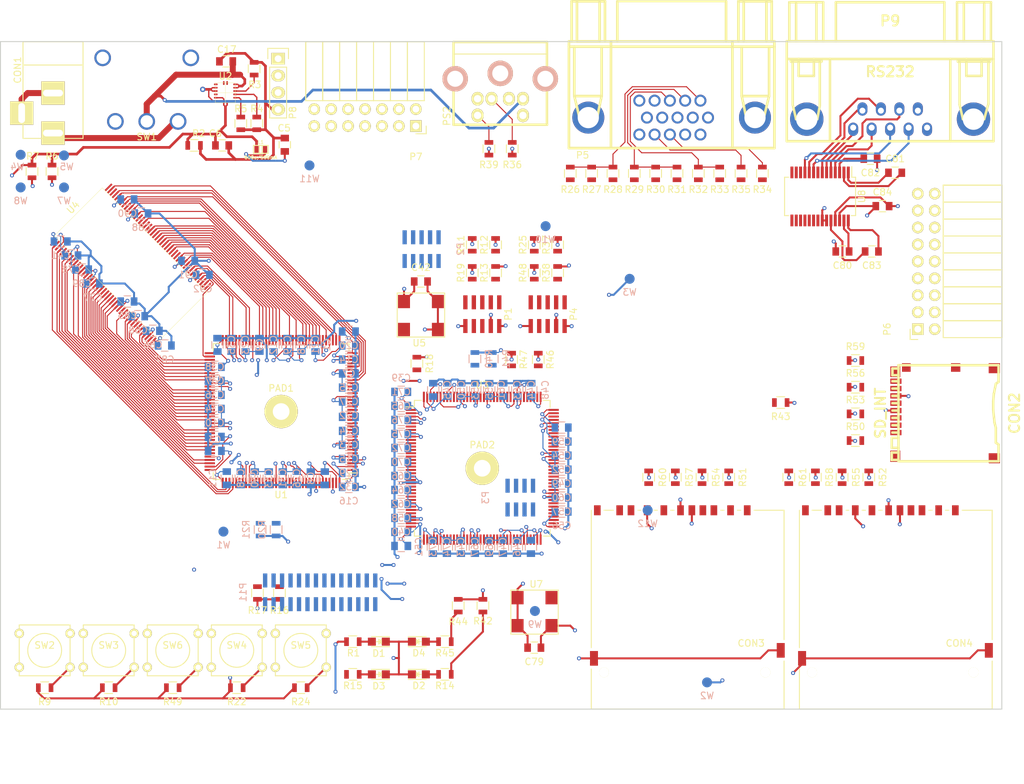
<source format=kicad_pcb>
(kicad_pcb (version 20160815) (host pcbnew 201610101318+7299~55~ubuntu16.04.1-)
  (layers (0 F.Cu signal) (1 Gnd.Cu power hide) (2 Pwr.Cu power hide) (31 B.Cu signal hide) (34 B.Paste user) (35 F.Paste user) (36 B.SilkS user) (37 F.SilkS user) (38 B.Mask user) (39 F.Mask user) (44 Edge.Cuts user))
  (net 0 "")
  (net 1 VCC)
  (net 2 GND)
  (net 3 VEE)
  (net 4 +3V3)
  (net 5 VAA)
  (net 6 +5V)
  (net 7 "Net-(CON1-Pad1)")
  (net 8 "Net-(CON2-Pad8)")
  (net 9 /SPI_MISO)
  (net 10 /SPI_SCLK)
  (net 11 /SPI_MOSI)
  (net 12 /SPI_SS0)
  (net 13 "Net-(CON2-Pad1)")
  (net 14 "Net-(D1-Pad2)")
  (net 15 "Net-(D2-Pad2)")
  (net 16 "Net-(D3-Pad2)")
  (net 17 "Net-(D4-Pad2)")
  (net 18 /PRI_TCK)
  (net 19 /PRI_TDO)
  (net 20 /PRI_TMS)
  (net 21 "Net-(P1-Pad6)")
  (net 22 "Net-(P1-Pad7)")
  (net 23 /PRI_JTAGEN)
  (net 24 /PRI_TDI)
  (net 25 /PRI_CONFSEL)
  (net 26 /PRI_DBG0)
  (net 27 /PRI_FDBG)
  (net 28 /PRI_DBG1)
  (net 29 /PRI_DBGRX)
  (net 30 /PRI_DBG2)
  (net 31 /PRI_DBGTX)
  (net 32 /PRI_DBG3)
  (net 33 /PRI_DBG5)
  (net 34 /PRI_DBG4)
  (net 35 /AUX_CONFSEL)
  (net 36 /AUX_DBG2)
  (net 37 /AUX_DBG0)
  (net 38 /AUX_DBG3)
  (net 39 /AUX_DBG1)
  (net 40 /AUX_DBG4)
  (net 41 /AUX_TDI)
  (net 42 /AUX_JTAGEN)
  (net 43 "Net-(P4-Pad7)")
  (net 44 "Net-(P4-Pad6)")
  (net 45 /AUX_TMS)
  (net 46 /AUX_TDO)
  (net 47 /AUX_TCK)
  (net 48 "Net-(P5-Pad1)")
  (net 49 "Net-(P5-Pad2)")
  (net 50 "Net-(P5-Pad3)")
  (net 51 "Net-(P5-Pad4)")
  (net 52 "Net-(P5-Pad9)")
  (net 53 /GIO_PIN0)
  (net 54 /GIO_PIN8)
  (net 55 /GIO_PIN1)
  (net 56 /GIO_PIN9)
  (net 57 /GIO_PIN2)
  (net 58 /GIO_PIN10)
  (net 59 /GIO_PIN3)
  (net 60 /GIO_PIN11)
  (net 61 /GIO_PIN4)
  (net 62 /GIO_PIN12)
  (net 63 /GIO_PIN5)
  (net 64 /GIO_PIN13)
  (net 65 /GIO_PIN6)
  (net 66 /GIO_PIN14)
  (net 67 /GIO_PIN7)
  (net 68 /GIO_PIN15)
  (net 69 /EXB_MISO0)
  (net 70 /EXB_MOSI0)
  (net 71 /EXB_MISO1)
  (net 72 /EXB_MOSI1)
  (net 73 /EXB_MISO2)
  (net 74 /EXB_MOSI2)
  (net 75 /EXB_MISO3)
  (net 76 /EXB_MOSI3)
  (net 77 /EXB_SS0)
  (net 78 /EXB_SS1)
  (net 79 /EXB_INT)
  (net 80 /EXB_CLK)
  (net 81 /TTL_RX)
  (net 82 /TTL_TX)
  (net 83 /TTL_RTS)
  (net 84 "Net-(P9-Pad9)")
  (net 85 /SER_CTS)
  (net 86 /SER_RTS)
  (net 87 /SER_DSR)
  (net 88 /SER_DTR)
  (net 89 /SER_TX)
  (net 90 /SER_RX)
  (net 91 /SER_DCD)
  (net 92 "Net-(R3-Pad1)")
  (net 93 "Net-(R4-Pad1)")
  (net 94 "Net-(R5-Pad1)")
  (net 95 /PRI_INT)
  (net 96 /PRI_RST)
  (net 97 /PRI_CONFDONE)
  (net 98 /PRI_FHLT)
  (net 99 /PRI_NSTATUS)
  (net 100 /PRI_CRCERR)
  (net 101 /PRI_DEVCLRN)
  (net 102 /PRI_DEVOE)
  (net 103 /PRI_NCONFIG)
  (net 104 /AUX_NCONFIG)
  (net 105 /VGA_R0)
  (net 106 /VGA_R1)
  (net 107 /VGA_R2)
  (net 108 /VGA_G0)
  (net 109 /VGA_G1)
  (net 110 /VGA_G2)
  (net 111 /VGA_B0)
  (net 112 /VGA_B1)
  (net 113 /VGA_HS)
  (net 114 "Net-(P5-Pad13)")
  (net 115 "Net-(P5-Pad14)")
  (net 116 /VGA_VS)
  (net 117 /AUX_DEVCLRN)
  (net 118 /AUX_DEVOE)
  (net 119 /AUX_CONFDONE)
  (net 120 /AUX_NSTATUS)
  (net 121 /AUX_CRCERR)
  (net 122 /AUX_RST)
  (net 123 /SPI_SS1)
  (net 124 /SPI_SS2)
  (net 125 /BUS_INT)
  (net 126 /MEM_CASn)
  (net 127 /MEM_WEn)
  (net 128 /MEM_CSn)
  (net 129 /MEM_RASn)
  (net 130 /MEM_CLK)
  (net 131 /MEM_CKE)
  (net 132 /MEM_A10)
  (net 133 /MEM_A9)
  (net 134 /MEM_A8)
  (net 135 /MEM_A6)
  (net 136 /MEM_A7)
  (net 137 /MEM_A5)
  (net 138 /MEM_A4)
  (net 139 /MEM_A11)
  (net 140 /MEM_A3)
  (net 141 /MEM_A2)
  (net 142 /MEM_A1)
  (net 143 /MEM_A0)
  (net 144 /MEM_DQ31)
  (net 145 /MEM_DQ30)
  (net 146 /MEM_DQ29)
  (net 147 /MEM_DQ7)
  (net 148 /MEM_DQ9)
  (net 149 /MEM_DQ6)
  (net 150 /MEM_DQ8)
  (net 151 /MEM_DQ5)
  (net 152 /MEM_DQ11)
  (net 153 /MEM_DQ4)
  (net 154 /MEM_DQ10)
  (net 155 /MEM_DQ1)
  (net 156 /MEM_DQ3)
  (net 157 /MEM_DQ0)
  (net 158 /MEM_DQ2)
  (net 159 /MEM_BA1)
  (net 160 /PRI_CLK)
  (net 161 /BUS_SS1)
  (net 162 /BUS_CLK)
  (net 163 /BUS_MISO7)
  (net 164 /BUS_SS0)
  (net 165 /MEM_BA0)
  (net 166 /MEM_DQ23)
  (net 167 /MEM_DQ22)
  (net 168 /MEM_DQ15)
  (net 169 /MEM_DQ14)
  (net 170 /MEM_DQ13)
  (net 171 /MEM_DQ12)
  (net 172 /MEM_DQ19)
  (net 173 /MEM_DQ18)
  (net 174 /MEM_DQ28)
  (net 175 /MEM_DQ17)
  (net 176 /MEM_DQ16)
  (net 177 /MEM_DQ27)
  (net 178 /MEM_DQ26)
  (net 179 /MEM_DQ25)
  (net 180 /MEM_DQ24)
  (net 181 /MEM_DQ21)
  (net 182 /MEM_DQ20)
  (net 183 /BUS_MISO5)
  (net 184 /BUS_MISO4)
  (net 185 /BUS_MISO6)
  (net 186 /BUS_MISO3)
  (net 187 /BUS_MISO2)
  (net 188 /BUS_MISO1)
  (net 189 /BUS_MISO0)
  (net 190 /MEM_DQM3)
  (net 191 /MEM_DQM2)
  (net 192 /MEM_DQM1)
  (net 193 /MEM_DQM0)
  (net 194 /BUS_MOSI7)
  (net 195 /BUS_MOSI6)
  (net 196 /BUS_MOSI5)
  (net 197 /BUS_MOSI4)
  (net 198 /BUS_MOSI3)
  (net 199 /BUS_MOSI2)
  (net 200 /BUS_MOSI1)
  (net 201 /BUS_MOSI0)
  (net 202 "Net-(U2-Pad1)")
  (net 203 "Net-(U2-Pad4)")
  (net 204 "Net-(U4-Pad14)")
  (net 205 "Net-(U4-Pad30)")
  (net 206 /AUX_CLK)
  (net 207 /SPI_WP0)
  (net 208 /SPI_WP1)
  (net 209 /SPI_CD0)
  (net 210 /SPI_CD1)
  (net 211 "Net-(CON3-Pad9)")
  (net 212 "Net-(CON3-Pad8)")
  (net 213 "Net-(CON4-Pad8)")
  (net 214 "Net-(CON4-Pad9)")
  (net 215 "Net-(P5-Pad11)")
  (net 216 "Net-(P5-Pad12)")
  (net 217 "Net-(P5-Pad15)")
  (net 218 "Net-(P10-Pad2)")
  (net 219 "Net-(P10-Pad6)")
  (net 220 "Net-(U2-Pad16)")
  (net 221 "Net-(U2-Pad15)")
  (net 222 "Net-(U2-Pad9)")
  (net 223 "Net-(U4-Pad73)")
  (net 224 "Net-(U4-Pad70)")
  (net 225 "Net-(U4-Pad69)")
  (net 226 "Net-(U4-Pad57)")
  (net 227 "Net-(C80-Pad1)")
  (net 228 "Net-(C81-Pad1)")
  (net 229 "Net-(C81-Pad2)")
  (net 230 "Net-(C82-Pad2)")
  (net 231 "Net-(C83-Pad1)")
  (net 232 "Net-(C83-Pad2)")
  (net 233 /AUX_DBG5)
  (net 234 /AUX_DBG6)
  (net 235 "Net-(P9-Pad3)")
  (net 236 "Net-(P9-Pad2)")
  (net 237 "Net-(P9-Pad1)")
  (net 238 "Net-(P9-Pad4)")
  (net 239 "Net-(P9-Pad8)")
  (net 240 "Net-(P9-Pad7)")
  (net 241 "Net-(P9-Pad6)")
  (net 242 /PS2_CLK)
  (net 243 /PS2_DAT)
  (net 244 "Net-(U8-Pad8)")
  (net 245 "Net-(U8-Pad19)")
  (net 246 "Net-(U8-Pad20)")
  (net 247 "Net-(U8-Pad21)")
  (module altera:SW_SLIDE_PWR (layer F.Cu) (at 91.9 50.7)
    (fp_text reference SW1 (at 0 2.31) (layer F.SilkS))
    (fp_text value POWER)
    (pad 5 thru_hole circle (at 6.605 -9.53) (size 2.5 2.5) (drill 1.85) (layers *.Cu *.Mask))
    (pad 4 thru_hole circle (at -6.605 -9.53) (size 2.5 2.5) (drill 1.85) (layers *.Cu *.Mask))
    (pad 3 thru_hole circle (at -4.7 0) (size 2.5 2.5) (drill 1.85) (layers *.Cu *.Mask))
    (pad 2 thru_hole circle (at 0 0) (size 2.5 2.5) (drill 1.85) (layers *.Cu *.Mask) (net 6 +5V))
    (pad 1 thru_hole circle (at 4.7 0) (size 2.5 2.5) (drill 1.85) (layers *.Cu *.Mask) (net 7 "Net-(CON1-Pad1)"))
  )
  (module din:00JG-MiniDin6 (layer F.Cu) (at 144.9 38.8)
    (fp_text reference P10 hide)
    (fp_text value PS2 (at -8 11.1 90) (layer F.SilkS) (effects (font (size 1.016 1.016) (thickness 0.1524))))
    (pad 2 thru_hole oval (at 1.3 8.5) (size 1.778 2.032) (drill 1.1) (layers *.Cu *.Mask F.SilkS) (net 218 "Net-(P10-Pad2)"))
    (pad 1 thru_hole oval (at -1.3 8.5) (size 1.778 2.032) (drill 1.1) (layers *.Cu *.Mask F.SilkS) (net 243 /PS2_DAT))
    (pad 6 thru_hole oval (at 3.4 11) (size 1.778 2.032) (drill 1.1) (layers *.Cu *.Mask F.SilkS) (net 219 "Net-(P10-Pad6)"))
    (pad 3 thru_hole circle (at 0 4.7) (size 3.81 3.81) (drill 2.4) (layers *.Cu *.SilkS *.Mask) (net 2 GND))
    (pad 4 thru_hole oval (at 3.4 8.5) (size 1.778 2.032) (drill 1.1) (layers *.Cu *.Mask F.SilkS) (net 6 +5V))
    (pad 5 thru_hole oval (at -3.4 11) (size 1.778 2.032) (drill 1.1) (layers *.Cu *.Mask F.SilkS) (net 242 /PS2_CLK))
    (pad 3 thru_hole oval (at -3.4 8.5) (size 1.778 2.032) (drill 1.1) (layers *.Cu *.Mask F.SilkS) (net 2 GND))
    (pad 3 thru_hole circle (at -6.76 5.51) (size 3.81 3.81) (drill 2.4) (layers *.Cu *.SilkS *.Mask) (net 2 GND))
    (pad 3 thru_hole circle (at 6.76 5.51) (size 3.81 3.81) (drill 2.4) (layers *.Cu *.SilkS *.Mask) (net 2 GND))
  )
  (module w_smd_inductors:inductor_smd_0603 (layer F.Cu) (at 109 54.9)
    (fp_text reference L1 (at 0 -1.09982) (layer F.SilkS) (effects (font (size 0.49784 0.49784) (thickness 0.09906))))
    (fp_text value 600o/500mA (at 0 1.19888) (layer F.SilkS) (effects (font (size 0.49784 0.49784) (thickness 0.09906))))
    (pad 1 smd rect (at -0.63754 0) (size 0.635 1.016) (layers F.Cu F.Paste F.Mask) (net 4 +3V3))
    (pad 2 smd rect (at 0.63754 0) (size 0.635 1.016) (layers F.Cu F.Paste F.Mask) (net 3 VEE))
  )
  (module Capacitors_SMD:C_0805 (layer B.Cu) (at 117.2 84.2 90)
    (fp_text reference C1 (at 0 1.7 90) (layer B.SilkS) (effects (justify mirror)))
    (fp_text value 0.1u)
    (pad 1 smd rect (at -1 0 90) (size 1 1.25) (layers B.Cu B.Paste B.Mask) (net 1 VCC))
    (pad 2 smd rect (at 1 0 90) (size 1 1.25) (layers B.Cu B.Paste B.Mask) (net 2 GND))
  )
  (module Capacitors_SMD:C_0805 (layer B.Cu) (at 106 104.2 270)
    (fp_text reference C2 (at 0 -1.7 270) (layer B.SilkS) (effects (justify mirror)))
    (fp_text value 0.1u)
    (pad 2 smd rect (at 1 0 270) (size 1 1.25) (layers B.Cu B.Paste B.Mask) (net 2 GND))
    (pad 1 smd rect (at -1 0 270) (size 1 1.25) (layers B.Cu B.Paste B.Mask) (net 1 VCC))
  )
  (module Capacitors_SMD:C_0805 (layer B.Cu) (at 102.1 100.1 180)
    (fp_text reference C3 (at 0 1.7 180) (layer B.SilkS) (effects (justify mirror)))
    (fp_text value 0.1u)
    (pad 1 smd rect (at -1 0 180) (size 1 1.25) (layers B.Cu B.Paste B.Mask) (net 1 VCC))
    (pad 2 smd rect (at 1 0 180) (size 1 1.25) (layers B.Cu B.Paste B.Mask) (net 2 GND))
  )
  (module Capacitors_SMD:C_0805 (layer B.Cu) (at 102.1 87.5 180)
    (fp_text reference C4 (at 0 -1.7 180) (layer B.SilkS) (effects (justify mirror)))
    (fp_text value 0.1u)
    (pad 2 smd rect (at 1 0 180) (size 1 1.25) (layers B.Cu B.Paste B.Mask) (net 2 GND))
    (pad 1 smd rect (at -1 0 180) (size 1 1.25) (layers B.Cu B.Paste B.Mask) (net 1 VCC))
  )
  (module Capacitors_SMD:C_0805 (layer F.Cu) (at 112.6 54.2 90)
    (fp_text reference C5 (at 2.5 -0.1 180) (layer F.SilkS))
    (fp_text value 10u)
    (pad 2 smd rect (at 1 0 90) (size 1 1.25) (layers F.Cu F.Paste F.Mask) (net 2 GND))
    (pad 1 smd rect (at -1 0 90) (size 1 1.25) (layers F.Cu F.Paste F.Mask) (net 3 VEE))
  )
  (module Capacitors_SMD:C_0805 (layer F.Cu) (at 103.2 54.3)
    (fp_text reference C6 (at -1 -1.8) (layer F.SilkS))
    (fp_text value 47u/16v)
    (pad 2 smd rect (at 1 0) (size 1 1.25) (layers F.Cu F.Paste F.Mask) (net 2 GND))
    (pad 1 smd rect (at -1 0) (size 1 1.25) (layers F.Cu F.Paste F.Mask) (net 4 +3V3))
  )
  (module Capacitors_SMD:C_0805 (layer B.Cu) (at 122.2 86.4)
    (fp_text reference C7 (at 0 2.1) (layer B.SilkS) (effects (justify mirror)))
    (fp_text value 0.1u)
    (pad 1 smd rect (at -1 0) (size 1 1.25) (layers B.Cu B.Paste B.Mask) (net 3 VEE))
    (pad 2 smd rect (at 1 0) (size 1 1.25) (layers B.Cu B.Paste B.Mask) (net 2 GND))
  )
  (module Capacitors_SMD:C_0805 (layer B.Cu) (at 118.6 104.2 270)
    (fp_text reference C8 (at 0 2.1 270) (layer B.SilkS) (effects (justify mirror)))
    (fp_text value 0.1u)
    (pad 1 smd rect (at -1 0 270) (size 1 1.25) (layers B.Cu B.Paste B.Mask) (net 1 VCC))
    (pad 2 smd rect (at 1 0 270) (size 1 1.25) (layers B.Cu B.Paste B.Mask) (net 2 GND))
  )
  (module Capacitors_SMD:C_0805 (layer B.Cu) (at 106.7 84.2 90)
    (fp_text reference C9 (at 0 2.1 90) (layer B.SilkS) (effects (justify mirror)))
    (fp_text value 0.1u)
    (pad 1 smd rect (at -1 0 90) (size 1 1.25) (layers B.Cu B.Paste B.Mask) (net 5 VAA))
    (pad 2 smd rect (at 1 0 90) (size 1 1.25) (layers B.Cu B.Paste B.Mask) (net 2 GND))
  )
  (module Capacitors_SMD:C_0805 (layer B.Cu) (at 102.1 98 180)
    (fp_text reference C10 (at 0 2.1 180) (layer B.SilkS) (effects (justify mirror)))
    (fp_text value 0.1u)
    (pad 2 smd rect (at 1 0 180) (size 1 1.25) (layers B.Cu B.Paste B.Mask) (net 2 GND))
    (pad 1 smd rect (at -1 0 180) (size 1 1.25) (layers B.Cu B.Paste B.Mask) (net 3 VEE))
  )
  (module Capacitors_SMD:C_0805 (layer B.Cu) (at 103.9 104.2 270)
    (fp_text reference C11 (at 0 2.1 270) (layer B.SilkS) (effects (justify mirror)))
    (fp_text value 0.1u)
    (pad 2 smd rect (at 1 0 270) (size 1 1.25) (layers B.Cu B.Paste B.Mask) (net 2 GND))
    (pad 1 smd rect (at -1 0 270) (size 1 1.25) (layers B.Cu B.Paste B.Mask) (net 1 VCC))
  )
  (module Capacitors_SMD:C_0805 (layer B.Cu) (at 108.8 84.2 90)
    (fp_text reference C12 (at 0 2.1 90) (layer B.SilkS) (effects (justify mirror)))
    (fp_text value 1u)
    (pad 2 smd rect (at 1 0 90) (size 1 1.25) (layers B.Cu B.Paste B.Mask) (net 2 GND))
    (pad 1 smd rect (at -1 0 90) (size 1 1.25) (layers B.Cu B.Paste B.Mask) (net 5 VAA))
  )
  (module Capacitors_SMD:C_0805 (layer B.Cu) (at 122.2 97.1)
    (fp_text reference C13 (at 0 2.1) (layer B.SilkS) (effects (justify mirror)))
    (fp_text value 0.1u)
    (pad 2 smd rect (at 1 0) (size 1 1.25) (layers B.Cu B.Paste B.Mask) (net 2 GND))
    (pad 1 smd rect (at -1 0) (size 1 1.25) (layers B.Cu B.Paste B.Mask) (net 5 VAA))
  )
  (module Capacitors_SMD:C_0805 (layer B.Cu) (at 122.2 84.3)
    (fp_text reference C14 (at 0 2.1) (layer B.SilkS) (effects (justify mirror)))
    (fp_text value 0.1u)
    (pad 1 smd rect (at -1 0) (size 1 1.25) (layers B.Cu B.Paste B.Mask) (net 3 VEE))
    (pad 2 smd rect (at 1 0) (size 1 1.25) (layers B.Cu B.Paste B.Mask) (net 2 GND))
  )
  (module Capacitors_SMD:C_0805 (layer B.Cu) (at 122.2 99.2)
    (fp_text reference C15 (at 0 2.1) (layer B.SilkS) (effects (justify mirror)))
    (fp_text value 1u)
    (pad 1 smd rect (at -1 0) (size 1 1.25) (layers B.Cu B.Paste B.Mask) (net 5 VAA))
    (pad 2 smd rect (at 1 0) (size 1 1.25) (layers B.Cu B.Paste B.Mask) (net 2 GND))
  )
  (module Capacitors_SMD:C_0805 (layer B.Cu) (at 122.2 105.5)
    (fp_text reference C16 (at 0 2.1) (layer B.SilkS) (effects (justify mirror)))
    (fp_text value 0.1u)
    (pad 1 smd rect (at -1 0) (size 1 1.25) (layers B.Cu B.Paste B.Mask) (net 1 VCC))
    (pad 2 smd rect (at 1 0) (size 1 1.25) (layers B.Cu B.Paste B.Mask) (net 2 GND))
  )
  (module Capacitors_SMD:C_0805 (layer F.Cu) (at 103.8 41.7 180)
    (fp_text reference C17 (at -0.1 1.8 180) (layer F.SilkS))
    (fp_text value 4.7u)
    (pad 1 smd rect (at -1 0 180) (size 1 1.25) (layers F.Cu F.Paste F.Mask) (net 6 +5V))
    (pad 2 smd rect (at 1 0 180) (size 1 1.25) (layers F.Cu F.Paste F.Mask) (net 2 GND))
  )
  (module Capacitors_SMD:C_0805 (layer B.Cu) (at 113 84.2 90)
    (fp_text reference C18 (at 0 2.1 90) (layer B.SilkS) (effects (justify mirror)))
    (fp_text value 0.1u)
    (pad 1 smd rect (at -1 0 90) (size 1 1.25) (layers B.Cu B.Paste B.Mask) (net 5 VAA))
    (pad 2 smd rect (at 1 0 90) (size 1 1.25) (layers B.Cu B.Paste B.Mask) (net 2 GND))
  )
  (module Capacitors_SMD:C_0805 (layer B.Cu) (at 110.9 84.2 90)
    (fp_text reference C19 (at 0 2.1 90) (layer B.SilkS) (effects (justify mirror)))
    (fp_text value 0.1u)
    (pad 2 smd rect (at 1 0 90) (size 1 1.25) (layers B.Cu B.Paste B.Mask) (net 2 GND))
    (pad 1 smd rect (at -1 0 90) (size 1 1.25) (layers B.Cu B.Paste B.Mask) (net 1 VCC))
  )
  (module Capacitors_SMD:C_0805 (layer B.Cu) (at 122.2 82.2)
    (fp_text reference C20 (at 0 2.1) (layer B.SilkS) (effects (justify mirror)))
    (fp_text value 0.1u)
    (pad 2 smd rect (at 1 0) (size 1 1.25) (layers B.Cu B.Paste B.Mask) (net 2 GND))
    (pad 1 smd rect (at -1 0) (size 1 1.25) (layers B.Cu B.Paste B.Mask) (net 1 VCC))
  )
  (module Capacitors_SMD:C_0805 (layer B.Cu) (at 115.1 84.2 90)
    (fp_text reference C21 (at 0 2.1 90) (layer B.SilkS) (effects (justify mirror)))
    (fp_text value 1u)
    (pad 2 smd rect (at 1 0 90) (size 1 1.25) (layers B.Cu B.Paste B.Mask) (net 2 GND))
    (pad 1 smd rect (at -1 0 90) (size 1 1.25) (layers B.Cu B.Paste B.Mask) (net 5 VAA))
  )
  (module Capacitors_SMD:C_0805 (layer B.Cu) (at 122.2 92.7)
    (fp_text reference C22 (at 0 2.1) (layer B.SilkS) (effects (justify mirror)))
    (fp_text value 0.1u)
    (pad 1 smd rect (at -1 0) (size 1 1.25) (layers B.Cu B.Paste B.Mask) (net 5 VAA))
    (pad 2 smd rect (at 1 0) (size 1 1.25) (layers B.Cu B.Paste B.Mask) (net 2 GND))
  )
  (module Capacitors_SMD:C_0805 (layer B.Cu) (at 104.6 84.2 90)
    (fp_text reference C23 (at 0 2.1 90) (layer B.SilkS) (effects (justify mirror)))
    (fp_text value 0.1u)
    (pad 1 smd rect (at -1 0 90) (size 1 1.25) (layers B.Cu B.Paste B.Mask) (net 3 VEE))
    (pad 2 smd rect (at 1 0 90) (size 1 1.25) (layers B.Cu B.Paste B.Mask) (net 2 GND))
  )
  (module Capacitors_SMD:C_0805 (layer B.Cu) (at 122.2 95)
    (fp_text reference C24 (at 0 2.1) (layer B.SilkS) (effects (justify mirror)))
    (fp_text value 1u)
    (pad 2 smd rect (at 1 0) (size 1 1.25) (layers B.Cu B.Paste B.Mask) (net 2 GND))
    (pad 1 smd rect (at -1 0) (size 1 1.25) (layers B.Cu B.Paste B.Mask) (net 5 VAA))
  )
  (module Capacitors_SMD:C_0805 (layer B.Cu) (at 122.2 88.5)
    (fp_text reference C25 (at 0 2.1) (layer B.SilkS) (effects (justify mirror)))
    (fp_text value 0.1u)
    (pad 1 smd rect (at -1 0) (size 1 1.25) (layers B.Cu B.Paste B.Mask) (net 5 VAA))
    (pad 2 smd rect (at 1 0) (size 1 1.25) (layers B.Cu B.Paste B.Mask) (net 2 GND))
  )
  (module Capacitors_SMD:C_0805 (layer B.Cu) (at 116.5 104.2 270)
    (fp_text reference C26 (at 0 2.1 270) (layer B.SilkS) (effects (justify mirror)))
    (fp_text value 0.1u)
    (pad 2 smd rect (at 1 0 270) (size 1 1.25) (layers B.Cu B.Paste B.Mask) (net 2 GND))
    (pad 1 smd rect (at -1 0 270) (size 1 1.25) (layers B.Cu B.Paste B.Mask) (net 3 VEE))
  )
  (module Capacitors_SMD:C_0805 (layer B.Cu) (at 122.2 90.6)
    (fp_text reference C27 (at 0 2.1) (layer B.SilkS) (effects (justify mirror)))
    (fp_text value 1u)
    (pad 2 smd rect (at 1 0) (size 1 1.25) (layers B.Cu B.Paste B.Mask) (net 2 GND))
    (pad 1 smd rect (at -1 0) (size 1 1.25) (layers B.Cu B.Paste B.Mask) (net 5 VAA))
  )
  (module Capacitors_SMD:C_0805 (layer B.Cu) (at 108.1 104.2 270)
    (fp_text reference C28 (at 0 2.1 270) (layer B.SilkS) (effects (justify mirror)))
    (fp_text value 0.1u)
    (pad 1 smd rect (at -1 0 270) (size 1 1.25) (layers B.Cu B.Paste B.Mask) (net 5 VAA))
    (pad 2 smd rect (at 1 0 270) (size 1 1.25) (layers B.Cu B.Paste B.Mask) (net 2 GND))
  )
  (module Capacitors_SMD:C_0805 (layer B.Cu) (at 122.2 101.3)
    (fp_text reference C29 (at 0 2.1) (layer B.SilkS) (effects (justify mirror)))
    (fp_text value 0.1u)
    (pad 1 smd rect (at -1 0) (size 1 1.25) (layers B.Cu B.Paste B.Mask) (net 3 VEE))
    (pad 2 smd rect (at 1 0) (size 1 1.25) (layers B.Cu B.Paste B.Mask) (net 2 GND))
  )
  (module Capacitors_SMD:C_0805 (layer B.Cu) (at 110.2 104.2 270)
    (fp_text reference C30 (at 0 2.1 270) (layer B.SilkS) (effects (justify mirror)))
    (fp_text value 1u)
    (pad 2 smd rect (at 1 0 270) (size 1 1.25) (layers B.Cu B.Paste B.Mask) (net 2 GND))
    (pad 1 smd rect (at -1 0 270) (size 1 1.25) (layers B.Cu B.Paste B.Mask) (net 5 VAA))
  )
  (module Capacitors_SMD:C_0805 (layer B.Cu) (at 114.4 104.2 270)
    (fp_text reference C31 (at 0 2.1 270) (layer B.SilkS) (effects (justify mirror)))
    (fp_text value 0.1u)
    (pad 1 smd rect (at -1 0 270) (size 1 1.25) (layers B.Cu B.Paste B.Mask) (net 5 VAA))
    (pad 2 smd rect (at 1 0 270) (size 1 1.25) (layers B.Cu B.Paste B.Mask) (net 2 GND))
  )
  (module Capacitors_SMD:C_0805 (layer B.Cu) (at 122.2 103.4)
    (fp_text reference C32 (at 0 2.1) (layer B.SilkS) (effects (justify mirror)))
    (fp_text value 0.1u)
    (pad 2 smd rect (at 1 0) (size 1 1.25) (layers B.Cu B.Paste B.Mask) (net 2 GND))
    (pad 1 smd rect (at -1 0) (size 1 1.25) (layers B.Cu B.Paste B.Mask) (net 3 VEE))
  )
  (module Capacitors_SMD:C_0805 (layer B.Cu) (at 112.3 104.2 270)
    (fp_text reference C33 (at 0 2.1 270) (layer B.SilkS) (effects (justify mirror)))
    (fp_text value 1u)
    (pad 2 smd rect (at 1 0 270) (size 1 1.25) (layers B.Cu B.Paste B.Mask) (net 2 GND))
    (pad 1 smd rect (at -1 0 270) (size 1 1.25) (layers B.Cu B.Paste B.Mask) (net 5 VAA))
  )
  (module Capacitors_SMD:C_0805 (layer B.Cu) (at 102.1 95.9 180)
    (fp_text reference C34 (at 0 2.1 180) (layer B.SilkS) (effects (justify mirror)))
    (fp_text value 0.1u)
    (pad 1 smd rect (at -1 0 180) (size 1 1.25) (layers B.Cu B.Paste B.Mask) (net 5 VAA))
    (pad 2 smd rect (at 1 0 180) (size 1 1.25) (layers B.Cu B.Paste B.Mask) (net 2 GND))
  )
  (module Capacitors_SMD:C_0805 (layer B.Cu) (at 102.1 93.8 180)
    (fp_text reference C36 (at 0 2.1 180) (layer B.SilkS) (effects (justify mirror)))
    (fp_text value 1u)
    (pad 2 smd rect (at 1 0 180) (size 1 1.25) (layers B.Cu B.Paste B.Mask) (net 2 GND))
    (pad 1 smd rect (at -1 0 180) (size 1 1.25) (layers B.Cu B.Paste B.Mask) (net 5 VAA))
  )
  (module Capacitors_SMD:C_0805 (layer B.Cu) (at 102.1 91.7 180)
    (fp_text reference C37 (at 0 2.1 180) (layer B.SilkS) (effects (justify mirror)))
    (fp_text value 0.1u)
    (pad 2 smd rect (at 1 0 180) (size 1 1.25) (layers B.Cu B.Paste B.Mask) (net 2 GND))
    (pad 1 smd rect (at -1 0 180) (size 1 1.25) (layers B.Cu B.Paste B.Mask) (net 5 VAA))
  )
  (module Capacitors_SMD:C_0805 (layer B.Cu) (at 102.1 89.6 180)
    (fp_text reference C38 (at 0 2.1 180) (layer B.SilkS) (effects (justify mirror)))
    (fp_text value 1u)
    (pad 1 smd rect (at -1 0 180) (size 1 1.25) (layers B.Cu B.Paste B.Mask) (net 5 VAA))
    (pad 2 smd rect (at 1 0 180) (size 1 1.25) (layers B.Cu B.Paste B.Mask) (net 2 GND))
  )
  (module Capacitors_SMD:C_0805 (layer F.Cu) (at 133 74.7)
    (fp_text reference C42 (at 0 -2.1) (layer F.SilkS))
    (fp_text value 0.1u)
    (pad 1 smd rect (at -1 0) (size 1 1.25) (layers F.Cu F.Paste F.Mask) (net 2 GND))
    (pad 2 smd rect (at 1 0) (size 1 1.25) (layers F.Cu F.Paste F.Mask) (net 1 VCC))
  )
  (module Capacitors_SMD:C_0805 (layer B.Cu) (at 141.1 114.5 270)
    (fp_text reference C43 (at 0 2.1 270) (layer B.SilkS) (effects (justify mirror)))
    (fp_text value 0.1u)
    (pad 2 smd rect (at 1 0 270) (size 1 1.25) (layers B.Cu B.Paste B.Mask) (net 2 GND))
    (pad 1 smd rect (at -1 0 270) (size 1 1.25) (layers B.Cu B.Paste B.Mask) (net 1 VCC))
  )
  (module Capacitors_SMD:C_0805 (layer B.Cu) (at 147.45 90.95 90)
    (fp_text reference C44 (at 0 2.1 90) (layer B.SilkS) (effects (justify mirror)))
    (fp_text value 0.1u)
    (pad 1 smd rect (at -1 0 90) (size 1 1.25) (layers B.Cu B.Paste B.Mask) (net 1 VCC))
    (pad 2 smd rect (at 1 0 90) (size 1 1.25) (layers B.Cu B.Paste B.Mask) (net 2 GND))
  )
  (module Capacitors_SMD:C_0805 (layer B.Cu) (at 134.85 90.95 90)
    (fp_text reference C45 (at 0 2.1 90) (layer B.SilkS) (effects (justify mirror)))
    (fp_text value 0.1u)
    (pad 2 smd rect (at 1 0 90) (size 1 1.25) (layers B.Cu B.Paste B.Mask) (net 2 GND))
    (pad 1 smd rect (at -1 0 90) (size 1 1.25) (layers B.Cu B.Paste B.Mask) (net 1 VCC))
  )
  (module Capacitors_SMD:C_0805 (layer B.Cu) (at 149.5 114.5 270)
    (fp_text reference C46 (at 0 2.1 270) (layer B.SilkS) (effects (justify mirror)))
    (fp_text value 0.1u)
    (pad 1 smd rect (at -1 0 270) (size 1 1.25) (layers B.Cu B.Paste B.Mask) (net 1 VCC))
    (pad 2 smd rect (at 1 0 270) (size 1 1.25) (layers B.Cu B.Paste B.Mask) (net 2 GND))
  )
  (module Capacitors_SMD:C_0805 (layer B.Cu) (at 147.4 114.5 270)
    (fp_text reference C47 (at 0 2.1 270) (layer B.SilkS) (effects (justify mirror)))
    (fp_text value 0.1u)
    (pad 2 smd rect (at 1 0 270) (size 1 1.25) (layers B.Cu B.Paste B.Mask) (net 2 GND))
    (pad 1 smd rect (at -1 0 270) (size 1 1.25) (layers B.Cu B.Paste B.Mask) (net 3 VEE))
  )
  (module Capacitors_SMD:C_0805 (layer B.Cu) (at 149.55 90.95 90)
    (fp_text reference C48 (at 0 2.1 90) (layer B.SilkS) (effects (justify mirror)))
    (fp_text value 0.1u)
    (pad 2 smd rect (at 1 0 90) (size 1 1.25) (layers B.Cu B.Paste B.Mask) (net 2 GND))
    (pad 1 smd rect (at -1 0 90) (size 1 1.25) (layers B.Cu B.Paste B.Mask) (net 1 VCC))
  )
  (module Capacitors_SMD:C_0805 (layer B.Cu) (at 154.1 102.9)
    (fp_text reference C49 (at 0 2.1) (layer B.SilkS) (effects (justify mirror)))
    (fp_text value 0.1u)
    (pad 2 smd rect (at 1 0) (size 1 1.25) (layers B.Cu B.Paste B.Mask) (net 2 GND))
    (pad 1 smd rect (at -1 0) (size 1 1.25) (layers B.Cu B.Paste B.Mask) (net 5 VAA))
  )
  (module Capacitors_SMD:C_0805 (layer B.Cu) (at 136.95 90.95 90)
    (fp_text reference C50 (at 0 2.1 90) (layer B.SilkS) (effects (justify mirror)))
    (fp_text value 0.1u)
    (pad 1 smd rect (at -1 0 90) (size 1 1.25) (layers B.Cu B.Paste B.Mask) (net 3 VEE))
    (pad 2 smd rect (at 1 0 90) (size 1 1.25) (layers B.Cu B.Paste B.Mask) (net 2 GND))
  )
  (module Capacitors_SMD:C_0805 (layer B.Cu) (at 134.8 114.5 270)
    (fp_text reference C51 (at 0 2.1 270) (layer B.SilkS) (effects (justify mirror)))
    (fp_text value 0.1u)
    (pad 1 smd rect (at -1 0 270) (size 1 1.25) (layers B.Cu B.Paste B.Mask) (net 1 VCC))
    (pad 2 smd rect (at 1 0 270) (size 1 1.25) (layers B.Cu B.Paste B.Mask) (net 2 GND))
  )
  (module Capacitors_SMD:C_0805 (layer B.Cu) (at 154.1 100.8)
    (fp_text reference C52 (at 0 2.1) (layer B.SilkS) (effects (justify mirror)))
    (fp_text value 1u)
    (pad 1 smd rect (at -1 0) (size 1 1.25) (layers B.Cu B.Paste B.Mask) (net 5 VAA))
    (pad 2 smd rect (at 1 0) (size 1 1.25) (layers B.Cu B.Paste B.Mask) (net 2 GND))
  )
  (module Capacitors_SMD:C_0805 (layer B.Cu) (at 139.05 90.95 90)
    (fp_text reference C53 (at 0 2.1 90) (layer B.SilkS) (effects (justify mirror)))
    (fp_text value 0.1u)
    (pad 1 smd rect (at -1 0 90) (size 1 1.25) (layers B.Cu B.Paste B.Mask) (net 5 VAA))
    (pad 2 smd rect (at 1 0 90) (size 1 1.25) (layers B.Cu B.Paste B.Mask) (net 2 GND))
  )
  (module Capacitors_SMD:C_0805 (layer B.Cu) (at 154.1 98.7)
    (fp_text reference C54 (at 0 2.1) (layer B.SilkS) (effects (justify mirror)))
    (fp_text value 0.1u)
    (pad 2 smd rect (at 1 0) (size 1 1.25) (layers B.Cu B.Paste B.Mask) (net 2 GND))
    (pad 1 smd rect (at -1 0) (size 1 1.25) (layers B.Cu B.Paste B.Mask) (net 3 VEE))
  )
  (module Capacitors_SMD:C_0805 (layer B.Cu) (at 141.15 90.95 90)
    (fp_text reference C55 (at 0 2.1 90) (layer B.SilkS) (effects (justify mirror)))
    (fp_text value 1u)
    (pad 2 smd rect (at 1 0 90) (size 1 1.25) (layers B.Cu B.Paste B.Mask) (net 2 GND))
    (pad 1 smd rect (at -1 0 90) (size 1 1.25) (layers B.Cu B.Paste B.Mask) (net 5 VAA))
  )
  (module Capacitors_SMD:C_0805 (layer B.Cu) (at 154.1 109.2)
    (fp_text reference C56 (at 0 2.1) (layer B.SilkS) (effects (justify mirror)))
    (fp_text value 0.1u)
    (pad 2 smd rect (at 1 0) (size 1 1.25) (layers B.Cu B.Paste B.Mask) (net 2 GND))
    (pad 1 smd rect (at -1 0) (size 1 1.25) (layers B.Cu B.Paste B.Mask) (net 1 VCC))
  )
  (module Capacitors_SMD:C_0805 (layer B.Cu) (at 154.1 107.1)
    (fp_text reference C57 (at 0 2.1) (layer B.SilkS) (effects (justify mirror)))
    (fp_text value 0.1u)
    (pad 2 smd rect (at 1 0) (size 1 1.25) (layers B.Cu B.Paste B.Mask) (net 2 GND))
    (pad 1 smd rect (at -1 0) (size 1 1.25) (layers B.Cu B.Paste B.Mask) (net 5 VAA))
  )
  (module Capacitors_SMD:C_0805 (layer B.Cu) (at 130.05 112.25 180)
    (fp_text reference C58 (at 0 2.1 180) (layer B.SilkS) (effects (justify mirror)))
    (fp_text value 0.1u)
    (pad 1 smd rect (at -1 0 180) (size 1 1.25) (layers B.Cu B.Paste B.Mask) (net 3 VEE))
    (pad 2 smd rect (at 1 0 180) (size 1 1.25) (layers B.Cu B.Paste B.Mask) (net 2 GND))
  )
  (module Capacitors_SMD:C_0805 (layer B.Cu) (at 154.1 96.6)
    (fp_text reference C59 (at 0 2.1) (layer B.SilkS) (effects (justify mirror)))
    (fp_text value 0.1u)
    (pad 1 smd rect (at -1 0) (size 1 1.25) (layers B.Cu B.Paste B.Mask) (net 1 VCC))
    (pad 2 smd rect (at 1 0) (size 1 1.25) (layers B.Cu B.Paste B.Mask) (net 2 GND))
  )
  (module Capacitors_SMD:C_0805 (layer B.Cu) (at 154.1 105)
    (fp_text reference C60 (at 0 2.1) (layer B.SilkS) (effects (justify mirror)))
    (fp_text value 1u)
    (pad 1 smd rect (at -1 0) (size 1 1.25) (layers B.Cu B.Paste B.Mask) (net 5 VAA))
    (pad 2 smd rect (at 1 0) (size 1 1.25) (layers B.Cu B.Paste B.Mask) (net 2 GND))
  )
  (module Capacitors_SMD:C_0805 (layer B.Cu) (at 143.25 90.95 90)
    (fp_text reference C61 (at 0 1.8 90) (layer B.SilkS) (effects (justify mirror)))
    (fp_text value 0.1u)
    (pad 2 smd rect (at 1 0 90) (size 1 1.25) (layers B.Cu B.Paste B.Mask) (net 2 GND))
    (pad 1 smd rect (at -1 0 90) (size 1 1.25) (layers B.Cu B.Paste B.Mask) (net 5 VAA))
  )
  (module Capacitors_SMD:C_0805 (layer B.Cu) (at 130.05 110.15 180)
    (fp_text reference C62 (at 0 2.1 180) (layer B.SilkS) (effects (justify mirror)))
    (fp_text value 0.1u)
    (pad 2 smd rect (at 1 0 180) (size 1 1.25) (layers B.Cu B.Paste B.Mask) (net 2 GND))
    (pad 1 smd rect (at -1 0 180) (size 1 1.25) (layers B.Cu B.Paste B.Mask) (net 3 VEE))
  )
  (module Capacitors_SMD:C_0805 (layer B.Cu) (at 145.35 90.95 90)
    (fp_text reference C63 (at 0 2.1 90) (layer B.SilkS) (effects (justify mirror)))
    (fp_text value 1u)
    (pad 1 smd rect (at -1 0 90) (size 1 1.25) (layers B.Cu B.Paste B.Mask) (net 5 VAA))
    (pad 2 smd rect (at 1 0 90) (size 1 1.25) (layers B.Cu B.Paste B.Mask) (net 2 GND))
  )
  (module Capacitors_SMD:C_0805 (layer B.Cu) (at 130.05 108.05 180)
    (fp_text reference C64 (at 0 2.1 180) (layer B.SilkS) (effects (justify mirror)))
    (fp_text value 0.1u)
    (pad 2 smd rect (at 1 0 180) (size 1 1.25) (layers B.Cu B.Paste B.Mask) (net 2 GND))
    (pad 1 smd rect (at -1 0 180) (size 1 1.25) (layers B.Cu B.Paste B.Mask) (net 5 VAA))
  )
  (module Capacitors_SMD:C_0805 (layer B.Cu) (at 130.05 95.45 180)
    (fp_text reference C65 (at 0 2.1 180) (layer B.SilkS) (effects (justify mirror)))
    (fp_text value 0.1u)
    (pad 1 smd rect (at -1 0 180) (size 1 1.25) (layers B.Cu B.Paste B.Mask) (net 3 VEE))
    (pad 2 smd rect (at 1 0 180) (size 1 1.25) (layers B.Cu B.Paste B.Mask) (net 2 GND))
  )
  (module Capacitors_SMD:C_0805 (layer B.Cu) (at 130.05 105.95 180)
    (fp_text reference C66 (at 0 2.1 180) (layer B.SilkS) (effects (justify mirror)))
    (fp_text value 1u)
    (pad 1 smd rect (at -1 0 180) (size 1 1.25) (layers B.Cu B.Paste B.Mask) (net 5 VAA))
    (pad 2 smd rect (at 1 0 180) (size 1 1.25) (layers B.Cu B.Paste B.Mask) (net 2 GND))
  )
  (module Capacitors_SMD:C_0805 (layer B.Cu) (at 143.2 114.5 270)
    (fp_text reference C67 (at 0 2.1 270) (layer B.SilkS) (effects (justify mirror)))
    (fp_text value 0.1u)
    (pad 2 smd rect (at 1 0 270) (size 1 1.25) (layers B.Cu B.Paste B.Mask) (net 2 GND))
    (pad 1 smd rect (at -1 0 270) (size 1 1.25) (layers B.Cu B.Paste B.Mask) (net 5 VAA))
  )
  (module Capacitors_SMD:C_0805 (layer B.Cu) (at 145.3 114.5 270)
    (fp_text reference C69 (at 0 2 270) (layer B.SilkS) (effects (justify mirror)))
    (fp_text value 1u)
    (pad 1 smd rect (at -1 0 270) (size 1 1.25) (layers B.Cu B.Paste B.Mask) (net 5 VAA))
    (pad 2 smd rect (at 1 0 270) (size 1 1.25) (layers B.Cu B.Paste B.Mask) (net 2 GND))
  )
  (module Capacitors_SMD:C_0805 (layer B.Cu) (at 130.05 103.85 180)
    (fp_text reference C70 (at 0 2.1 180) (layer B.SilkS) (effects (justify mirror)))
    (fp_text value 0.1u)
    (pad 2 smd rect (at 1 0 180) (size 1 1.25) (layers B.Cu B.Paste B.Mask) (net 2 GND))
    (pad 1 smd rect (at -1 0 180) (size 1 1.25) (layers B.Cu B.Paste B.Mask) (net 5 VAA))
  )
  (module Capacitors_SMD:C_0805 (layer B.Cu) (at 130.05 93.35 180)
    (fp_text reference C71 (at 0 2.1 180) (layer B.SilkS) (effects (justify mirror)))
    (fp_text value 0.1u)
    (pad 1 smd rect (at -1 0 180) (size 1 1.25) (layers B.Cu B.Paste B.Mask) (net 3 VEE))
    (pad 2 smd rect (at 1 0 180) (size 1 1.25) (layers B.Cu B.Paste B.Mask) (net 2 GND))
  )
  (module Capacitors_SMD:C_0805 (layer B.Cu) (at 130.05 101.75 180)
    (fp_text reference C72 (at 0 2.1 180) (layer B.SilkS) (effects (justify mirror)))
    (fp_text value 1u)
    (pad 1 smd rect (at -1 0 180) (size 1 1.25) (layers B.Cu B.Paste B.Mask) (net 5 VAA))
    (pad 2 smd rect (at 1 0 180) (size 1 1.25) (layers B.Cu B.Paste B.Mask) (net 2 GND))
  )
  (module Capacitors_SMD:C_0805 (layer B.Cu) (at 136.9 114.5 270)
    (fp_text reference C73 (at 0 2.1 270) (layer B.SilkS) (effects (justify mirror)))
    (fp_text value 0.1u)
    (pad 1 smd rect (at -1 0 270) (size 1 1.25) (layers B.Cu B.Paste B.Mask) (net 5 VAA))
    (pad 2 smd rect (at 1 0 270) (size 1 1.25) (layers B.Cu B.Paste B.Mask) (net 2 GND))
  )
  (module Capacitors_SMD:C_0805 (layer B.Cu) (at 139 114.5 270)
    (fp_text reference C74 (at 0 2.1 270) (layer B.SilkS) (effects (justify mirror)))
    (fp_text value 1u)
    (pad 2 smd rect (at 1 0 270) (size 1 1.25) (layers B.Cu B.Paste B.Mask) (net 2 GND))
    (pad 1 smd rect (at -1 0 270) (size 1 1.25) (layers B.Cu B.Paste B.Mask) (net 5 VAA))
  )
  (module Capacitors_SMD:C_0805 (layer B.Cu) (at 130.05 99.65 180)
    (fp_text reference C75 (at 0 2.1 180) (layer B.SilkS) (effects (justify mirror)))
    (fp_text value 0.1u)
    (pad 1 smd rect (at -1 0 180) (size 1 1.25) (layers B.Cu B.Paste B.Mask) (net 5 VAA))
    (pad 2 smd rect (at 1 0 180) (size 1 1.25) (layers B.Cu B.Paste B.Mask) (net 2 GND))
  )
  (module Capacitors_SMD:C_0805 (layer B.Cu) (at 130.05 97.55 180)
    (fp_text reference C76 (at 0 2.1 180) (layer B.SilkS) (effects (justify mirror)))
    (fp_text value 1u)
    (pad 2 smd rect (at 1 0 180) (size 1 1.25) (layers B.Cu B.Paste B.Mask) (net 2 GND))
    (pad 1 smd rect (at -1 0 180) (size 1 1.25) (layers B.Cu B.Paste B.Mask) (net 5 VAA))
  )
  (module Capacitors_SMD:C_0805 (layer F.Cu) (at 150 129.6 180)
    (fp_text reference C79 (at 0 -2.1 180) (layer F.SilkS))
    (fp_text value 0.1u)
    (pad 2 smd rect (at 1 0 180) (size 1 1.25) (layers F.Cu F.Paste F.Mask) (net 1 VCC))
    (pad 1 smd rect (at -1 0 180) (size 1 1.25) (layers F.Cu F.Paste F.Mask) (net 2 GND))
  )
  (module Capacitors_SMD:C_0805 (layer F.Cu) (at 196.2 70.2 180)
    (fp_text reference C80 (at 0 -2.1 180) (layer F.SilkS))
    (fp_text value 0.1u)
    (pad 2 smd rect (at 1 0 180) (size 1 1.25) (layers F.Cu F.Paste F.Mask) (net 2 GND))
    (pad 1 smd rect (at -1 0 180) (size 1 1.25) (layers F.Cu F.Paste F.Mask) (net 227 "Net-(C80-Pad1)"))
  )
  (module Capacitors_SMD:C_0805 (layer F.Cu) (at 204.1 58.4)
    (fp_text reference C81 (at 0 -2.1) (layer F.SilkS))
    (fp_text value 0.1u)
    (pad 1 smd rect (at -1 0) (size 1 1.25) (layers F.Cu F.Paste F.Mask) (net 228 "Net-(C81-Pad1)"))
    (pad 2 smd rect (at 1 0) (size 1 1.25) (layers F.Cu F.Paste F.Mask) (net 229 "Net-(C81-Pad2)"))
  )
  (module Capacitors_SMD:C_0805 (layer F.Cu) (at 200.4 56.3 180)
    (fp_text reference C82 (at 0 -2.1 180) (layer F.SilkS))
    (fp_text value 0.1u)
    (pad 2 smd rect (at 1 0 180) (size 1 1.25) (layers F.Cu F.Paste F.Mask) (net 230 "Net-(C82-Pad2)"))
    (pad 1 smd rect (at -1 0 180) (size 1 1.25) (layers F.Cu F.Paste F.Mask) (net 2 GND))
  )
  (module Capacitors_SMD:C_0805 (layer F.Cu) (at 200.6 70.2 180)
    (fp_text reference C83 (at 0 -2.1 180) (layer F.SilkS))
    (fp_text value 0.1u)
    (pad 1 smd rect (at -1 0 180) (size 1 1.25) (layers F.Cu F.Paste F.Mask) (net 231 "Net-(C83-Pad1)"))
    (pad 2 smd rect (at 1 0 180) (size 1 1.25) (layers F.Cu F.Paste F.Mask) (net 232 "Net-(C83-Pad2)"))
  )
  (module Capacitors_SMD:C_0805 (layer F.Cu) (at 202.2 63.4)
    (fp_text reference C84 (at 0 -2.1) (layer F.SilkS))
    (fp_text value 0.1u)
    (pad 1 smd rect (at -1 0) (size 1 1.25) (layers F.Cu F.Paste F.Mask) (net 5 VAA))
    (pad 2 smd rect (at 1 0) (size 1 1.25) (layers F.Cu F.Paste F.Mask) (net 2 GND))
  )
  (module Connect:BARREL_JACK (layer F.Cu) (at 77.85 46.25 270)
    (fp_text reference CON1 (at -3.25 5.3 90) (layer F.SilkS))
    (fp_text value POWER_IN_5V)
    (pad 1 thru_hole rect (at 6.20014 0 270) (size 3.50012 3.50012) (drill oval 1.00076 2.99974) (layers *.Cu *.Mask F.SilkS) (net 7 "Net-(CON1-Pad1)"))
    (pad 2 thru_hole rect (at 0.20066 0 270) (size 3.50012 3.50012) (drill oval 1.00076 2.99974) (layers *.Cu *.Mask F.SilkS) (net 2 GND))
    (pad 3 thru_hole rect (at 3.2004 4.699 270) (size 3.50012 3.50012) (drill oval 2.99974 1.00076) (layers *.Cu *.Mask F.SilkS) (net 2 GND))
  )
  (module w_conn_misc:microsd_socket (layer F.Cu) (at 211.6 94.45 90)
    (fp_text reference CON2 (at 0 10.39876 90) (layer F.SilkS) (effects (font (thickness 0.3048))))
    (fp_text value SD_INT (at 0 -9.70026 90) (layer F.SilkS) (effects (font (thickness 0.3048))))
    (pad 8 smd rect (at 4.8006 -7.38378 90) (size 0.8001 1.67894) (layers F.Cu F.Paste F.Mask) (net 8 "Net-(CON2-Pad8)") (clearance 0.20066))
    (pad 7 smd rect (at 3.70078 -7.38378 90) (size 0.8001 1.67894) (layers F.Cu F.Paste F.Mask) (net 9 /SPI_MISO) (clearance 0.20066))
    (pad 6 smd rect (at 2.60096 -7.38378 90) (size 0.8001 1.67894) (layers F.Cu F.Paste F.Mask) (net 2 GND) (clearance 0.20066))
    (pad 5 smd rect (at 1.50114 -7.38378 90) (size 0.8001 1.67894) (layers F.Cu F.Paste F.Mask) (net 10 /SPI_SCLK) (clearance 0.20066))
    (pad 4 smd rect (at 0.39878 -7.38378 90) (size 0.8001 1.67894) (layers F.Cu F.Paste F.Mask) (net 5 VAA) (clearance 0.20066))
    (pad 3 smd rect (at -0.70104 -7.38378 90) (size 0.8001 1.67894) (layers F.Cu F.Paste F.Mask) (net 11 /SPI_MOSI) (clearance 0.20066))
    (pad 2 smd rect (at -1.80086 -7.38378 90) (size 0.8001 1.67894) (layers F.Cu F.Paste F.Mask) (net 12 /SPI_SS0) (clearance 0.20066))
    (pad 1 smd rect (at -2.90068 -7.38378 90) (size 0.8001 1.67894) (layers F.Cu F.Paste F.Mask) (net 13 "Net-(CON2-Pad1)") (clearance 0.20066))
    (pad CD2 smd rect (at 6.85546 -5.82422 90) (size 1.29032 1.30048) (layers F.Cu F.Paste F.Mask) (clearance 0.20066))
    (pad "" smd rect (at 6.74878 7.37616 90) (size 1.50114 1.69926) (layers F.Cu F.Paste F.Mask))
    (pad "" smd rect (at -6.44906 -7.47522 90) (size 1.69926 1.50114) (layers F.Cu F.Paste F.Mask))
    (pad CD1 smd rect (at 6.85546 1.5748 90) (size 1.29032 1.39954) (layers F.Cu F.Paste F.Mask))
    (pad "" smd rect (at -6.74878 7.37616 90) (size 1.50114 1.69926) (layers F.Cu F.Paste F.Mask))
    (pad "" smd rect (at 6.2103 -7.47522 90) (size 1.6002 1.50114) (layers F.Cu F.Paste F.Mask) (clearance 0.20066))
  )
  (module Connect:SD_Card_Receptacle (layer F.Cu) (at 172.55 109)
    (fp_text reference CON3 (at 9.96386 19.9312) (layer F.SilkS))
    (fp_text value SD_A)
    (pad "" np_thru_hole circle (at -12.1 24.3) (size 1.5 1.5) (drill 1.5) (layers *.Cu *.Mask F.SilkS))
    (pad "" np_thru_hole circle (at 12.1 24.3) (size 1.5 1.5) (drill 1.5) (layers *.Cu *.Mask F.SilkS))
    (pad 13 smd rect (at -13.6 22.2) (size 1.2 2.2) (layers F.Cu F.Paste F.Mask) (net 2 GND))
    (pad 12 smd rect (at 14.4 21) (size 1.2 2.2) (layers F.Cu F.Paste F.Mask) (net 2 GND))
    (pad 11 smd rect (at -13.1 0) (size 1 1.5) (layers F.Cu F.Paste F.Mask) (net 207 /SPI_WP0))
    (pad 10 smd rect (at 2.725 0) (size 1 1.5) (layers F.Cu F.Paste F.Mask) (net 209 /SPI_CD0))
    (pad 9 smd rect (at 9.375 0) (size 1 1.5) (layers F.Cu F.Paste F.Mask) (net 211 "Net-(CON3-Pad9)"))
    (pad 8 smd rect (at -9.75 0) (size 1 1.5) (layers F.Cu F.Paste F.Mask) (net 212 "Net-(CON3-Pad8)"))
    (pad 7 smd rect (at -8.05 0) (size 1 1.5) (layers F.Cu F.Paste F.Mask) (net 9 /SPI_MISO))
    (pad 6 smd rect (at -5.625 0) (size 1 1.5) (layers F.Cu F.Paste F.Mask) (net 2 GND))
    (pad 5 smd rect (at -3.125 0) (size 1 1.5) (layers F.Cu F.Paste F.Mask) (net 10 /SPI_SCLK))
    (pad 4 smd rect (at -0.625 0) (size 1 1.5) (layers F.Cu F.Paste F.Mask) (net 5 VAA))
    (pad 3 smd rect (at 1.075 0) (size 1 1.5) (layers F.Cu F.Paste F.Mask) (net 2 GND))
    (pad 2 smd rect (at 4.375 0) (size 1 1.5) (layers F.Cu F.Paste F.Mask) (net 11 /SPI_MOSI))
    (pad 1 smd rect (at 6.875 0) (size 1 1.5) (layers F.Cu F.Paste F.Mask) (net 123 /SPI_SS1))
  )
  (module Connect:SD_Card_Receptacle (layer F.Cu) (at 203.75 109)
    (fp_text reference CON4 (at 9.96386 19.9312) (layer F.SilkS))
    (fp_text value SD_B)
    (pad 1 smd rect (at 6.875 0) (size 1 1.5) (layers F.Cu F.Paste F.Mask) (net 124 /SPI_SS2))
    (pad 2 smd rect (at 4.375 0) (size 1 1.5) (layers F.Cu F.Paste F.Mask) (net 11 /SPI_MOSI))
    (pad 3 smd rect (at 1.075 0) (size 1 1.5) (layers F.Cu F.Paste F.Mask) (net 2 GND))
    (pad 4 smd rect (at -0.625 0) (size 1 1.5) (layers F.Cu F.Paste F.Mask) (net 5 VAA))
    (pad 5 smd rect (at -3.125 0) (size 1 1.5) (layers F.Cu F.Paste F.Mask) (net 10 /SPI_SCLK))
    (pad 6 smd rect (at -5.625 0) (size 1 1.5) (layers F.Cu F.Paste F.Mask) (net 2 GND))
    (pad 7 smd rect (at -8.05 0) (size 1 1.5) (layers F.Cu F.Paste F.Mask) (net 9 /SPI_MISO))
    (pad 8 smd rect (at -9.75 0) (size 1 1.5) (layers F.Cu F.Paste F.Mask) (net 213 "Net-(CON4-Pad8)"))
    (pad 9 smd rect (at 9.375 0) (size 1 1.5) (layers F.Cu F.Paste F.Mask) (net 214 "Net-(CON4-Pad9)"))
    (pad 10 smd rect (at 2.725 0) (size 1 1.5) (layers F.Cu F.Paste F.Mask) (net 210 /SPI_CD1))
    (pad 11 smd rect (at -13.1 0) (size 1 1.5) (layers F.Cu F.Paste F.Mask) (net 208 /SPI_WP1))
    (pad 12 smd rect (at 14.4 21) (size 1.2 2.2) (layers F.Cu F.Paste F.Mask) (net 2 GND))
    (pad 13 smd rect (at -13.6 22.2) (size 1.2 2.2) (layers F.Cu F.Paste F.Mask) (net 2 GND))
    (pad "" np_thru_hole circle (at 12.1 24.3) (size 1.5 1.5) (drill 1.5) (layers *.Cu *.Mask F.SilkS))
    (pad "" np_thru_hole circle (at -12.1 24.3) (size 1.5 1.5) (drill 1.5) (layers *.Cu *.Mask F.SilkS))
  )
  (module LEDs:LED_0805 (layer F.Cu) (at 126.7 128.7 180)
    (fp_text reference D1 (at 0 -1.75 180) (layer F.SilkS))
    (fp_text value POWER)
    (pad 2 smd rect (at 1.04902 0) (size 1.19888 1.19888) (layers F.Cu F.Paste F.Mask) (net 14 "Net-(D1-Pad2)"))
    (pad 1 smd rect (at -1.04902 0) (size 1.19888 1.19888) (layers F.Cu F.Paste F.Mask) (net 2 GND))
  )
  (module LEDs:LED_0805 (layer F.Cu) (at 132.7 133.6)
    (fp_text reference D2 (at 0 1.7) (layer F.SilkS))
    (fp_text value CONF_DONE)
    (pad 2 smd rect (at 1.04902 0 180) (size 1.19888 1.19888) (layers F.Cu F.Paste F.Mask) (net 15 "Net-(D2-Pad2)"))
    (pad 1 smd rect (at -1.04902 0 180) (size 1.19888 1.19888) (layers F.Cu F.Paste F.Mask) (net 2 GND))
  )
  (module LEDs:LED_0805 (layer F.Cu) (at 126.7 133.6 180)
    (fp_text reference D3 (at 0 -1.75 180) (layer F.SilkS))
    (fp_text value HALT)
    (pad 1 smd rect (at -1.04902 0) (size 1.19888 1.19888) (layers F.Cu F.Paste F.Mask) (net 2 GND))
    (pad 2 smd rect (at 1.04902 0) (size 1.19888 1.19888) (layers F.Cu F.Paste F.Mask) (net 16 "Net-(D3-Pad2)"))
  )
  (module LEDs:LED_0805 (layer F.Cu) (at 132.7 128.7)
    (fp_text reference D4 (at 0 1.7) (layer F.SilkS))
    (fp_text value CONF_DONE)
    (pad 1 smd rect (at -1.04902 0 180) (size 1.19888 1.19888) (layers F.Cu F.Paste F.Mask) (net 2 GND))
    (pad 2 smd rect (at 1.04902 0 180) (size 1.19888 1.19888) (layers F.Cu F.Paste F.Mask) (net 17 "Net-(D4-Pad2)"))
  )
  (module Socket_Strips:Socket_Strip_Angled_2x09 (layer F.Cu) (at 207.5 81.85 90)
    (fp_text reference P6 (at 0 -4.6 90) (layer F.SilkS))
    (fp_text value GPIO)
    (pad 1 thru_hole rect (at 0 0 90) (size 1.7272 1.7272) (drill 1.016) (layers *.Cu *.Mask F.SilkS) (net 53 /GIO_PIN0))
    (pad 2 thru_hole oval (at 0 2.54 90) (size 1.7272 1.7272) (drill 1.016) (layers *.Cu *.Mask F.SilkS) (net 54 /GIO_PIN8))
    (pad 3 thru_hole oval (at 2.54 0 90) (size 1.7272 1.7272) (drill 1.016) (layers *.Cu *.Mask F.SilkS) (net 55 /GIO_PIN1))
    (pad 4 thru_hole oval (at 2.54 2.54 90) (size 1.7272 1.7272) (drill 1.016) (layers *.Cu *.Mask F.SilkS) (net 56 /GIO_PIN9))
    (pad 5 thru_hole oval (at 5.08 0 90) (size 1.7272 1.7272) (drill 1.016) (layers *.Cu *.Mask F.SilkS) (net 57 /GIO_PIN2))
    (pad 6 thru_hole oval (at 5.08 2.54 90) (size 1.7272 1.7272) (drill 1.016) (layers *.Cu *.Mask F.SilkS) (net 58 /GIO_PIN10))
    (pad 7 thru_hole oval (at 7.62 0 90) (size 1.7272 1.7272) (drill 1.016) (layers *.Cu *.Mask F.SilkS) (net 59 /GIO_PIN3))
    (pad 8 thru_hole oval (at 7.62 2.54 90) (size 1.7272 1.7272) (drill 1.016) (layers *.Cu *.Mask F.SilkS) (net 60 /GIO_PIN11))
    (pad 9 thru_hole oval (at 10.16 0 90) (size 1.7272 1.7272) (drill 1.016) (layers *.Cu *.Mask F.SilkS) (net 61 /GIO_PIN4))
    (pad 10 thru_hole oval (at 10.16 2.54 90) (size 1.7272 1.7272) (drill 1.016) (layers *.Cu *.Mask F.SilkS) (net 62 /GIO_PIN12))
    (pad 11 thru_hole oval (at 12.7 0 90) (size 1.7272 1.7272) (drill 1.016) (layers *.Cu *.Mask F.SilkS) (net 63 /GIO_PIN5))
    (pad 12 thru_hole oval (at 12.7 2.54 90) (size 1.7272 1.7272) (drill 1.016) (layers *.Cu *.Mask F.SilkS) (net 64 /GIO_PIN13))
    (pad 13 thru_hole oval (at 15.24 0 90) (size 1.7272 1.7272) (drill 1.016) (layers *.Cu *.Mask F.SilkS) (net 65 /GIO_PIN6))
    (pad 14 thru_hole oval (at 15.24 2.54 90) (size 1.7272 1.7272) (drill 1.016) (layers *.Cu *.Mask F.SilkS) (net 66 /GIO_PIN14))
    (pad 15 thru_hole oval (at 17.78 0 90) (size 1.7272 1.7272) (drill 1.016) (layers *.Cu *.Mask F.SilkS) (net 67 /GIO_PIN7))
    (pad 16 thru_hole oval (at 17.78 2.54 90) (size 1.7272 1.7272) (drill 1.016) (layers *.Cu *.Mask F.SilkS) (net 68 /GIO_PIN15))
    (pad 17 thru_hole oval (at 20.32 0 90) (size 1.7272 1.7272) (drill 1.016) (layers *.Cu *.Mask F.SilkS) (net 5 VAA))
    (pad 18 thru_hole oval (at 20.32 2.54 90) (size 1.7272 1.7272) (drill 1.016) (layers *.Cu *.Mask F.SilkS) (net 2 GND))
  )
  (module Socket_Strips:Socket_Strip_Angled_2x07 (layer F.Cu) (at 132.25 51.4 180)
    (fp_text reference P7 (at 0 -4.6 180) (layer F.SilkS))
    (fp_text value SYSX_EXT)
    (pad 1 thru_hole rect (at 0 0 180) (size 1.7272 1.7272) (drill 1.016) (layers *.Cu *.Mask F.SilkS) (net 69 /EXB_MISO0))
    (pad 2 thru_hole oval (at 0 2.54 180) (size 1.7272 1.7272) (drill 1.016) (layers *.Cu *.Mask F.SilkS) (net 70 /EXB_MOSI0))
    (pad 3 thru_hole oval (at 2.54 0 180) (size 1.7272 1.7272) (drill 1.016) (layers *.Cu *.Mask F.SilkS) (net 71 /EXB_MISO1))
    (pad 4 thru_hole oval (at 2.54 2.54 180) (size 1.7272 1.7272) (drill 1.016) (layers *.Cu *.Mask F.SilkS) (net 72 /EXB_MOSI1))
    (pad 5 thru_hole oval (at 5.08 0 180) (size 1.7272 1.7272) (drill 1.016) (layers *.Cu *.Mask F.SilkS) (net 73 /EXB_MISO2))
    (pad 6 thru_hole oval (at 5.08 2.54 180) (size 1.7272 1.7272) (drill 1.016) (layers *.Cu *.Mask F.SilkS) (net 74 /EXB_MOSI2))
    (pad 7 thru_hole oval (at 7.62 0 180) (size 1.7272 1.7272) (drill 1.016) (layers *.Cu *.Mask F.SilkS) (net 75 /EXB_MISO3))
    (pad 8 thru_hole oval (at 7.62 2.54 180) (size 1.7272 1.7272) (drill 1.016) (layers *.Cu *.Mask F.SilkS) (net 76 /EXB_MOSI3))
    (pad 9 thru_hole oval (at 10.16 0 180) (size 1.7272 1.7272) (drill 1.016) (layers *.Cu *.Mask F.SilkS) (net 77 /EXB_SS0))
    (pad 10 thru_hole oval (at 10.16 2.54 180) (size 1.7272 1.7272) (drill 1.016) (layers *.Cu *.Mask F.SilkS) (net 78 /EXB_SS1))
    (pad 11 thru_hole oval (at 12.7 0 180) (size 1.7272 1.7272) (drill 1.016) (layers *.Cu *.Mask F.SilkS) (net 79 /EXB_INT))
    (pad 12 thru_hole oval (at 12.7 2.54 180) (size 1.7272 1.7272) (drill 1.016) (layers *.Cu *.Mask F.SilkS) (net 80 /EXB_CLK))
    (pad 13 thru_hole oval (at 15.24 0 180) (size 1.7272 1.7272) (drill 1.016) (layers *.Cu *.Mask F.SilkS) (net 5 VAA))
    (pad 14 thru_hole oval (at 15.24 2.54 180) (size 1.7272 1.7272) (drill 1.016) (layers *.Cu *.Mask F.SilkS) (net 2 GND))
  )
  (module Socket_Strips:Socket_Strip_Straight_1x04 (layer F.Cu) (at 111.6 41.3 270)
    (fp_text reference P8 (at 8.1 -2.2 270) (layer F.SilkS))
    (fp_text value TTL_SERIAL)
    (pad 1 thru_hole rect (at 0 0 270) (size 1.7272 2.032) (drill 1.016) (layers *.Cu *.Mask F.SilkS) (net 81 /TTL_RX))
    (pad 2 thru_hole oval (at 2.54 0 270) (size 1.7272 2.032) (drill 1.016) (layers *.Cu *.Mask F.SilkS) (net 82 /TTL_TX))
    (pad 3 thru_hole oval (at 5.08 0 270) (size 1.7272 2.032) (drill 1.016) (layers *.Cu *.Mask F.SilkS) (net 83 /TTL_RTS))
    (pad 4 thru_hole oval (at 7.62 0 270) (size 1.7272 2.032) (drill 1.016) (layers *.Cu *.Mask F.SilkS) (net 2 GND))
  )
  (module w_conn_d-sub:DB_9F (layer F.Cu) (at 203.35 43.25 180)
    (fp_text reference P9 (at 0 7.62 180) (layer F.SilkS) (effects (font (thickness 0.3048))))
    (fp_text value RS232 (at 0 0 180) (layer F.SilkS) (effects (font (thickness 0.3048))))
    (pad "" thru_hole circle (at 12.49426 -7.112 180) (size 5.00126 5.00126) (drill 3.2004) (layers *.Cu *.Mask))
    (pad 3 thru_hole oval (at 0 -8.382 180) (size 1.50114 1.99898) (drill 0.89916 (offset 0 -0.24892)) (layers *.Cu *.Mask) (net 235 "Net-(P9-Pad3)"))
    (pad 2 thru_hole oval (at 2.77114 -8.382 180) (size 1.50114 1.99898) (drill 0.89916 (offset 0 -0.24892)) (layers *.Cu *.Mask) (net 236 "Net-(P9-Pad2)"))
    (pad 1 thru_hole oval (at 5.53974 -8.382 180) (size 1.50114 1.99898) (drill 0.89916 (offset 0 -0.24892)) (layers *.Cu *.Mask) (net 237 "Net-(P9-Pad1)"))
    (pad 4 thru_hole oval (at -2.77114 -8.382 180) (size 1.50114 1.99898) (drill 0.89916 (offset 0 -0.24892)) (layers *.Cu *.Mask) (net 238 "Net-(P9-Pad4)"))
    (pad 5 thru_hole oval (at -5.53974 -8.382 180) (size 1.50114 1.99898) (drill 0.89916 (offset 0 -0.24892)) (layers *.Cu *.Mask) (net 2 GND))
    (pad 9 thru_hole oval (at -4.15544 -5.842 180) (size 1.50114 1.99898) (drill 0.89916 (offset 0 0.24892)) (layers *.Cu *.Mask) (net 84 "Net-(P9-Pad9)"))
    (pad 8 thru_hole oval (at -1.3843 -5.842 180) (size 1.50114 1.99898) (drill 0.89916 (offset 0 0.24892)) (layers *.Cu *.Mask) (net 239 "Net-(P9-Pad8)"))
    (pad 7 thru_hole oval (at 1.3843 -5.842 180) (size 1.50114 1.99898) (drill 0.89916 (offset 0 0.24892)) (layers *.Cu *.Mask) (net 240 "Net-(P9-Pad7)"))
    (pad 6 thru_hole oval (at 4.15544 -5.842 180) (size 1.50114 1.99898) (drill 0.89916 (offset 0 0.24892)) (layers *.Cu *.Mask) (net 241 "Net-(P9-Pad6)"))
    (pad "" thru_hole circle (at -12.49426 -7.112 180) (size 5.00126 5.00126) (drill 3.2004) (layers *.Cu *.Mask))
  )
  (module Resistors_SMD:R_0805 (layer F.Cu) (at 122.8 128.7 180)
    (fp_text reference R1 (at -0.1 -1.7 180) (layer F.SilkS))
    (fp_text value 1K)
    (pad 2 smd rect (at 0.95 0 180) (size 0.7 1.3) (layers F.Cu F.Paste F.Mask) (net 4 +3V3))
    (pad 1 smd rect (at -0.95 0 180) (size 0.7 1.3) (layers F.Cu F.Paste F.Mask) (net 14 "Net-(D1-Pad2)"))
  )
  (module Resistors_SMD:R_0805 (layer F.Cu) (at 99 54.3)
    (fp_text reference R2 (at 0.7 -1.8) (layer F.SilkS))
    (fp_text value DNI)
    (pad 1 smd rect (at -0.95 0) (size 0.7 1.3) (layers F.Cu F.Paste F.Mask) (net 4 +3V3))
    (pad 2 smd rect (at 0.95 0) (size 0.7 1.3) (layers F.Cu F.Paste F.Mask) (net 2 GND))
  )
  (module Resistors_SMD:R_0805 (layer F.Cu) (at 108 42.8 90)
    (fp_text reference R3 (at -2.4 0.1 180) (layer F.SilkS))
    (fp_text value 0)
    (pad 1 smd rect (at -0.95 0 90) (size 0.7 1.3) (layers F.Cu F.Paste F.Mask) (net 92 "Net-(R3-Pad1)"))
    (pad 2 smd rect (at 0.95 0 90) (size 0.7 1.3) (layers F.Cu F.Paste F.Mask) (net 2 GND))
  )
  (module Resistors_SMD:R_0805 (layer F.Cu) (at 108.4 51 270)
    (fp_text reference R4 (at -2.2 0) (layer F.SilkS))
    (fp_text value 0)
    (pad 2 smd rect (at 0.95 0 270) (size 0.7 1.3) (layers F.Cu F.Paste F.Mask) (net 2 GND))
    (pad 1 smd rect (at -0.95 0 270) (size 0.7 1.3) (layers F.Cu F.Paste F.Mask) (net 93 "Net-(R4-Pad1)"))
  )
  (module Resistors_SMD:R_0805 (layer F.Cu) (at 106 51 270)
    (fp_text reference R5 (at -2.2 0) (layer F.SilkS))
    (fp_text value 0)
    (pad 1 smd rect (at -0.95 0 270) (size 0.7 1.3) (layers F.Cu F.Paste F.Mask) (net 94 "Net-(R5-Pad1)"))
    (pad 2 smd rect (at 0.95 0 270) (size 0.7 1.3) (layers F.Cu F.Paste F.Mask) (net 2 GND))
  )
  (module Resistors_SMD:R_0805 (layer F.Cu) (at 77.7 58.2 270)
    (fp_text reference R6 (at -2.3 0) (layer F.SilkS))
    (fp_text value 0.1)
    (pad 2 smd rect (at 0.95 0 270) (size 0.7 1.3) (layers F.Cu F.Paste F.Mask) (net 1 VCC))
    (pad 1 smd rect (at -0.95 0 270) (size 0.7 1.3) (layers F.Cu F.Paste F.Mask) (net 4 +3V3))
  )
  (module Resistors_SMD:R_0805 (layer F.Cu) (at 74.7 58.2 270)
    (fp_text reference R7 (at -2.3 -0.1) (layer F.SilkS))
    (fp_text value 0.1)
    (pad 1 smd rect (at -0.95 0 270) (size 0.7 1.3) (layers F.Cu F.Paste F.Mask) (net 4 +3V3))
    (pad 2 smd rect (at 0.95 0 270) (size 0.7 1.3) (layers F.Cu F.Paste F.Mask) (net 5 VAA))
  )
  (module Resistors_SMD:R_0805 (layer F.Cu) (at 76.6 135.6 180)
    (fp_text reference R9 (at 0 -2.1 180) (layer F.SilkS))
    (fp_text value 3.3K)
    (pad 1 smd rect (at -0.95 0 180) (size 0.7 1.3) (layers F.Cu F.Paste F.Mask) (net 95 /PRI_INT))
    (pad 2 smd rect (at 0.95 0 180) (size 0.7 1.3) (layers F.Cu F.Paste F.Mask) (net 5 VAA))
  )
  (module Resistors_SMD:R_0805 (layer F.Cu) (at 86.2 135.6 180)
    (fp_text reference R10 (at 0 -2.1 180) (layer F.SilkS))
    (fp_text value 3.3K)
    (pad 2 smd rect (at 0.95 0 180) (size 0.7 1.3) (layers F.Cu F.Paste F.Mask) (net 5 VAA))
    (pad 1 smd rect (at -0.95 0 180) (size 0.7 1.3) (layers F.Cu F.Paste F.Mask) (net 96 /PRI_RST))
  )
  (module Resistors_SMD:R_0805 (layer F.Cu) (at 140.7 69.2 90)
    (fp_text reference R11 (at 0 -1.7 90) (layer F.SilkS))
    (fp_text value 10K)
    (pad 2 smd rect (at 0.95 0 90) (size 0.7 1.3) (layers F.Cu F.Paste F.Mask) (net 5 VAA))
    (pad 1 smd rect (at -0.95 0 90) (size 0.7 1.3) (layers F.Cu F.Paste F.Mask) (net 24 /PRI_TDI))
  )
  (module Resistors_SMD:R_0805 (layer F.Cu) (at 144.2 69.2 90)
    (fp_text reference R12 (at 0 -1.7 90) (layer F.SilkS))
    (fp_text value 10K)
    (pad 1 smd rect (at -0.95 0 90) (size 0.7 1.3) (layers F.Cu F.Paste F.Mask) (net 20 /PRI_TMS))
    (pad 2 smd rect (at 0.95 0 90) (size 0.7 1.3) (layers F.Cu F.Paste F.Mask) (net 5 VAA))
  )
  (module Resistors_SMD:R_0805 (layer F.Cu) (at 144.2 73.4 270)
    (fp_text reference R13 (at 0 1.7 270) (layer F.SilkS))
    (fp_text value 1K)
    (pad 1 smd rect (at -0.95 0 270) (size 0.7 1.3) (layers F.Cu F.Paste F.Mask) (net 2 GND))
    (pad 2 smd rect (at 0.95 0 270) (size 0.7 1.3) (layers F.Cu F.Paste F.Mask) (net 18 /PRI_TCK))
  )
  (module Resistors_SMD:R_0805 (layer F.Cu) (at 136.6 133.6)
    (fp_text reference R14 (at 0 1.7) (layer F.SilkS))
    (fp_text value 1K)
    (pad 1 smd rect (at -0.95 0) (size 0.7 1.3) (layers F.Cu F.Paste F.Mask) (net 15 "Net-(D2-Pad2)"))
    (pad 2 smd rect (at 0.95 0) (size 0.7 1.3) (layers F.Cu F.Paste F.Mask) (net 97 /PRI_CONFDONE))
  )
  (module Resistors_SMD:R_0805 (layer F.Cu) (at 122.8 133.6 180)
    (fp_text reference R15 (at 0 -1.7 180) (layer F.SilkS))
    (fp_text value 1K)
    (pad 2 smd rect (at 0.95 0 180) (size 0.7 1.3) (layers F.Cu F.Paste F.Mask) (net 98 /PRI_FHLT))
    (pad 1 smd rect (at -0.95 0 180) (size 0.7 1.3) (layers F.Cu F.Paste F.Mask) (net 16 "Net-(D3-Pad2)"))
  )
  (module Resistors_SMD:R_0805 (layer F.Cu) (at 111.8 121.4 90)
    (fp_text reference R16 (at -2.6 0 180) (layer F.SilkS))
    (fp_text value 1K)
    (pad 1 smd rect (at -0.95 0 90) (size 0.7 1.3) (layers F.Cu F.Paste F.Mask) (net 5 VAA))
    (pad 2 smd rect (at 0.95 0 90) (size 0.7 1.3) (layers F.Cu F.Paste F.Mask) (net 99 /PRI_NSTATUS))
  )
  (module Resistors_SMD:R_0805 (layer F.Cu) (at 108.5 121.4 90)
    (fp_text reference R17 (at -2.6 0 180) (layer F.SilkS))
    (fp_text value 1K)
    (pad 2 smd rect (at 0.95 0 90) (size 0.7 1.3) (layers F.Cu F.Paste F.Mask) (net 100 /PRI_CRCERR))
    (pad 1 smd rect (at -0.95 0 90) (size 0.7 1.3) (layers F.Cu F.Paste F.Mask) (net 5 VAA))
  )
  (module Resistors_SMD:R_0805 (layer F.Cu) (at 132.4 87 270)
    (fp_text reference R18 (at 0 -1.9 270) (layer F.SilkS))
    (fp_text value 10K)
    (pad 2 smd rect (at 0.95 0 270) (size 0.7 1.3) (layers F.Cu F.Paste F.Mask) (net 25 /PRI_CONFSEL))
    (pad 1 smd rect (at -0.95 0 270) (size 0.7 1.3) (layers F.Cu F.Paste F.Mask) (net 2 GND))
  )
  (module Resistors_SMD:R_0805 (layer F.Cu) (at 140.7 73.4 90)
    (fp_text reference R19 (at 0 -1.7 90) (layer F.SilkS))
    (fp_text value 10K)
    (pad 2 smd rect (at 0.95 0 90) (size 0.7 1.3) (layers F.Cu F.Paste F.Mask) (net 5 VAA))
    (pad 1 smd rect (at -0.95 0 90) (size 0.7 1.3) (layers F.Cu F.Paste F.Mask) (net 23 /PRI_JTAGEN))
  )
  (module Resistors_SMD:R_0805 (layer B.Cu) (at 111.3 111.9 270)
    (fp_text reference R20 (at 0 2.1 270) (layer B.SilkS) (effects (justify mirror)))
    (fp_text value 0)
    (pad 2 smd rect (at 0.95 0 270) (size 0.7 1.3) (layers B.Cu B.Paste B.Mask) (net 2 GND))
    (pad 1 smd rect (at -0.95 0 270) (size 0.7 1.3) (layers B.Cu B.Paste B.Mask) (net 101 /PRI_DEVCLRN))
  )
  (module Resistors_SMD:R_0805 (layer B.Cu) (at 108.9 111.9 270)
    (fp_text reference R21 (at 0 2.1 270) (layer B.SilkS) (effects (justify mirror)))
    (fp_text value 0)
    (pad 1 smd rect (at -0.95 0 270) (size 0.7 1.3) (layers B.Cu B.Paste B.Mask) (net 102 /PRI_DEVOE))
    (pad 2 smd rect (at 0.95 0 270) (size 0.7 1.3) (layers B.Cu B.Paste B.Mask) (net 2 GND))
  )
  (module Resistors_SMD:R_0805 (layer F.Cu) (at 105.4 135.6 180)
    (fp_text reference R22 (at 0 -2.1 180) (layer F.SilkS))
    (fp_text value 10K)
    (pad 1 smd rect (at -0.95 0 180) (size 0.7 1.3) (layers F.Cu F.Paste F.Mask) (net 103 /PRI_NCONFIG))
    (pad 2 smd rect (at 0.95 0 180) (size 0.7 1.3) (layers F.Cu F.Paste F.Mask) (net 5 VAA))
  )
  (module Resistors_SMD:R_0805 (layer F.Cu) (at 115 135.6 180)
    (fp_text reference R24 (at 0 -2.1 180) (layer F.SilkS))
    (fp_text value 10K)
    (pad 1 smd rect (at -0.95 0 180) (size 0.7 1.3) (layers F.Cu F.Paste F.Mask) (net 104 /AUX_NCONFIG))
    (pad 2 smd rect (at 0.95 0 180) (size 0.7 1.3) (layers F.Cu F.Paste F.Mask) (net 5 VAA))
  )
  (module Resistors_SMD:R_0805 (layer F.Cu) (at 150 69.2 90)
    (fp_text reference R25 (at 0 -1.7 90) (layer F.SilkS))
    (fp_text value 10K)
    (pad 1 smd rect (at -0.95 0 90) (size 0.7 1.3) (layers F.Cu F.Paste F.Mask) (net 41 /AUX_TDI))
    (pad 2 smd rect (at 0.95 0 90) (size 0.7 1.3) (layers F.Cu F.Paste F.Mask) (net 5 VAA))
  )
  (module Resistors_SMD:R_0805 (layer F.Cu) (at 155.4 58.5 270)
    (fp_text reference R26 (at 2.4 0) (layer F.SilkS))
    (fp_text value 2K)
    (pad 1 smd rect (at -0.95 0 270) (size 0.7 1.3) (layers F.Cu F.Paste F.Mask) (net 48 "Net-(P5-Pad1)"))
    (pad 2 smd rect (at 0.95 0 270) (size 0.7 1.3) (layers F.Cu F.Paste F.Mask) (net 105 /VGA_R0))
  )
  (module Resistors_SMD:R_0805 (layer F.Cu) (at 158.6 58.5 270)
    (fp_text reference R27 (at 2.4 0) (layer F.SilkS))
    (fp_text value 1K)
    (pad 2 smd rect (at 0.95 0 270) (size 0.7 1.3) (layers F.Cu F.Paste F.Mask) (net 106 /VGA_R1))
    (pad 1 smd rect (at -0.95 0 270) (size 0.7 1.3) (layers F.Cu F.Paste F.Mask) (net 48 "Net-(P5-Pad1)"))
  )
  (module Resistors_SMD:R_0805 (layer F.Cu) (at 161.8 58.5 270)
    (fp_text reference R28 (at 2.4 0) (layer F.SilkS))
    (fp_text value 510)
    (pad 1 smd rect (at -0.95 0 270) (size 0.7 1.3) (layers F.Cu F.Paste F.Mask) (net 48 "Net-(P5-Pad1)"))
    (pad 2 smd rect (at 0.95 0 270) (size 0.7 1.3) (layers F.Cu F.Paste F.Mask) (net 107 /VGA_R2))
  )
  (module Resistors_SMD:R_0805 (layer F.Cu) (at 165 58.5 270)
    (fp_text reference R29 (at 2.4 0) (layer F.SilkS))
    (fp_text value 2K)
    (pad 2 smd rect (at 0.95 0 270) (size 0.7 1.3) (layers F.Cu F.Paste F.Mask) (net 108 /VGA_G0))
    (pad 1 smd rect (at -0.95 0 270) (size 0.7 1.3) (layers F.Cu F.Paste F.Mask) (net 49 "Net-(P5-Pad2)"))
  )
  (module Resistors_SMD:R_0805 (layer F.Cu) (at 168.2 58.5 270)
    (fp_text reference R30 (at 2.4 0) (layer F.SilkS))
    (fp_text value 1K)
    (pad 2 smd rect (at 0.95 0 270) (size 0.7 1.3) (layers F.Cu F.Paste F.Mask) (net 109 /VGA_G1))
    (pad 1 smd rect (at -0.95 0 270) (size 0.7 1.3) (layers F.Cu F.Paste F.Mask) (net 49 "Net-(P5-Pad2)"))
  )
  (module Resistors_SMD:R_0805 (layer F.Cu) (at 171.4 58.5 270)
    (fp_text reference R31 (at 2.4 0) (layer F.SilkS))
    (fp_text value 510)
    (pad 2 smd rect (at 0.95 0 270) (size 0.7 1.3) (layers F.Cu F.Paste F.Mask) (net 110 /VGA_G2))
    (pad 1 smd rect (at -0.95 0 270) (size 0.7 1.3) (layers F.Cu F.Paste F.Mask) (net 49 "Net-(P5-Pad2)"))
  )
  (module Resistors_SMD:R_0805 (layer F.Cu) (at 174.6 58.5 270)
    (fp_text reference R32 (at 2.4 0) (layer F.SilkS))
    (fp_text value 1K)
    (pad 1 smd rect (at -0.95 0 270) (size 0.7 1.3) (layers F.Cu F.Paste F.Mask) (net 50 "Net-(P5-Pad3)"))
    (pad 2 smd rect (at 0.95 0 270) (size 0.7 1.3) (layers F.Cu F.Paste F.Mask) (net 111 /VGA_B0))
  )
  (module Resistors_SMD:R_0805 (layer F.Cu) (at 177.8 58.5 270)
    (fp_text reference R33 (at 2.4 0) (layer F.SilkS))
    (fp_text value 510)
    (pad 2 smd rect (at 0.95 0 270) (size 0.7 1.3) (layers F.Cu F.Paste F.Mask) (net 112 /VGA_B1))
    (pad 1 smd rect (at -0.95 0 270) (size 0.7 1.3) (layers F.Cu F.Paste F.Mask) (net 50 "Net-(P5-Pad3)"))
  )
  (module Resistors_SMD:R_0805 (layer F.Cu) (at 184.2 58.5 270)
    (fp_text reference R34 (at 2.4 0) (layer F.SilkS))
    (fp_text value 100)
    (pad 1 smd rect (at -0.95 0 270) (size 0.7 1.3) (layers F.Cu F.Paste F.Mask) (net 114 "Net-(P5-Pad13)"))
    (pad 2 smd rect (at 0.95 0 270) (size 0.7 1.3) (layers F.Cu F.Paste F.Mask) (net 113 /VGA_HS))
  )
  (module Resistors_SMD:R_0805 (layer F.Cu) (at 181 58.5 270)
    (fp_text reference R35 (at 2.4 0) (layer F.SilkS))
    (fp_text value 100)
    (pad 1 smd rect (at -0.95 0 270) (size 0.7 1.3) (layers F.Cu F.Paste F.Mask) (net 115 "Net-(P5-Pad14)"))
    (pad 2 smd rect (at 0.95 0 270) (size 0.7 1.3) (layers F.Cu F.Paste F.Mask) (net 116 /VGA_VS))
  )
  (module Resistors_SMD:R_0805 (layer F.Cu) (at 146.7 54.8 90)
    (fp_text reference R36 (at -2.4 0 180) (layer F.SilkS))
    (fp_text value 10K)
    (pad 2 smd rect (at 0.95 0 90) (size 0.7 1.3) (layers F.Cu F.Paste F.Mask) (net 243 /PS2_DAT))
    (pad 1 smd rect (at -0.95 0 90) (size 0.7 1.3) (layers F.Cu F.Paste F.Mask) (net 5 VAA))
  )
  (module Resistors_SMD:R_0805 (layer F.Cu) (at 153.5 69.2 90)
    (fp_text reference R37 (at 0 -1.7 90) (layer F.SilkS))
    (fp_text value 10K)
    (pad 2 smd rect (at 0.95 0 90) (size 0.7 1.3) (layers F.Cu F.Paste F.Mask) (net 5 VAA))
    (pad 1 smd rect (at -0.95 0 90) (size 0.7 1.3) (layers F.Cu F.Paste F.Mask) (net 45 /AUX_TMS))
  )
  (module Resistors_SMD:R_0805 (layer F.Cu) (at 153.5 73.4 270)
    (fp_text reference R38 (at 0 1.7 270) (layer F.SilkS))
    (fp_text value 1K)
    (pad 2 smd rect (at 0.95 0 270) (size 0.7 1.3) (layers F.Cu F.Paste F.Mask) (net 47 /AUX_TCK))
    (pad 1 smd rect (at -0.95 0 270) (size 0.7 1.3) (layers F.Cu F.Paste F.Mask) (net 2 GND))
  )
  (module Resistors_SMD:R_0805 (layer F.Cu) (at 143.2 54.8 90)
    (fp_text reference R39 (at -2.4 0 180) (layer F.SilkS))
    (fp_text value 10K)
    (pad 2 smd rect (at 0.95 0 90) (size 0.7 1.3) (layers F.Cu F.Paste F.Mask) (net 242 /PS2_CLK))
    (pad 1 smd rect (at -0.95 0 90) (size 0.7 1.3) (layers F.Cu F.Paste F.Mask) (net 5 VAA))
  )
  (module Resistors_SMD:R_0805 (layer B.Cu) (at 141.1 86.3 90)
    (fp_text reference R40 (at 0 2.1 90) (layer B.SilkS) (effects (justify mirror)))
    (fp_text value 0)
    (pad 1 smd rect (at -0.95 0 90) (size 0.7 1.3) (layers B.Cu B.Paste B.Mask) (net 117 /AUX_DEVCLRN))
    (pad 2 smd rect (at 0.95 0 90) (size 0.7 1.3) (layers B.Cu B.Paste B.Mask) (net 2 GND))
  )
  (module Resistors_SMD:R_0805 (layer B.Cu) (at 143.7 86.3 90)
    (fp_text reference R41 (at 0 2.1 90) (layer B.SilkS) (effects (justify mirror)))
    (fp_text value 0)
    (pad 2 smd rect (at 0.95 0 90) (size 0.7 1.3) (layers B.Cu B.Paste B.Mask) (net 2 GND))
    (pad 1 smd rect (at -0.95 0 90) (size 0.7 1.3) (layers B.Cu B.Paste B.Mask) (net 118 /AUX_DEVOE))
  )
  (module Resistors_SMD:R_0805 (layer F.Cu) (at 142.3 123.3 270)
    (fp_text reference R42 (at 2.3 0) (layer F.SilkS))
    (fp_text value 3.3K)
    (pad 1 smd rect (at -0.95 0 270) (size 0.7 1.3) (layers F.Cu F.Paste F.Mask) (net 5 VAA))
    (pad 2 smd rect (at 0.95 0 270) (size 0.7 1.3) (layers F.Cu F.Paste F.Mask) (net 97 /PRI_CONFDONE))
  )
  (module Resistors_SMD:R_0805 (layer F.Cu) (at 186.95 92.85 180)
    (fp_text reference R43 (at 0 -2.1 180) (layer F.SilkS))
    (fp_text value 10K)
    (pad 2 smd rect (at 0.95 0 180) (size 0.7 1.3) (layers F.Cu F.Paste F.Mask) (net 35 /AUX_CONFSEL))
    (pad 1 smd rect (at -0.95 0 180) (size 0.7 1.3) (layers F.Cu F.Paste F.Mask) (net 2 GND))
  )
  (module Resistors_SMD:R_0805 (layer F.Cu) (at 138.6 123.3 270)
    (fp_text reference R44 (at 2.4 0) (layer F.SilkS))
    (fp_text value 3.3K)
    (pad 2 smd rect (at 0.95 0 270) (size 0.7 1.3) (layers F.Cu F.Paste F.Mask) (net 119 /AUX_CONFDONE))
    (pad 1 smd rect (at -0.95 0 270) (size 0.7 1.3) (layers F.Cu F.Paste F.Mask) (net 5 VAA))
  )
  (module Resistors_SMD:R_0805 (layer F.Cu) (at 136.6 128.7)
    (fp_text reference R45 (at 0 1.7) (layer F.SilkS))
    (fp_text value 1K)
    (pad 2 smd rect (at 0.95 0) (size 0.7 1.3) (layers F.Cu F.Paste F.Mask) (net 119 /AUX_CONFDONE))
    (pad 1 smd rect (at -0.95 0) (size 0.7 1.3) (layers F.Cu F.Paste F.Mask) (net 17 "Net-(D4-Pad2)"))
  )
  (module Resistors_SMD:R_0805 (layer F.Cu) (at 150.6 86.4 270)
    (fp_text reference R46 (at 0 -1.8 270) (layer F.SilkS))
    (fp_text value 1K)
    (pad 2 smd rect (at 0.95 0 270) (size 0.7 1.3) (layers F.Cu F.Paste F.Mask) (net 120 /AUX_NSTATUS))
    (pad 1 smd rect (at -0.95 0 270) (size 0.7 1.3) (layers F.Cu F.Paste F.Mask) (net 5 VAA))
  )
  (module Resistors_SMD:R_0805 (layer F.Cu) (at 146.6 86.4 270)
    (fp_text reference R47 (at 0 -1.8 270) (layer F.SilkS))
    (fp_text value 1K)
    (pad 1 smd rect (at -0.95 0 270) (size 0.7 1.3) (layers F.Cu F.Paste F.Mask) (net 5 VAA))
    (pad 2 smd rect (at 0.95 0 270) (size 0.7 1.3) (layers F.Cu F.Paste F.Mask) (net 121 /AUX_CRCERR))
  )
  (module Resistors_SMD:R_0805 (layer F.Cu) (at 150 73.4 90)
    (fp_text reference R48 (at 0 -1.7 90) (layer F.SilkS))
    (fp_text value 10K)
    (pad 1 smd rect (at -0.95 0 90) (size 0.7 1.3) (layers F.Cu F.Paste F.Mask) (net 42 /AUX_JTAGEN))
    (pad 2 smd rect (at 0.95 0 90) (size 0.7 1.3) (layers F.Cu F.Paste F.Mask) (net 5 VAA))
  )
  (module Resistors_SMD:R_0805 (layer F.Cu) (at 95.8 135.6 180)
    (fp_text reference R49 (at 0 -2.1 180) (layer F.SilkS))
    (fp_text value 10K)
    (pad 1 smd rect (at -0.95 0 180) (size 0.7 1.3) (layers F.Cu F.Paste F.Mask) (net 122 /AUX_RST))
    (pad 2 smd rect (at 0.95 0 180) (size 0.7 1.3) (layers F.Cu F.Paste F.Mask) (net 5 VAA))
  )
  (module Resistors_SMD:R_0805 (layer F.Cu) (at 198.15 98.55)
    (fp_text reference R50 (at 0 -2.1) (layer F.SilkS))
    (fp_text value 10K)
    (pad 2 smd rect (at 0.95 0) (size 0.7 1.3) (layers F.Cu F.Paste F.Mask) (net 12 /SPI_SS0))
    (pad 1 smd rect (at -0.95 0) (size 0.7 1.3) (layers F.Cu F.Paste F.Mask) (net 5 VAA))
  )
  (module Resistors_SMD:R_0805 (layer F.Cu) (at 179.15 104.05 270)
    (fp_text reference R51 (at 0 -2.1 270) (layer F.SilkS))
    (fp_text value 10K)
    (pad 2 smd rect (at 0.95 0 270) (size 0.7 1.3) (layers F.Cu F.Paste F.Mask) (net 123 /SPI_SS1))
    (pad 1 smd rect (at -0.95 0 270) (size 0.7 1.3) (layers F.Cu F.Paste F.Mask) (net 5 VAA))
  )
  (module Resistors_SMD:R_0805 (layer F.Cu) (at 200.15 104.05 270)
    (fp_text reference R52 (at 0 -2.1 270) (layer F.SilkS))
    (fp_text value 10K)
    (pad 2 smd rect (at 0.95 0 270) (size 0.7 1.3) (layers F.Cu F.Paste F.Mask) (net 124 /SPI_SS2))
    (pad 1 smd rect (at -0.95 0 270) (size 0.7 1.3) (layers F.Cu F.Paste F.Mask) (net 5 VAA))
  )
  (module Resistors_SMD:R_0805 (layer F.Cu) (at 198.15 94.55)
    (fp_text reference R53 (at 0 -2.1) (layer F.SilkS))
    (fp_text value 10K)
    (pad 1 smd rect (at -0.95 0) (size 0.7 1.3) (layers F.Cu F.Paste F.Mask) (net 5 VAA))
    (pad 2 smd rect (at 0.95 0) (size 0.7 1.3) (layers F.Cu F.Paste F.Mask) (net 11 /SPI_MOSI))
  )
  (module Resistors_SMD:R_0805 (layer F.Cu) (at 175.15 104.05 270)
    (fp_text reference R54 (at 0 -2.1 270) (layer F.SilkS))
    (fp_text value 10K)
    (pad 1 smd rect (at -0.95 0 270) (size 0.7 1.3) (layers F.Cu F.Paste F.Mask) (net 5 VAA))
    (pad 2 smd rect (at 0.95 0 270) (size 0.7 1.3) (layers F.Cu F.Paste F.Mask) (net 11 /SPI_MOSI))
  )
  (module Resistors_SMD:R_0805 (layer F.Cu) (at 196.15 104.05 270)
    (fp_text reference R55 (at 0 -2.1 270) (layer F.SilkS))
    (fp_text value 10K)
    (pad 1 smd rect (at -0.95 0 270) (size 0.7 1.3) (layers F.Cu F.Paste F.Mask) (net 5 VAA))
    (pad 2 smd rect (at 0.95 0 270) (size 0.7 1.3) (layers F.Cu F.Paste F.Mask) (net 11 /SPI_MOSI))
  )
  (module Resistors_SMD:R_0805 (layer F.Cu) (at 198.15 90.55)
    (fp_text reference R56 (at 0 -2.1) (layer F.SilkS))
    (fp_text value 10K)
    (pad 2 smd rect (at 0.95 0) (size 0.7 1.3) (layers F.Cu F.Paste F.Mask) (net 10 /SPI_SCLK))
    (pad 1 smd rect (at -0.95 0) (size 0.7 1.3) (layers F.Cu F.Paste F.Mask) (net 5 VAA))
  )
  (module Resistors_SMD:R_0805 (layer F.Cu) (at 171.15 104.05 270)
    (fp_text reference R57 (at 0 -2.1 270) (layer F.SilkS))
    (fp_text value 10K)
    (pad 2 smd rect (at 0.95 0 270) (size 0.7 1.3) (layers F.Cu F.Paste F.Mask) (net 10 /SPI_SCLK))
    (pad 1 smd rect (at -0.95 0 270) (size 0.7 1.3) (layers F.Cu F.Paste F.Mask) (net 5 VAA))
  )
  (module Resistors_SMD:R_0805 (layer F.Cu) (at 192.15 104.05 270)
    (fp_text reference R58 (at 0 -2.1 270) (layer F.SilkS))
    (fp_text value 10K)
    (pad 2 smd rect (at 0.95 0 270) (size 0.7 1.3) (layers F.Cu F.Paste F.Mask) (net 10 /SPI_SCLK))
    (pad 1 smd rect (at -0.95 0 270) (size 0.7 1.3) (layers F.Cu F.Paste F.Mask) (net 5 VAA))
  )
  (module Resistors_SMD:R_0805 (layer F.Cu) (at 198.15 86.55)
    (fp_text reference R59 (at 0 -2.1) (layer F.SilkS))
    (fp_text value 10K)
    (pad 1 smd rect (at -0.95 0) (size 0.7 1.3) (layers F.Cu F.Paste F.Mask) (net 5 VAA))
    (pad 2 smd rect (at 0.95 0) (size 0.7 1.3) (layers F.Cu F.Paste F.Mask) (net 9 /SPI_MISO))
  )
  (module Resistors_SMD:R_0805 (layer F.Cu) (at 167.15 104.05 270)
    (fp_text reference R60 (at 0 -2.1 270) (layer F.SilkS))
    (fp_text value 10K)
    (pad 1 smd rect (at -0.95 0 270) (size 0.7 1.3) (layers F.Cu F.Paste F.Mask) (net 5 VAA))
    (pad 2 smd rect (at 0.95 0 270) (size 0.7 1.3) (layers F.Cu F.Paste F.Mask) (net 9 /SPI_MISO))
  )
  (module Resistors_SMD:R_0805 (layer F.Cu) (at 188.15 104.05 270)
    (fp_text reference R61 (at 0 -2.1 270) (layer F.SilkS))
    (fp_text value 10K)
    (pad 1 smd rect (at -0.95 0 270) (size 0.7 1.3) (layers F.Cu F.Paste F.Mask) (net 5 VAA))
    (pad 2 smd rect (at 0.95 0 270) (size 0.7 1.3) (layers F.Cu F.Paste F.Mask) (net 9 /SPI_MISO))
  )
  (module Housings_QFP:LQFP-144_20x20mm_Pitch0.5mm (layer F.Cu) (at 112.05 94.2 180)
    (fp_text reference U1 (at 0 -12.475 180) (layer F.SilkS))
    (fp_text value MAX10-10M16SC-E144)
    (pad 1 smd rect (at -10.7 -8.75 180) (size 1.55 0.3) (layers F.Cu F.Paste F.Mask) (net 1 VCC))
    (pad 2 smd rect (at -10.7 -8.25 180) (size 1.55 0.3) (layers F.Cu F.Paste F.Mask) (net 3 VEE))
    (pad 3 smd rect (at -10.7 -7.75 180) (size 1.55 0.3) (layers F.Cu F.Paste F.Mask) (net 2 GND))
    (pad 4 smd rect (at -10.7 -7.25 180) (size 1.55 0.3) (layers F.Cu F.Paste F.Mask) (net 2 GND))
    (pad 5 smd rect (at -10.7 -6.75 180) (size 1.55 0.3) (layers F.Cu F.Paste F.Mask) (net 3 VEE))
    (pad 6 smd rect (at -10.7 -6.25 180) (size 1.55 0.3) (layers F.Cu F.Paste F.Mask) (net 201 /BUS_MOSI0))
    (pad 7 smd rect (at -10.7 -5.75 180) (size 1.55 0.3) (layers F.Cu F.Paste F.Mask) (net 200 /BUS_MOSI1))
    (pad 8 smd rect (at -10.7 -5.25 180) (size 1.55 0.3) (layers F.Cu F.Paste F.Mask) (net 199 /BUS_MOSI2))
    (pad 9 smd rect (at -10.7 -4.75 180) (size 1.55 0.3) (layers F.Cu F.Paste F.Mask) (net 5 VAA))
    (pad 10 smd rect (at -10.7 -4.25 180) (size 1.55 0.3) (layers F.Cu F.Paste F.Mask) (net 198 /BUS_MOSI3))
    (pad 11 smd rect (at -10.7 -3.75 180) (size 1.55 0.3) (layers F.Cu F.Paste F.Mask) (net 197 /BUS_MOSI4))
    (pad 12 smd rect (at -10.7 -3.25 180) (size 1.55 0.3) (layers F.Cu F.Paste F.Mask) (net 196 /BUS_MOSI5))
    (pad 13 smd rect (at -10.7 -2.75 180) (size 1.55 0.3) (layers F.Cu F.Paste F.Mask) (net 195 /BUS_MOSI6))
    (pad 14 smd rect (at -10.7 -2.25 180) (size 1.55 0.3) (layers F.Cu F.Paste F.Mask) (net 194 /BUS_MOSI7))
    (pad 15 smd rect (at -10.7 -1.75 180) (size 1.55 0.3) (layers F.Cu F.Paste F.Mask) (net 23 /PRI_JTAGEN))
    (pad 16 smd rect (at -10.7 -1.25 180) (size 1.55 0.3) (layers F.Cu F.Paste F.Mask) (net 20 /PRI_TMS))
    (pad 17 smd rect (at -10.7 -0.75 180) (size 1.55 0.3) (layers F.Cu F.Paste F.Mask) (net 26 /PRI_DBG0))
    (pad 18 smd rect (at -10.7 -0.25 180) (size 1.55 0.3) (layers F.Cu F.Paste F.Mask) (net 18 /PRI_TCK))
    (pad 19 smd rect (at -10.7 0.25 180) (size 1.55 0.3) (layers F.Cu F.Paste F.Mask) (net 24 /PRI_TDI))
    (pad 20 smd rect (at -10.7 0.75 180) (size 1.55 0.3) (layers F.Cu F.Paste F.Mask) (net 19 /PRI_TDO))
    (pad 21 smd rect (at -10.7 1.25 180) (size 1.55 0.3) (layers F.Cu F.Paste F.Mask) (net 27 /PRI_FDBG))
    (pad 22 smd rect (at -10.7 1.75 180) (size 1.55 0.3) (layers F.Cu F.Paste F.Mask) (net 32 /PRI_DBG3))
    (pad 23 smd rect (at -10.7 2.25 180) (size 1.55 0.3) (layers F.Cu F.Paste F.Mask) (net 5 VAA))
    (pad 24 smd rect (at -10.7 2.75 180) (size 1.55 0.3) (layers F.Cu F.Paste F.Mask) (net 95 /PRI_INT))
    (pad 25 smd rect (at -10.7 3.25 180) (size 1.55 0.3) (layers F.Cu F.Paste F.Mask) (net 96 /PRI_RST))
    (pad 26 smd rect (at -10.7 3.75 180) (size 1.55 0.3) (layers F.Cu F.Paste F.Mask) (net 160 /PRI_CLK))
    (pad 27 smd rect (at -10.7 4.25 180) (size 1.55 0.3) (layers F.Cu F.Paste F.Mask) (net 28 /PRI_DBG1))
    (pad 28 smd rect (at -10.7 4.75 180) (size 1.55 0.3) (layers F.Cu F.Paste F.Mask) (net 168 /MEM_DQ15))
    (pad 29 smd rect (at -10.7 5.25 180) (size 1.55 0.3) (layers F.Cu F.Paste F.Mask) (net 169 /MEM_DQ14))
    (pad 30 smd rect (at -10.7 5.75 180) (size 1.55 0.3) (layers F.Cu F.Paste F.Mask) (net 170 /MEM_DQ13))
    (pad 31 smd rect (at -10.7 6.25 180) (size 1.55 0.3) (layers F.Cu F.Paste F.Mask) (net 5 VAA))
    (pad 32 smd rect (at -10.7 6.75 180) (size 1.55 0.3) (layers F.Cu F.Paste F.Mask) (net 171 /MEM_DQ12))
    (pad 33 smd rect (at -10.7 7.25 180) (size 1.55 0.3) (layers F.Cu F.Paste F.Mask) (net 162 /BUS_CLK))
    (pad 34 smd rect (at -10.7 7.75 180) (size 1.55 0.3) (layers F.Cu F.Paste F.Mask) (net 3 VEE))
    (pad 35 smd rect (at -10.7 8.25 180) (size 1.55 0.3) (layers F.Cu F.Paste F.Mask) (net 3 VEE))
    (pad 36 smd rect (at -10.7 8.75 180) (size 1.55 0.3) (layers F.Cu F.Paste F.Mask) (net 1 VCC))
    (pad 37 smd rect (at -8.75 10.7 270) (size 1.55 0.3) (layers F.Cu F.Paste F.Mask) (net 1 VCC))
    (pad 38 smd rect (at -8.25 10.7 270) (size 1.55 0.3) (layers F.Cu F.Paste F.Mask) (net 152 /MEM_DQ11))
    (pad 39 smd rect (at -7.75 10.7 270) (size 1.55 0.3) (layers F.Cu F.Paste F.Mask) (net 154 /MEM_DQ10))
    (pad 40 smd rect (at -7.25 10.7 270) (size 1.55 0.3) (layers F.Cu F.Paste F.Mask) (net 5 VAA))
    (pad 41 smd rect (at -6.75 10.7 270) (size 1.55 0.3) (layers F.Cu F.Paste F.Mask) (net 148 /MEM_DQ9))
    (pad 42 smd rect (at -6.25 10.7 270) (size 1.55 0.3) (layers F.Cu F.Paste F.Mask) (net 2 GND))
    (pad 43 smd rect (at -5.75 10.7 270) (size 1.55 0.3) (layers F.Cu F.Paste F.Mask) (net 150 /MEM_DQ8))
    (pad 44 smd rect (at -5.25 10.7 270) (size 1.55 0.3) (layers F.Cu F.Paste F.Mask) (net 192 /MEM_DQM1))
    (pad 45 smd rect (at -4.75 10.7 270) (size 1.55 0.3) (layers F.Cu F.Paste F.Mask) (net 130 /MEM_CLK))
    (pad 46 smd rect (at -4.25 10.7 270) (size 1.55 0.3) (layers F.Cu F.Paste F.Mask) (net 131 /MEM_CKE))
    (pad 47 smd rect (at -3.75 10.7 270) (size 1.55 0.3) (layers F.Cu F.Paste F.Mask) (net 133 /MEM_A9))
    (pad 48 smd rect (at -3.25 10.7 270) (size 1.55 0.3) (layers F.Cu F.Paste F.Mask) (net 134 /MEM_A8))
    (pad 49 smd rect (at -2.75 10.7 270) (size 1.55 0.3) (layers F.Cu F.Paste F.Mask) (net 5 VAA))
    (pad 50 smd rect (at -2.25 10.7 270) (size 1.55 0.3) (layers F.Cu F.Paste F.Mask) (net 136 /MEM_A7))
    (pad 51 smd rect (at -1.75 10.7 270) (size 1.55 0.3) (layers F.Cu F.Paste F.Mask) (net 1 VCC))
    (pad 52 smd rect (at -1.25 10.7 270) (size 1.55 0.3) (layers F.Cu F.Paste F.Mask) (net 135 /MEM_A6))
    (pad 53 smd rect (at -0.75 10.7 270) (size 1.55 0.3) (layers F.Cu F.Paste F.Mask) (net 2 GND))
    (pad 54 smd rect (at -0.25 10.7 270) (size 1.55 0.3) (layers F.Cu F.Paste F.Mask) (net 34 /PRI_DBG4))
    (pad 55 smd rect (at 0.25 10.7 270) (size 1.55 0.3) (layers F.Cu F.Paste F.Mask) (net 137 /MEM_A5))
    (pad 56 smd rect (at 0.75 10.7 270) (size 1.55 0.3) (layers F.Cu F.Paste F.Mask) (net 138 /MEM_A4))
    (pad 57 smd rect (at 1.25 10.7 270) (size 1.55 0.3) (layers F.Cu F.Paste F.Mask) (net 140 /MEM_A3))
    (pad 58 smd rect (at 1.75 10.7 270) (size 1.55 0.3) (layers F.Cu F.Paste F.Mask) (net 190 /MEM_DQM3))
    (pad 59 smd rect (at 2.25 10.7 270) (size 1.55 0.3) (layers F.Cu F.Paste F.Mask) (net 144 /MEM_DQ31))
    (pad 60 smd rect (at 2.75 10.7 270) (size 1.55 0.3) (layers F.Cu F.Paste F.Mask) (net 145 /MEM_DQ30))
    (pad 61 smd rect (at 3.25 10.7 270) (size 1.55 0.3) (layers F.Cu F.Paste F.Mask) (net 146 /MEM_DQ29))
    (pad 62 smd rect (at 3.75 10.7 270) (size 1.55 0.3) (layers F.Cu F.Paste F.Mask) (net 98 /PRI_FHLT))
    (pad 63 smd rect (at 4.25 10.7 270) (size 1.55 0.3) (layers F.Cu F.Paste F.Mask) (net 2 GND))
    (pad 64 smd rect (at 4.75 10.7 270) (size 1.55 0.3) (layers F.Cu F.Paste F.Mask) (net 174 /MEM_DQ28))
    (pad 65 smd rect (at 5.25 10.7 270) (size 1.55 0.3) (layers F.Cu F.Paste F.Mask) (net 177 /MEM_DQ27))
    (pad 66 smd rect (at 5.75 10.7 270) (size 1.55 0.3) (layers F.Cu F.Paste F.Mask) (net 31 /PRI_DBGTX))
    (pad 67 smd rect (at 6.25 10.7 270) (size 1.55 0.3) (layers F.Cu F.Paste F.Mask) (net 5 VAA))
    (pad 68 smd rect (at 6.75 10.7 270) (size 1.55 0.3) (layers F.Cu F.Paste F.Mask) (net 2 GND))
    (pad 69 smd rect (at 7.25 10.7 270) (size 1.55 0.3) (layers F.Cu F.Paste F.Mask) (net 178 /MEM_DQ26))
    (pad 70 smd rect (at 7.75 10.7 270) (size 1.55 0.3) (layers F.Cu F.Paste F.Mask) (net 179 /MEM_DQ25))
    (pad 71 smd rect (at 8.25 10.7 270) (size 1.55 0.3) (layers F.Cu F.Paste F.Mask) (net 3 VEE))
    (pad 72 smd rect (at 8.75 10.7 270) (size 1.55 0.3) (layers F.Cu F.Paste F.Mask) (net 1 VCC))
    (pad 73 smd rect (at 10.7 8.75 180) (size 1.55 0.3) (layers F.Cu F.Paste F.Mask) (net 1 VCC))
    (pad 74 smd rect (at 10.7 8.25 180) (size 1.55 0.3) (layers F.Cu F.Paste F.Mask) (net 180 /MEM_DQ24))
    (pad 75 smd rect (at 10.7 7.75 180) (size 1.55 0.3) (layers F.Cu F.Paste F.Mask) (net 166 /MEM_DQ23))
    (pad 76 smd rect (at 10.7 7.25 180) (size 1.55 0.3) (layers F.Cu F.Paste F.Mask) (net 167 /MEM_DQ22))
    (pad 77 smd rect (at 10.7 6.75 180) (size 1.55 0.3) (layers F.Cu F.Paste F.Mask) (net 181 /MEM_DQ21))
    (pad 78 smd rect (at 10.7 6.25 180) (size 1.55 0.3) (layers F.Cu F.Paste F.Mask) (net 182 /MEM_DQ20))
    (pad 79 smd rect (at 10.7 5.75 180) (size 1.55 0.3) (layers F.Cu F.Paste F.Mask) (net 172 /MEM_DQ19))
    (pad 80 smd rect (at 10.7 5.25 180) (size 1.55 0.3) (layers F.Cu F.Paste F.Mask) (net 173 /MEM_DQ18))
    (pad 81 smd rect (at 10.7 4.75 180) (size 1.55 0.3) (layers F.Cu F.Paste F.Mask) (net 175 /MEM_DQ17))
    (pad 82 smd rect (at 10.7 4.25 180) (size 1.55 0.3) (layers F.Cu F.Paste F.Mask) (net 5 VAA))
    (pad 83 smd rect (at 10.7 3.75 180) (size 1.55 0.3) (layers F.Cu F.Paste F.Mask) (net 2 GND))
    (pad 84 smd rect (at 10.7 3.25 180) (size 1.55 0.3) (layers F.Cu F.Paste F.Mask) (net 176 /MEM_DQ16))
    (pad 85 smd rect (at 10.7 2.75 180) (size 1.55 0.3) (layers F.Cu F.Paste F.Mask) (net 191 /MEM_DQM2))
    (pad 86 smd rect (at 10.7 2.25 180) (size 1.55 0.3) (layers F.Cu F.Paste F.Mask) (net 141 /MEM_A2))
    (pad 87 smd rect (at 10.7 1.75 180) (size 1.55 0.3) (layers F.Cu F.Paste F.Mask) (net 142 /MEM_A1))
    (pad 88 smd rect (at 10.7 1.25 180) (size 1.55 0.3) (layers F.Cu F.Paste F.Mask) (net 143 /MEM_A0))
    (pad 89 smd rect (at 10.7 0.75 180) (size 1.55 0.3) (layers F.Cu F.Paste F.Mask) (net 132 /MEM_A10))
    (pad 90 smd rect (at 10.7 0.25 180) (size 1.55 0.3) (layers F.Cu F.Paste F.Mask) (net 159 /MEM_BA1))
    (pad 91 smd rect (at 10.7 -0.25 180) (size 1.55 0.3) (layers F.Cu F.Paste F.Mask) (net 165 /MEM_BA0))
    (pad 92 smd rect (at 10.7 -0.75 180) (size 1.55 0.3) (layers F.Cu F.Paste F.Mask) (net 139 /MEM_A11))
    (pad 93 smd rect (at 10.7 -1.25 180) (size 1.55 0.3) (layers F.Cu F.Paste F.Mask) (net 128 /MEM_CSn))
    (pad 94 smd rect (at 10.7 -1.75 180) (size 1.55 0.3) (layers F.Cu F.Paste F.Mask) (net 5 VAA))
    (pad 95 smd rect (at 10.7 -2.25 180) (size 1.55 0.3) (layers F.Cu F.Paste F.Mask) (net 2 GND))
    (pad 96 smd rect (at 10.7 -2.75 180) (size 1.55 0.3) (layers F.Cu F.Paste F.Mask) (net 129 /MEM_RASn))
    (pad 97 smd rect (at 10.7 -3.25 180) (size 1.55 0.3) (layers F.Cu F.Paste F.Mask) (net 126 /MEM_CASn))
    (pad 98 smd rect (at 10.7 -3.75 180) (size 1.55 0.3) (layers F.Cu F.Paste F.Mask) (net 127 /MEM_WEn))
    (pad 99 smd rect (at 10.7 -4.25 180) (size 1.55 0.3) (layers F.Cu F.Paste F.Mask) (net 193 /MEM_DQM0))
    (pad 100 smd rect (at 10.7 -4.75 180) (size 1.55 0.3) (layers F.Cu F.Paste F.Mask) (net 147 /MEM_DQ7))
    (pad 101 smd rect (at 10.7 -5.25 180) (size 1.55 0.3) (layers F.Cu F.Paste F.Mask) (net 149 /MEM_DQ6))
    (pad 102 smd rect (at 10.7 -5.75 180) (size 1.55 0.3) (layers F.Cu F.Paste F.Mask) (net 151 /MEM_DQ5))
    (pad 103 smd rect (at 10.7 -6.25 180) (size 1.55 0.3) (layers F.Cu F.Paste F.Mask) (net 5 VAA))
    (pad 104 smd rect (at 10.7 -6.75 180) (size 1.55 0.3) (layers F.Cu F.Paste F.Mask) (net 2 GND))
    (pad 105 smd rect (at 10.7 -7.25 180) (size 1.55 0.3) (layers F.Cu F.Paste F.Mask) (net 153 /MEM_DQ4))
    (pad 106 smd rect (at 10.7 -7.75 180) (size 1.55 0.3) (layers F.Cu F.Paste F.Mask) (net 156 /MEM_DQ3))
    (pad 107 smd rect (at 10.7 -8.25 180) (size 1.55 0.3) (layers F.Cu F.Paste F.Mask) (net 3 VEE))
    (pad 108 smd rect (at 10.7 -8.75 180) (size 1.55 0.3) (layers F.Cu F.Paste F.Mask) (net 1 VCC))
    (pad 109 smd rect (at 8.75 -10.7 270) (size 1.55 0.3) (layers F.Cu F.Paste F.Mask) (net 1 VCC))
    (pad 110 smd rect (at 8.25 -10.7 270) (size 1.55 0.3) (layers F.Cu F.Paste F.Mask) (net 158 /MEM_DQ2))
    (pad 111 smd rect (at 7.75 -10.7 270) (size 1.55 0.3) (layers F.Cu F.Paste F.Mask) (net 155 /MEM_DQ1))
    (pad 112 smd rect (at 7.25 -10.7 270) (size 1.55 0.3) (layers F.Cu F.Paste F.Mask) (net 157 /MEM_DQ0))
    (pad 113 smd rect (at 6.75 -10.7 270) (size 1.55 0.3) (layers F.Cu F.Paste F.Mask) (net 30 /PRI_DBG2))
    (pad 114 smd rect (at 6.25 -10.7 270) (size 1.55 0.3) (layers F.Cu F.Paste F.Mask) (net 33 /PRI_DBG5))
    (pad 115 smd rect (at 5.75 -10.7 270) (size 1.55 0.3) (layers F.Cu F.Paste F.Mask) (net 1 VCC))
    (pad 116 smd rect (at 5.25 -10.7 270) (size 1.55 0.3) (layers F.Cu F.Paste F.Mask) (net 2 GND))
    (pad 117 smd rect (at 4.75 -10.7 270) (size 1.55 0.3) (layers F.Cu F.Paste F.Mask) (net 5 VAA))
    (pad 118 smd rect (at 4.25 -10.7 270) (size 1.55 0.3) (layers F.Cu F.Paste F.Mask) (net 29 /PRI_DBGRX))
    (pad 119 smd rect (at 3.75 -10.7 270) (size 1.55 0.3) (layers F.Cu F.Paste F.Mask) (net 161 /BUS_SS1))
    (pad 120 smd rect (at 3.25 -10.7 270) (size 1.55 0.3) (layers F.Cu F.Paste F.Mask) (net 163 /BUS_MISO7))
    (pad 121 smd rect (at 2.75 -10.7 270) (size 1.55 0.3) (layers F.Cu F.Paste F.Mask) (net 101 /PRI_DEVCLRN))
    (pad 122 smd rect (at 2.25 -10.7 270) (size 1.55 0.3) (layers F.Cu F.Paste F.Mask) (net 102 /PRI_DEVOE))
    (pad 123 smd rect (at 1.75 -10.7 270) (size 1.55 0.3) (layers F.Cu F.Paste F.Mask) (net 164 /BUS_SS0))
    (pad 124 smd rect (at 1.25 -10.7 270) (size 1.55 0.3) (layers F.Cu F.Paste F.Mask) (net 185 /BUS_MISO6))
    (pad 125 smd rect (at 0.75 -10.7 270) (size 1.55 0.3) (layers F.Cu F.Paste F.Mask) (net 2 GND))
    (pad 126 smd rect (at 0.25 -10.7 270) (size 1.55 0.3) (layers F.Cu F.Paste F.Mask) (net 25 /PRI_CONFSEL))
    (pad 127 smd rect (at -0.25 -10.7 270) (size 1.55 0.3) (layers F.Cu F.Paste F.Mask) (net 183 /BUS_MISO5))
    (pad 128 smd rect (at -0.75 -10.7 270) (size 1.55 0.3) (layers F.Cu F.Paste F.Mask) (net 5 VAA))
    (pad 129 smd rect (at -1.25 -10.7 270) (size 1.55 0.3) (layers F.Cu F.Paste F.Mask) (net 103 /PRI_NCONFIG))
    (pad 130 smd rect (at -1.75 -10.7 270) (size 1.55 0.3) (layers F.Cu F.Paste F.Mask) (net 187 /BUS_MISO2))
    (pad 131 smd rect (at -2.25 -10.7 270) (size 1.55 0.3) (layers F.Cu F.Paste F.Mask) (net 186 /BUS_MISO3))
    (pad 132 smd rect (at -2.75 -10.7 270) (size 1.55 0.3) (layers F.Cu F.Paste F.Mask) (net 184 /BUS_MISO4))
    (pad 133 smd rect (at -3.25 -10.7 270) (size 1.55 0.3) (layers F.Cu F.Paste F.Mask) (net 2 GND))
    (pad 134 smd rect (at -3.75 -10.7 270) (size 1.55 0.3) (layers F.Cu F.Paste F.Mask) (net 100 /PRI_CRCERR))
    (pad 135 smd rect (at -4.25 -10.7 270) (size 1.55 0.3) (layers F.Cu F.Paste F.Mask) (net 125 /BUS_INT))
    (pad 136 smd rect (at -4.75 -10.7 270) (size 1.55 0.3) (layers F.Cu F.Paste F.Mask) (net 99 /PRI_NSTATUS))
    (pad 137 smd rect (at -5.25 -10.7 270) (size 1.55 0.3) (layers F.Cu F.Paste F.Mask) (net 2 GND))
    (pad 138 smd rect (at -5.75 -10.7 270) (size 1.55 0.3) (layers F.Cu F.Paste F.Mask) (net 97 /PRI_CONFDONE))
    (pad 139 smd rect (at -6.25 -10.7 270) (size 1.55 0.3) (layers F.Cu F.Paste F.Mask) (net 5 VAA))
    (pad 140 smd rect (at -6.75 -10.7 270) (size 1.55 0.3) (layers F.Cu F.Paste F.Mask) (net 188 /BUS_MISO1))
    (pad 141 smd rect (at -7.25 -10.7 270) (size 1.55 0.3) (layers F.Cu F.Paste F.Mask) (net 189 /BUS_MISO0))
    (pad 142 smd rect (at -7.75 -10.7 270) (size 1.55 0.3) (layers F.Cu F.Paste F.Mask) (net 2 GND))
    (pad 143 smd rect (at -8.25 -10.7 270) (size 1.55 0.3) (layers F.Cu F.Paste F.Mask) (net 3 VEE))
    (pad 144 smd rect (at -8.75 -10.7 270) (size 1.55 0.3) (layers F.Cu F.Paste F.Mask) (net 1 VCC))
  )
  (module altera:QFN-16-ALTERA (layer F.Cu) (at 103.7 46.4)
    (fp_text reference U2 (at 0 -2.5) (layer F.SilkS))
    (fp_text value EP5388QI)
    (pad 16 smd roundrect (at -0.25 -1.45) (size 0.25 0.55) (layers F.Cu F.Paste F.Mask) (net 220 "Net-(U2-Pad16)"))
    (pad 15 smd roundrect (at 0.25 -1.45) (size 0.25 0.55) (layers F.Cu F.Paste F.Mask) (net 221 "Net-(U2-Pad15)"))
    (pad 8 smd roundrect (at 0.25 1.45) (size 0.25 0.55) (layers F.Cu F.Paste F.Mask) (net 4 +3V3))
    (pad 1 smd roundrect (at -1.45 -1.25) (size 0.55 0.25) (layers F.Cu F.Paste F.Mask) (net 202 "Net-(U2-Pad1)"))
    (pad 6 smd roundrect (at -1.45 1.25) (size 0.55 0.25) (layers F.Cu F.Paste F.Mask) (net 2 GND))
    (pad 9 smd roundrect (at 1.45 1.25) (size 0.55 0.25) (layers F.Cu F.Paste F.Mask) (net 222 "Net-(U2-Pad9)"))
    (pad 14 smd roundrect (at 1.45 -1.25) (size 0.55 0.25) (layers F.Cu F.Paste F.Mask) (net 6 +5V))
    (pad 2 smd roundrect (at -1.45 -0.75) (size 0.55 0.25) (layers F.Cu F.Paste F.Mask) (net 2 GND))
    (pad 3 smd roundrect (at -1.45 -0.25) (size 0.55 0.25) (layers F.Cu F.Paste F.Mask) (net 2 GND))
    (pad 5 smd roundrect (at -1.45 0.75) (size 0.55 0.25) (layers F.Cu F.Paste F.Mask) (net 4 +3V3))
    (pad 4 smd roundrect (at -1.45 0.25) (size 0.55 0.25) (layers F.Cu F.Paste F.Mask) (net 203 "Net-(U2-Pad4)"))
    (pad 10 smd roundrect (at 1.45 0.75) (size 0.55 0.25) (layers F.Cu F.Paste F.Mask) (net 94 "Net-(R5-Pad1)"))
    (pad 11 smd roundrect (at 1.45 0.25) (size 0.55 0.25) (layers F.Cu F.Paste F.Mask) (net 93 "Net-(R4-Pad1)"))
    (pad 13 smd roundrect (at 1.45 -0.75) (size 0.55 0.25) (layers F.Cu F.Paste F.Mask) (net 6 +5V))
    (pad 12 smd roundrect (at 1.45 -0.25) (size 0.55 0.25) (layers F.Cu F.Paste F.Mask) (net 92 "Net-(R3-Pad1)"))
    (pad 7 smd roundrect (at -0.25 1.45) (size 0.25 0.55) (layers F.Cu F.Paste F.Mask) (net 4 +3V3))
  )
  (module altera:TSOP-86 (layer F.Cu) (at 78.05 67.85 45)
    (fp_text reference U4 (at 5 -1 45) (layer F.SilkS))
    (fp_text value IS45S32800J)
    (pad 1 smd rect (at -0.73 0.61 45) (size 1.4 0.28) (layers F.Cu F.Paste F.Mask) (net 1 VCC))
    (pad 12 smd rect (at -0.73 6.109999 45) (size 1.4 0.28) (layers F.Cu F.Paste F.Mask) (net 2 GND))
    (pad 86 smd rect (at 10.89 0.61 45) (size 1.4 0.28) (layers F.Cu F.Paste F.Mask) (net 2 GND))
    (pad 85 smd rect (at 10.89 1.11 45) (size 1.4 0.28) (layers F.Cu F.Paste F.Mask) (net 168 /MEM_DQ15))
    (pad 84 smd rect (at 10.89 1.61 45) (size 1.4 0.28) (layers F.Cu F.Paste F.Mask) (net 2 GND))
    (pad 83 smd rect (at 10.89 2.11 45) (size 1.4 0.28) (layers F.Cu F.Paste F.Mask) (net 169 /MEM_DQ14))
    (pad 82 smd rect (at 10.89 2.61 45) (size 1.4 0.28) (layers F.Cu F.Paste F.Mask) (net 170 /MEM_DQ13))
    (pad 81 smd rect (at 10.89 3.11 45) (size 1.4 0.28) (layers F.Cu F.Paste F.Mask) (net 5 VAA))
    (pad 80 smd rect (at 10.89 3.61 45) (size 1.4 0.28) (layers F.Cu F.Paste F.Mask) (net 171 /MEM_DQ12))
    (pad 79 smd rect (at 10.89 4.11 45) (size 1.4 0.28) (layers F.Cu F.Paste F.Mask) (net 152 /MEM_DQ11))
    (pad 78 smd rect (at 10.89 4.61 45) (size 1.4 0.28) (layers F.Cu F.Paste F.Mask) (net 2 GND))
    (pad 77 smd rect (at 10.89 5.11 45) (size 1.4 0.28) (layers F.Cu F.Paste F.Mask) (net 154 /MEM_DQ10))
    (pad 76 smd rect (at 10.89 5.61 45) (size 1.4 0.28) (layers F.Cu F.Paste F.Mask) (net 148 /MEM_DQ9))
    (pad 75 smd rect (at 10.89 6.11 45) (size 1.4 0.28) (layers F.Cu F.Paste F.Mask) (net 5 VAA))
    (pad 74 smd rect (at 10.89 6.61 45) (size 1.4 0.28) (layers F.Cu F.Paste F.Mask) (net 150 /MEM_DQ8))
    (pad 73 smd rect (at 10.89 7.11 45) (size 1.4 0.28) (layers F.Cu F.Paste F.Mask) (net 223 "Net-(U4-Pad73)"))
    (pad 72 smd rect (at 10.89 7.61 45) (size 1.4 0.28) (layers F.Cu F.Paste F.Mask) (net 2 GND))
    (pad 71 smd rect (at 10.89 8.11 45) (size 1.4 0.28) (layers F.Cu F.Paste F.Mask) (net 192 /MEM_DQM1))
    (pad 70 smd rect (at 10.89 8.61 45) (size 1.4 0.28) (layers F.Cu F.Paste F.Mask) (net 224 "Net-(U4-Pad70)"))
    (pad 69 smd rect (at 10.89 9.11 45) (size 1.4 0.28) (layers F.Cu F.Paste F.Mask) (net 225 "Net-(U4-Pad69)"))
    (pad 68 smd rect (at 10.89 9.61 45) (size 1.4 0.28) (layers F.Cu F.Paste F.Mask) (net 130 /MEM_CLK))
    (pad 67 smd rect (at 10.89 10.11 45) (size 1.4 0.28) (layers F.Cu F.Paste F.Mask) (net 131 /MEM_CKE))
    (pad 66 smd rect (at 10.89 10.61 45) (size 1.4 0.28) (layers F.Cu F.Paste F.Mask) (net 133 /MEM_A9))
    (pad 65 smd rect (at 10.89 11.11 45) (size 1.4 0.28) (layers F.Cu F.Paste F.Mask) (net 134 /MEM_A8))
    (pad 64 smd rect (at 10.89 11.61 45) (size 1.4 0.28) (layers F.Cu F.Paste F.Mask) (net 136 /MEM_A7))
    (pad 63 smd rect (at 10.89 12.11 45) (size 1.4 0.28) (layers F.Cu F.Paste F.Mask) (net 135 /MEM_A6))
    (pad 62 smd rect (at 10.89 12.61 45) (size 1.4 0.28) (layers F.Cu F.Paste F.Mask) (net 137 /MEM_A5))
    (pad 61 smd rect (at 10.89 13.11 45) (size 1.4 0.28) (layers F.Cu F.Paste F.Mask) (net 138 /MEM_A4))
    (pad 60 smd rect (at 10.89 13.61 45) (size 1.4 0.28) (layers F.Cu F.Paste F.Mask) (net 140 /MEM_A3))
    (pad 59 smd rect (at 10.89 14.11 45) (size 1.4 0.28) (layers F.Cu F.Paste F.Mask) (net 190 /MEM_DQM3))
    (pad 58 smd rect (at 10.89 14.61 45) (size 1.4 0.28) (layers F.Cu F.Paste F.Mask) (net 2 GND))
    (pad 57 smd rect (at 10.89 15.11 45) (size 1.4 0.28) (layers F.Cu F.Paste F.Mask) (net 226 "Net-(U4-Pad57)"))
    (pad 56 smd rect (at 10.89 15.61 45) (size 1.4 0.28) (layers F.Cu F.Paste F.Mask) (net 144 /MEM_DQ31))
    (pad 55 smd rect (at 10.89 16.11 45) (size 1.4 0.28) (layers F.Cu F.Paste F.Mask) (net 5 VAA))
    (pad 54 smd rect (at 10.89 16.61 45) (size 1.4 0.28) (layers F.Cu F.Paste F.Mask) (net 145 /MEM_DQ30))
    (pad 53 smd rect (at 10.89 17.11 45) (size 1.4 0.28) (layers F.Cu F.Paste F.Mask) (net 146 /MEM_DQ29))
    (pad 52 smd rect (at 10.89 17.61 45) (size 1.4 0.28) (layers F.Cu F.Paste F.Mask) (net 2 GND))
    (pad 51 smd rect (at 10.89 18.11 45) (size 1.4 0.28) (layers F.Cu F.Paste F.Mask) (net 174 /MEM_DQ28))
    (pad 50 smd rect (at 10.89 18.61 45) (size 1.4 0.28) (layers F.Cu F.Paste F.Mask) (net 177 /MEM_DQ27))
    (pad 49 smd rect (at 10.89 19.11 45) (size 1.4 0.28) (layers F.Cu F.Paste F.Mask) (net 5 VAA))
    (pad 48 smd rect (at 10.89 19.61 45) (size 1.4 0.28) (layers F.Cu F.Paste F.Mask) (net 178 /MEM_DQ26))
    (pad 47 smd rect (at 10.89 20.11 45) (size 1.4 0.28) (layers F.Cu F.Paste F.Mask) (net 179 /MEM_DQ25))
    (pad 46 smd rect (at 10.89 20.61 45) (size 1.4 0.28) (layers F.Cu F.Paste F.Mask) (net 2 GND))
    (pad 45 smd rect (at 10.89 21.11 45) (size 1.4 0.28) (layers F.Cu F.Paste F.Mask) (net 180 /MEM_DQ24))
    (pad 44 smd rect (at 10.89 21.61 45) (size 1.4 0.28) (layers F.Cu F.Paste F.Mask) (net 2 GND))
    (pad 43 smd rect (at -0.729999 21.61 45) (size 1.4 0.28) (layers F.Cu F.Paste F.Mask) (net 1 VCC))
    (pad 42 smd rect (at -0.73 21.11 45) (size 1.4 0.28) (layers F.Cu F.Paste F.Mask) (net 166 /MEM_DQ23))
    (pad 41 smd rect (at -0.73 20.61 45) (size 1.4 0.28) (layers F.Cu F.Paste F.Mask) (net 5 VAA))
    (pad 40 smd rect (at -0.73 20.109999 45) (size 1.4 0.28) (layers F.Cu F.Paste F.Mask) (net 167 /MEM_DQ22))
    (pad 39 smd rect (at -0.73 19.61 45) (size 1.4 0.28) (layers F.Cu F.Paste F.Mask) (net 181 /MEM_DQ21))
    (pad 38 smd rect (at -0.73 19.110001 45) (size 1.4 0.28) (layers F.Cu F.Paste F.Mask) (net 2 GND))
    (pad 37 smd rect (at -0.73 18.61 45) (size 1.4 0.28) (layers F.Cu F.Paste F.Mask) (net 182 /MEM_DQ20))
    (pad 36 smd rect (at -0.73 18.11 45) (size 1.4 0.28) (layers F.Cu F.Paste F.Mask) (net 172 /MEM_DQ19))
    (pad 35 smd rect (at -0.73 17.609999 45) (size 1.4 0.28) (layers F.Cu F.Paste F.Mask) (net 5 VAA))
    (pad 34 smd rect (at -0.73 17.11 45) (size 1.4 0.28) (layers F.Cu F.Paste F.Mask) (net 173 /MEM_DQ18))
    (pad 33 smd rect (at -0.73 16.610001 45) (size 1.4 0.28) (layers F.Cu F.Paste F.Mask) (net 175 /MEM_DQ17))
    (pad 32 smd rect (at -0.73 16.11 45) (size 1.4 0.28) (layers F.Cu F.Paste F.Mask) (net 2 GND))
    (pad 31 smd rect (at -0.73 15.61 45) (size 1.4 0.28) (layers F.Cu F.Paste F.Mask) (net 176 /MEM_DQ16))
    (pad 30 smd rect (at -0.729999 15.11 45) (size 1.4 0.28) (layers F.Cu F.Paste F.Mask) (net 205 "Net-(U4-Pad30)"))
    (pad 29 smd rect (at -0.73 14.61 45) (size 1.4 0.28) (layers F.Cu F.Paste F.Mask) (net 1 VCC))
    (pad 28 smd rect (at -0.73 14.11 45) (size 1.4 0.28) (layers F.Cu F.Paste F.Mask) (net 191 /MEM_DQM2))
    (pad 27 smd rect (at -0.73 13.61 45) (size 1.4 0.28) (layers F.Cu F.Paste F.Mask) (net 141 /MEM_A2))
    (pad 26 smd rect (at -0.73 13.11 45) (size 1.4 0.28) (layers F.Cu F.Paste F.Mask) (net 142 /MEM_A1))
    (pad 25 smd rect (at -0.729999 12.61 45) (size 1.4 0.28) (layers F.Cu F.Paste F.Mask) (net 143 /MEM_A0))
    (pad 24 smd rect (at -0.73 12.11 45) (size 1.4 0.28) (layers F.Cu F.Paste F.Mask) (net 132 /MEM_A10))
    (pad 23 smd rect (at -0.73 11.61 45) (size 1.4 0.28) (layers F.Cu F.Paste F.Mask) (net 159 /MEM_BA1))
    (pad 22 smd rect (at -0.73 11.11 45) (size 1.4 0.28) (layers F.Cu F.Paste F.Mask) (net 165 /MEM_BA0))
    (pad 21 smd rect (at -0.73 10.61 45) (size 1.4 0.28) (layers F.Cu F.Paste F.Mask) (net 139 /MEM_A11))
    (pad 20 smd rect (at -0.73 10.110001 45) (size 1.4 0.28) (layers F.Cu F.Paste F.Mask) (net 128 /MEM_CSn))
    (pad 19 smd rect (at -0.73 9.61 45) (size 1.4 0.28) (layers F.Cu F.Paste F.Mask) (net 129 /MEM_RASn))
    (pad 18 smd rect (at -0.73 9.11 45) (size 1.4 0.28) (layers F.Cu F.Paste F.Mask) (net 126 /MEM_CASn))
    (pad 17 smd rect (at -0.73 8.609999 45) (size 1.4 0.28) (layers F.Cu F.Paste F.Mask) (net 127 /MEM_WEn))
    (pad 16 smd rect (at -0.73 8.11 45) (size 1.4 0.28) (layers F.Cu F.Paste F.Mask) (net 193 /MEM_DQM0))
    (pad 15 smd rect (at -0.73 7.610001 45) (size 1.4 0.28) (layers F.Cu F.Paste F.Mask) (net 1 VCC))
    (pad 14 smd rect (at -0.73 7.11 45) (size 1.4 0.28) (layers F.Cu F.Paste F.Mask) (net 204 "Net-(U4-Pad14)"))
    (pad 13 smd rect (at -0.73 6.61 45) (size 1.4 0.28) (layers F.Cu F.Paste F.Mask) (net 147 /MEM_DQ7))
    (pad 11 smd rect (at -0.73 5.61 45) (size 1.4 0.28) (layers F.Cu F.Paste F.Mask) (net 149 /MEM_DQ6))
    (pad 10 smd rect (at -0.73 5.11 45) (size 1.4 0.28) (layers F.Cu F.Paste F.Mask) (net 151 /MEM_DQ5))
    (pad 9 smd rect (at -0.73 4.61 45) (size 1.4 0.28) (layers F.Cu F.Paste F.Mask) (net 5 VAA))
    (pad 8 smd rect (at -0.73 4.11 45) (size 1.4 0.28) (layers F.Cu F.Paste F.Mask) (net 153 /MEM_DQ4))
    (pad 7 smd rect (at -0.729999 3.61 45) (size 1.4 0.28) (layers F.Cu F.Paste F.Mask) (net 156 /MEM_DQ3))
    (pad 6 smd rect (at -0.73 3.11 45) (size 1.4 0.28) (layers F.Cu F.Paste F.Mask) (net 2 GND))
    (pad 5 smd rect (at -0.73 2.61 45) (size 1.4 0.28) (layers F.Cu F.Paste F.Mask) (net 158 /MEM_DQ2))
    (pad 4 smd rect (at -0.73 2.11 45) (size 1.4 0.28) (layers F.Cu F.Paste F.Mask) (net 155 /MEM_DQ1))
    (pad 3 smd rect (at -0.73 1.61 45) (size 1.4 0.28) (layers F.Cu F.Paste F.Mask) (net 5 VAA))
    (pad 2 smd rect (at -0.729999 1.11 45) (size 1.4 0.28) (layers F.Cu F.Paste F.Mask) (net 157 /MEM_DQ0))
  )
  (module altera:CRYSTAL_CTS (layer F.Cu) (at 135.55 77.7 180)
    (fp_text reference U5 (at 2.794 -6.223 180) (layer F.SilkS))
    (fp_text value CB3LV-3C-50M0000)
    (pad 4 smd rect (at 0 -4.2 180) (size 1.8 2) (layers F.Cu F.Paste F.Mask) (net 1 VCC))
    (pad 3 smd rect (at 5.08 -4.2 180) (size 1.8 2) (layers F.Cu F.Paste F.Mask) (net 160 /PRI_CLK))
    (pad 2 smd rect (at 5.08 0 180) (size 1.8 2) (layers F.Cu F.Paste F.Mask) (net 2 GND))
    (pad 1 smd rect (at 0 0 180) (size 1.8 2) (layers F.Cu F.Paste F.Mask) (net 1 VCC))
  )
  (module altera:CRYSTAL_CTS (layer F.Cu) (at 147.5 126.3)
    (fp_text reference U7 (at 2.794 -6.223) (layer F.SilkS))
    (fp_text value CB3LV-3C-50M0000)
    (pad 1 smd rect (at 0 0) (size 1.8 2) (layers F.Cu F.Paste F.Mask) (net 1 VCC))
    (pad 2 smd rect (at 5.08 0) (size 1.8 2) (layers F.Cu F.Paste F.Mask) (net 2 GND))
    (pad 3 smd rect (at 5.08 -4.2) (size 1.8 2) (layers F.Cu F.Paste F.Mask) (net 206 /AUX_CLK))
    (pad 4 smd rect (at 0 -4.2) (size 1.8 2) (layers F.Cu F.Paste F.Mask) (net 1 VCC))
  )
  (module Housings_SSOP:SSOP-28_5.3x10.2mm_Pitch0.65mm (layer F.Cu) (at 192.85 61.95 270)
    (fp_text reference U8 (at 0 -6.25 270) (layer F.SilkS))
    (fp_text value MAX3244)
    (pad 1 smd rect (at -3.6 -4.225 270) (size 1.75 0.45) (layers F.Cu F.Paste F.Mask) (net 228 "Net-(C81-Pad1)"))
    (pad 2 smd rect (at -3.6 -3.575 270) (size 1.75 0.45) (layers F.Cu F.Paste F.Mask) (net 229 "Net-(C81-Pad2)"))
    (pad 3 smd rect (at -3.6 -2.925 270) (size 1.75 0.45) (layers F.Cu F.Paste F.Mask) (net 230 "Net-(C82-Pad2)"))
    (pad 4 smd rect (at -3.6 -2.275 270) (size 1.75 0.45) (layers F.Cu F.Paste F.Mask) (net 236 "Net-(P9-Pad2)"))
    (pad 5 smd rect (at -3.6 -1.625 270) (size 1.75 0.45) (layers F.Cu F.Paste F.Mask) (net 239 "Net-(P9-Pad8)"))
    (pad 6 smd rect (at -3.6 -0.975 270) (size 1.75 0.45) (layers F.Cu F.Paste F.Mask) (net 237 "Net-(P9-Pad1)"))
    (pad 7 smd rect (at -3.6 -0.325 270) (size 1.75 0.45) (layers F.Cu F.Paste F.Mask) (net 241 "Net-(P9-Pad6)"))
    (pad 8 smd rect (at -3.6 0.325 270) (size 1.75 0.45) (layers F.Cu F.Paste F.Mask) (net 244 "Net-(U8-Pad8)"))
    (pad 9 smd rect (at -3.6 0.975 270) (size 1.75 0.45) (layers F.Cu F.Paste F.Mask) (net 238 "Net-(P9-Pad4)"))
    (pad 10 smd rect (at -3.6 1.625 270) (size 1.75 0.45) (layers F.Cu F.Paste F.Mask) (net 240 "Net-(P9-Pad7)"))
    (pad 11 smd rect (at -3.6 2.275 270) (size 1.75 0.45) (layers F.Cu F.Paste F.Mask) (net 235 "Net-(P9-Pad3)"))
    (pad 12 smd rect (at -3.6 2.925 270) (size 1.75 0.45) (layers F.Cu F.Paste F.Mask) (net 88 /SER_DTR))
    (pad 13 smd rect (at -3.6 3.575 270) (size 1.75 0.45) (layers F.Cu F.Paste F.Mask) (net 86 /SER_RTS))
    (pad 14 smd rect (at -3.6 4.225 270) (size 1.75 0.45) (layers F.Cu F.Paste F.Mask) (net 89 /SER_TX))
    (pad 15 smd rect (at 3.6 4.225 270) (size 1.75 0.45) (layers F.Cu F.Paste F.Mask) (net 90 /SER_RX))
    (pad 16 smd rect (at 3.6 3.575 270) (size 1.75 0.45) (layers F.Cu F.Paste F.Mask) (net 85 /SER_CTS))
    (pad 17 smd rect (at 3.6 2.925 270) (size 1.75 0.45) (layers F.Cu F.Paste F.Mask) (net 91 /SER_DCD))
    (pad 18 smd rect (at 3.6 2.275 270) (size 1.75 0.45) (layers F.Cu F.Paste F.Mask) (net 87 /SER_DSR))
    (pad 19 smd rect (at 3.6 1.625 270) (size 1.75 0.45) (layers F.Cu F.Paste F.Mask) (net 245 "Net-(U8-Pad19)"))
    (pad 20 smd rect (at 3.6 0.975 270) (size 1.75 0.45) (layers F.Cu F.Paste F.Mask) (net 246 "Net-(U8-Pad20)"))
    (pad 21 smd rect (at 3.6 0.325 270) (size 1.75 0.45) (layers F.Cu F.Paste F.Mask) (net 247 "Net-(U8-Pad21)"))
    (pad 22 smd rect (at 3.6 -0.325 270) (size 1.75 0.45) (layers F.Cu F.Paste F.Mask) (net 5 VAA))
    (pad 23 smd rect (at 3.6 -0.975 270) (size 1.75 0.45) (layers F.Cu F.Paste F.Mask) (net 5 VAA))
    (pad 24 smd rect (at 3.6 -1.625 270) (size 1.75 0.45) (layers F.Cu F.Paste F.Mask) (net 232 "Net-(C83-Pad2)"))
    (pad 25 smd rect (at 3.6 -2.275 270) (size 1.75 0.45) (layers F.Cu F.Paste F.Mask) (net 2 GND))
    (pad 26 smd rect (at 3.6 -2.925 270) (size 1.75 0.45) (layers F.Cu F.Paste F.Mask) (net 5 VAA))
    (pad 27 smd rect (at 3.6 -3.575 270) (size 1.75 0.45) (layers F.Cu F.Paste F.Mask) (net 227 "Net-(C80-Pad1)"))
    (pad 28 smd rect (at 3.6 -4.225 270) (size 1.75 0.45) (layers F.Cu F.Paste F.Mask) (net 231 "Net-(C83-Pad1)"))
  )
  (module Measurement_Points:Measurement_Point_Round-SMD-Pad_Small (layer B.Cu) (at 103.4 112.2)
    (fp_text reference W1 (at 0 2) (layer B.SilkS) (effects (justify mirror)))
    (fp_text value TEST_1P)
    (pad 1 smd circle (at 0 0) (size 1.5 1.5) (layers B.Cu B.Mask) (net 3 VEE))
  )
  (module Measurement_Points:Measurement_Point_Round-SMD-Pad_Small (layer B.Cu) (at 175.9 134.8)
    (fp_text reference W2 (at 0 2) (layer B.SilkS) (effects (justify mirror)))
    (fp_text value GND)
    (pad 1 smd circle (at 0 0) (size 1.5 1.5) (layers B.Cu B.Mask) (net 2 GND))
  )
  (module Measurement_Points:Measurement_Point_Round-SMD-Pad_Small (layer B.Cu) (at 164.3 74.3)
    (fp_text reference W3 (at 0 2) (layer B.SilkS) (effects (justify mirror)))
    (fp_text value GND)
    (pad 1 smd circle (at 0 0) (size 1.5 1.5) (layers B.Cu B.Mask) (net 2 GND))
  )
  (module Measurement_Points:Measurement_Point_Round-SMD-Pad_Small (layer B.Cu) (at 73 55.7)
    (fp_text reference W4 (at -0.5 1.8) (layer B.SilkS) (effects (justify mirror)))
    (fp_text value TEST_1P)
    (pad 1 smd circle (at 0 0) (size 1.5 1.5) (layers B.Cu B.Mask) (net 4 +3V3))
  )
  (module Measurement_Points:Measurement_Point_Round-SMD-Pad_Small (layer B.Cu) (at 79.5 55.8)
    (fp_text reference W5 (at 0.4 1.7) (layer B.SilkS) (effects (justify mirror)))
    (fp_text value TEST_1P)
    (pad 1 smd circle (at 0 0) (size 1.5 1.5) (layers B.Cu B.Mask) (net 4 +3V3))
  )
  (module Measurement_Points:Measurement_Point_Round-SMD-Pad_Small (layer B.Cu) (at 79.5 60.6)
    (fp_text reference W7 (at 0 2) (layer B.SilkS) (effects (justify mirror)))
    (fp_text value TEST_1P)
    (pad 1 smd circle (at 0 0) (size 1.5 1.5) (layers B.Cu B.Mask) (net 1 VCC))
  )
  (module Measurement_Points:Measurement_Point_Round-SMD-Pad_Small (layer B.Cu) (at 73 60.6)
    (fp_text reference W8 (at 0 2) (layer B.SilkS) (effects (justify mirror)))
    (fp_text value TEST_1P)
    (pad 1 smd circle (at 0 0) (size 1.5 1.5) (layers B.Cu B.Mask) (net 5 VAA))
  )
  (module Measurement_Points:Measurement_Point_Round-SMD-Pad_Small (layer B.Cu) (at 150.1 124.1)
    (fp_text reference W9 (at 0 2) (layer B.SilkS) (effects (justify mirror)))
    (fp_text value V_CORE)
    (pad 1 smd circle (at 0 0) (size 1.5 1.5) (layers B.Cu B.Mask) (net 1 VCC))
  )
  (module Measurement_Points:Measurement_Point_Round-SMD-Pad_Small (layer B.Cu) (at 151.7 66.4)
    (fp_text reference W10 (at 0 2) (layer B.SilkS) (effects (justify mirror)))
    (fp_text value V_IO)
    (pad 1 smd circle (at 0 0) (size 1.5 1.5) (layers B.Cu B.Mask) (net 5 VAA))
  )
  (module Measurement_Points:Measurement_Point_Round-SMD-Pad_Small (layer B.Cu) (at 116.3 57.3)
    (fp_text reference W11 (at 0 2) (layer B.SilkS) (effects (justify mirror)))
    (fp_text value V_VCCIO)
    (pad 1 smd circle (at 0 0) (size 1.5 1.5) (layers B.Cu B.Mask) (net 3 VEE))
  )
  (module Measurement_Points:Measurement_Point_Round-SMD-Pad_Small (layer B.Cu) (at 167 109)
    (fp_text reference W12 (at 0 2) (layer B.SilkS) (effects (justify mirror)))
    (fp_text value GND)
    (pad 1 smd circle (at 0 0) (size 1.5 1.5) (layers B.Cu B.Mask) (net 2 GND))
  )
  (module altera:SMD_STRIP_10 (layer F.Cu) (at 138.4 79.6 270)
    (fp_text reference P1 (at 0 -7.7 270) (layer F.SilkS))
    (fp_text value PRI_PROG)
    (pad 10 smd rect (at 1.778 -1.27 270) (size 2.1 0.65) (layers F.Cu F.Paste F.Mask) (net 2 GND))
    (pad 9 smd rect (at -1.778 -1.27 270) (size 2.1 0.65) (layers F.Cu F.Paste F.Mask) (net 24 /PRI_TDI))
    (pad 8 smd rect (at 1.778 -2.54 270) (size 2.1 0.65) (layers F.Cu F.Paste F.Mask) (net 23 /PRI_JTAGEN))
    (pad 7 smd rect (at -1.778 -2.54 270) (size 2.1 0.65) (layers F.Cu F.Paste F.Mask) (net 22 "Net-(P1-Pad7)"))
    (pad 6 smd rect (at 1.778 -3.81 270) (size 2.1 0.65) (layers F.Cu F.Paste F.Mask) (net 21 "Net-(P1-Pad6)"))
    (pad 5 smd rect (at -1.778 -3.81 270) (size 2.1 0.65) (layers F.Cu F.Paste F.Mask) (net 20 /PRI_TMS))
    (pad 4 smd rect (at 1.778 -5.08 270) (size 2.1 0.65) (layers F.Cu F.Paste F.Mask) (net 5 VAA))
    (pad 3 smd rect (at -1.778 -5.08 270) (size 2.1 0.65) (layers F.Cu F.Paste F.Mask) (net 19 /PRI_TDO))
    (pad 2 smd rect (at 1.778 -6.35 270) (size 2.1 0.65) (layers F.Cu F.Paste F.Mask) (net 2 GND))
    (pad 1 smd rect (at -1.778 -6.35 270) (size 2.1 0.65) (layers F.Cu F.Paste F.Mask) (net 18 /PRI_TCK))
  )
  (module altera:SMD_STRIP_10 (layer B.Cu) (at 129.3 69.85 90)
    (fp_text reference P2 (at 0 9.652 90) (layer B.SilkS) (effects (justify mirror)))
    (fp_text value PRI_DBG)
    (pad 1 smd rect (at -1.778 6.35 90) (size 2.1 0.65) (layers B.Cu B.Paste B.Mask) (net 25 /PRI_CONFSEL))
    (pad 2 smd rect (at 1.778 6.35 90) (size 2.1 0.65) (layers B.Cu B.Paste B.Mask) (net 26 /PRI_DBG0))
    (pad 3 smd rect (at -1.778 5.08 90) (size 2.1 0.65) (layers B.Cu B.Paste B.Mask) (net 27 /PRI_FDBG))
    (pad 4 smd rect (at 1.778 5.08 90) (size 2.1 0.65) (layers B.Cu B.Paste B.Mask) (net 28 /PRI_DBG1))
    (pad 5 smd rect (at -1.778 3.81 90) (size 2.1 0.65) (layers B.Cu B.Paste B.Mask) (net 29 /PRI_DBGRX))
    (pad 6 smd rect (at 1.778 3.81 90) (size 2.1 0.65) (layers B.Cu B.Paste B.Mask) (net 30 /PRI_DBG2))
    (pad 7 smd rect (at -1.778 2.54 90) (size 2.1 0.65) (layers B.Cu B.Paste B.Mask) (net 31 /PRI_DBGTX))
    (pad 8 smd rect (at 1.778 2.54 90) (size 2.1 0.65) (layers B.Cu B.Paste B.Mask) (net 32 /PRI_DBG3))
    (pad 9 smd rect (at -1.778 1.27 90) (size 2.1 0.65) (layers B.Cu B.Paste B.Mask) (net 33 /PRI_DBG5))
    (pad 10 smd rect (at 1.778 1.27 90) (size 2.1 0.65) (layers B.Cu B.Paste B.Mask) (net 34 /PRI_DBG4))
  )
  (module altera:SMD_STRIP_8 (layer B.Cu) (at 152.35 107.1 270)
    (fp_text reference P3 (at 0 9.652 270) (layer B.SilkS) (effects (justify mirror)))
    (fp_text value AUX_DBG)
    (pad 1 smd rect (at -1.778 6.35 270) (size 2.1 0.65) (layers B.Cu B.Paste B.Mask) (net 35 /AUX_CONFSEL))
    (pad 2 smd rect (at 1.778 6.35 270) (size 2.1 0.65) (layers B.Cu B.Paste B.Mask) (net 36 /AUX_DBG2))
    (pad 3 smd rect (at -1.778 5.08 270) (size 2.1 0.65) (layers B.Cu B.Paste B.Mask) (net 37 /AUX_DBG0))
    (pad 4 smd rect (at 1.778 5.08 270) (size 2.1 0.65) (layers B.Cu B.Paste B.Mask) (net 38 /AUX_DBG3))
    (pad 5 smd rect (at -1.778 3.81 270) (size 2.1 0.65) (layers B.Cu B.Paste B.Mask) (net 39 /AUX_DBG1))
    (pad 6 smd rect (at 1.778 3.81 270) (size 2.1 0.65) (layers B.Cu B.Paste B.Mask) (net 40 /AUX_DBG4))
    (pad 7 smd rect (at -1.778 2.54 270) (size 2.1 0.65) (layers B.Cu B.Paste B.Mask) (net 233 /AUX_DBG5))
    (pad 8 smd rect (at 1.778 2.54 270) (size 2.1 0.65) (layers B.Cu B.Paste B.Mask) (net 234 /AUX_DBG6))
  )
  (module altera:SMD_STRIP_10 (layer F.Cu) (at 148.2 79.6 270)
    (fp_text reference P4 (at 0 -7.7 270) (layer F.SilkS))
    (fp_text value AUX_PROG)
    (pad 1 smd rect (at -1.778 -6.35 270) (size 2.1 0.65) (layers F.Cu F.Paste F.Mask) (net 47 /AUX_TCK))
    (pad 2 smd rect (at 1.778 -6.35 270) (size 2.1 0.65) (layers F.Cu F.Paste F.Mask) (net 2 GND))
    (pad 3 smd rect (at -1.778 -5.08 270) (size 2.1 0.65) (layers F.Cu F.Paste F.Mask) (net 46 /AUX_TDO))
    (pad 4 smd rect (at 1.778 -5.08 270) (size 2.1 0.65) (layers F.Cu F.Paste F.Mask) (net 5 VAA))
    (pad 5 smd rect (at -1.778 -3.81 270) (size 2.1 0.65) (layers F.Cu F.Paste F.Mask) (net 45 /AUX_TMS))
    (pad 6 smd rect (at 1.778 -3.81 270) (size 2.1 0.65) (layers F.Cu F.Paste F.Mask) (net 44 "Net-(P4-Pad6)"))
    (pad 7 smd rect (at -1.778 -2.54 270) (size 2.1 0.65) (layers F.Cu F.Paste F.Mask) (net 43 "Net-(P4-Pad7)"))
    (pad 8 smd rect (at 1.778 -2.54 270) (size 2.1 0.65) (layers F.Cu F.Paste F.Mask) (net 42 /AUX_JTAGEN))
    (pad 9 smd rect (at -1.778 -1.27 270) (size 2.1 0.65) (layers F.Cu F.Paste F.Mask) (net 41 /AUX_TDI))
    (pad 10 smd rect (at 1.778 -1.27 270) (size 2.1 0.65) (layers F.Cu F.Paste F.Mask) (net 2 GND))
  )
  (module altera:SMD_STRIP_28 (layer B.Cu) (at 116 121.3 270)
    (fp_text reference P11 (at 0 9.652 270) (layer B.SilkS) (effects (justify mirror)))
    (fp_text value SYSX_INT)
    (pad 1 smd rect (at -1.778 6.35 270) (size 2.1 0.65) (layers B.Cu B.Paste B.Mask) (net 2 GND))
    (pad 2 smd rect (at 1.778 6.35 270) (size 2.1 0.65) (layers B.Cu B.Paste B.Mask) (net 2 GND))
    (pad 3 smd rect (at -1.778 5.08 270) (size 2.1 0.65) (layers B.Cu B.Paste B.Mask) (net 189 /BUS_MISO0))
    (pad 4 smd rect (at 1.778 5.08 270) (size 2.1 0.65) (layers B.Cu B.Paste B.Mask) (net 201 /BUS_MOSI0))
    (pad 5 smd rect (at -1.778 3.81 270) (size 2.1 0.65) (layers B.Cu B.Paste B.Mask) (net 185 /BUS_MISO6))
    (pad 6 smd rect (at 1.778 3.81 270) (size 2.1 0.65) (layers B.Cu B.Paste B.Mask) (net 200 /BUS_MOSI1))
    (pad 7 smd rect (at -1.778 2.54 270) (size 2.1 0.65) (layers B.Cu B.Paste B.Mask) (net 183 /BUS_MISO5))
    (pad 8 smd rect (at 1.778 2.54 270) (size 2.1 0.65) (layers B.Cu B.Paste B.Mask) (net 199 /BUS_MOSI2))
    (pad 9 smd rect (at -1.778 1.27 270) (size 2.1 0.65) (layers B.Cu B.Paste B.Mask) (net 184 /BUS_MISO4))
    (pad 10 smd rect (at 1.778 1.27 270) (size 2.1 0.65) (layers B.Cu B.Paste B.Mask) (net 198 /BUS_MOSI3))
    (pad 11 smd rect (at -1.778 0 270) (size 2.1 0.65) (layers B.Cu B.Paste B.Mask) (net 187 /BUS_MISO2))
    (pad 12 smd rect (at 1.778 0 270) (size 2.1 0.65) (layers B.Cu B.Paste B.Mask) (net 197 /BUS_MOSI4))
    (pad 13 smd rect (at -1.778 -1.27 270) (size 2.1 0.65) (layers B.Cu B.Paste B.Mask) (net 186 /BUS_MISO3))
    (pad 14 smd rect (at 1.778 -1.27 270) (size 2.1 0.65) (layers B.Cu B.Paste B.Mask) (net 196 /BUS_MOSI5))
    (pad 15 smd rect (at -1.778 -2.54 270) (size 2.1 0.65) (layers B.Cu B.Paste B.Mask) (net 188 /BUS_MISO1))
    (pad 16 smd rect (at 1.778 -2.54 270) (size 2.1 0.65) (layers B.Cu B.Paste B.Mask) (net 195 /BUS_MOSI6))
    (pad 17 smd rect (at -1.778 -3.81 270) (size 2.1 0.65) (layers B.Cu B.Paste B.Mask) (net 163 /BUS_MISO7))
    (pad 18 smd rect (at 1.778 -3.81 270) (size 2.1 0.65) (layers B.Cu B.Paste B.Mask) (net 194 /BUS_MOSI7))
    (pad 19 smd rect (at -1.778 -5.08 270) (size 2.1 0.65) (layers B.Cu B.Paste B.Mask) (net 2 GND))
    (pad 20 smd rect (at 1.778 -5.08 270) (size 2.1 0.65) (layers B.Cu B.Paste B.Mask) (net 164 /BUS_SS0))
    (pad 21 smd rect (at -1.778 -6.35 270) (size 2.1 0.65) (layers B.Cu B.Paste B.Mask) (net 162 /BUS_CLK))
    (pad 22 smd rect (at 1.778 -6.35 270) (size 2.1 0.65) (layers B.Cu B.Paste B.Mask) (net 161 /BUS_SS1))
    (pad 23 smd rect (at -1.778 -7.62 270) (size 2.1 0.65) (layers B.Cu B.Paste B.Mask) (net 2 GND))
    (pad 24 smd rect (at 1.778 -7.62 270) (size 2.1 0.65) (layers B.Cu B.Paste B.Mask) (net 2 GND))
    (pad 25 smd rect (at -1.778 -8.89 270) (size 2.1 0.65) (layers B.Cu B.Paste B.Mask) (net 125 /BUS_INT))
    (pad 26 smd rect (at 1.778 -8.89 270) (size 2.1 0.65) (layers B.Cu B.Paste B.Mask) (net 2 GND))
    (pad 27 smd rect (at -1.778 -10.16 270) (size 2.1 0.65) (layers B.Cu B.Paste B.Mask) (net 2 GND))
    (pad 28 smd rect (at 1.778 -10.16 270) (size 2.1 0.65) (layers B.Cu B.Paste B.Mask) (net 5 VAA))
  )
  (module Buttons_Switches_ThroughHole:SW_PUSH_SMALL (layer F.Cu) (at 76.6 130)
    (fp_text reference SW2 (at 0 -0.762) (layer F.SilkS))
    (fp_text value CORE_INT)
    (pad 1 thru_hole circle (at 3.81 -2.54) (size 1.397 1.397) (drill 0.8128) (layers *.Cu *.Mask F.SilkS) (net 2 GND))
    (pad 2 thru_hole circle (at 3.81 2.54) (size 1.397 1.397) (drill 0.8128) (layers *.Cu *.Mask F.SilkS) (net 95 /PRI_INT))
    (pad 1 thru_hole circle (at -3.81 -2.54) (size 1.397 1.397) (drill 0.8128) (layers *.Cu *.Mask F.SilkS) (net 2 GND))
    (pad 2 thru_hole circle (at -3.81 2.54) (size 1.397 1.397) (drill 0.8128) (layers *.Cu *.Mask F.SilkS) (net 95 /PRI_INT))
  )
  (module Buttons_Switches_ThroughHole:SW_PUSH_SMALL (layer F.Cu) (at 86.2 130)
    (fp_text reference SW3 (at 0 -0.762) (layer F.SilkS))
    (fp_text value CORE_RST)
    (pad 2 thru_hole circle (at -3.81 2.54) (size 1.397 1.397) (drill 0.8128) (layers *.Cu *.Mask F.SilkS) (net 96 /PRI_RST))
    (pad 1 thru_hole circle (at -3.81 -2.54) (size 1.397 1.397) (drill 0.8128) (layers *.Cu *.Mask F.SilkS) (net 2 GND))
    (pad 2 thru_hole circle (at 3.81 2.54) (size 1.397 1.397) (drill 0.8128) (layers *.Cu *.Mask F.SilkS) (net 96 /PRI_RST))
    (pad 1 thru_hole circle (at 3.81 -2.54) (size 1.397 1.397) (drill 0.8128) (layers *.Cu *.Mask F.SilkS) (net 2 GND))
  )
  (module Buttons_Switches_ThroughHole:SW_PUSH_SMALL (layer F.Cu) (at 105.4 130)
    (fp_text reference SW4 (at 0 -0.762) (layer F.SilkS))
    (fp_text value PRI_CONFIG)
    (pad 2 thru_hole circle (at -3.81 2.54) (size 1.397 1.397) (drill 0.8128) (layers *.Cu *.Mask F.SilkS) (net 103 /PRI_NCONFIG))
    (pad 1 thru_hole circle (at -3.81 -2.54) (size 1.397 1.397) (drill 0.8128) (layers *.Cu *.Mask F.SilkS) (net 2 GND))
    (pad 2 thru_hole circle (at 3.81 2.54) (size 1.397 1.397) (drill 0.8128) (layers *.Cu *.Mask F.SilkS) (net 103 /PRI_NCONFIG))
    (pad 1 thru_hole circle (at 3.81 -2.54) (size 1.397 1.397) (drill 0.8128) (layers *.Cu *.Mask F.SilkS) (net 2 GND))
  )
  (module Buttons_Switches_ThroughHole:SW_PUSH_SMALL (layer F.Cu) (at 115 130)
    (fp_text reference SW5 (at 0 -0.762) (layer F.SilkS))
    (fp_text value AUX_CONFIG)
    (pad 2 thru_hole circle (at -3.81 2.54) (size 1.397 1.397) (drill 0.8128) (layers *.Cu *.Mask F.SilkS) (net 104 /AUX_NCONFIG))
    (pad 1 thru_hole circle (at -3.81 -2.54) (size 1.397 1.397) (drill 0.8128) (layers *.Cu *.Mask F.SilkS) (net 2 GND))
    (pad 2 thru_hole circle (at 3.81 2.54) (size 1.397 1.397) (drill 0.8128) (layers *.Cu *.Mask F.SilkS) (net 104 /AUX_NCONFIG))
    (pad 1 thru_hole circle (at 3.81 -2.54) (size 1.397 1.397) (drill 0.8128) (layers *.Cu *.Mask F.SilkS) (net 2 GND))
  )
  (module Buttons_Switches_ThroughHole:SW_PUSH_SMALL (layer F.Cu) (at 95.8 130)
    (fp_text reference SW6 (at 0 -0.762) (layer F.SilkS))
    (fp_text value IO_RST)
    (pad 1 thru_hole circle (at 3.81 -2.54) (size 1.397 1.397) (drill 0.8128) (layers *.Cu *.Mask F.SilkS) (net 2 GND))
    (pad 2 thru_hole circle (at 3.81 2.54) (size 1.397 1.397) (drill 0.8128) (layers *.Cu *.Mask F.SilkS) (net 122 /AUX_RST))
    (pad 1 thru_hole circle (at -3.81 -2.54) (size 1.397 1.397) (drill 0.8128) (layers *.Cu *.Mask F.SilkS) (net 2 GND))
    (pad 2 thru_hole circle (at -3.81 2.54) (size 1.397 1.397) (drill 0.8128) (layers *.Cu *.Mask F.SilkS) (net 122 /AUX_RST))
  )
  (module Housings_QFP:LQFP-144_20x20mm_Pitch0.5mm (layer F.Cu) (at 142.2 102.7)
    (fp_text reference U3 (at 0 -12.475) (layer F.SilkS))
    (fp_text value MAX10-10M16SC-E144)
    (pad 144 smd rect (at -8.75 -10.7 90) (size 1.55 0.3) (layers F.Cu F.Paste F.Mask) (net 1 VCC))
    (pad 143 smd rect (at -8.25 -10.7 90) (size 1.55 0.3) (layers F.Cu F.Paste F.Mask) (net 3 VEE))
    (pad 142 smd rect (at -7.75 -10.7 90) (size 1.55 0.3) (layers F.Cu F.Paste F.Mask) (net 2 GND))
    (pad 141 smd rect (at -7.25 -10.7 90) (size 1.55 0.3) (layers F.Cu F.Paste F.Mask) (net 242 /PS2_CLK))
    (pad 140 smd rect (at -6.75 -10.7 90) (size 1.55 0.3) (layers F.Cu F.Paste F.Mask) (net 243 /PS2_DAT))
    (pad 139 smd rect (at -6.25 -10.7 90) (size 1.55 0.3) (layers F.Cu F.Paste F.Mask) (net 5 VAA))
    (pad 138 smd rect (at -5.75 -10.7 90) (size 1.55 0.3) (layers F.Cu F.Paste F.Mask) (net 119 /AUX_CONFDONE))
    (pad 137 smd rect (at -5.25 -10.7 90) (size 1.55 0.3) (layers F.Cu F.Paste F.Mask) (net 2 GND))
    (pad 136 smd rect (at -4.75 -10.7 90) (size 1.55 0.3) (layers F.Cu F.Paste F.Mask) (net 120 /AUX_NSTATUS))
    (pad 135 smd rect (at -4.25 -10.7 90) (size 1.55 0.3) (layers F.Cu F.Paste F.Mask) (net 233 /AUX_DBG5))
    (pad 134 smd rect (at -3.75 -10.7 90) (size 1.55 0.3) (layers F.Cu F.Paste F.Mask) (net 121 /AUX_CRCERR))
    (pad 133 smd rect (at -3.25 -10.7 90) (size 1.55 0.3) (layers F.Cu F.Paste F.Mask) (net 2 GND))
    (pad 132 smd rect (at -2.75 -10.7 90) (size 1.55 0.3) (layers F.Cu F.Paste F.Mask) (net 59 /GIO_PIN3))
    (pad 131 smd rect (at -2.25 -10.7 90) (size 1.55 0.3) (layers F.Cu F.Paste F.Mask) (net 57 /GIO_PIN2))
    (pad 130 smd rect (at -1.75 -10.7 90) (size 1.55 0.3) (layers F.Cu F.Paste F.Mask) (net 122 /AUX_RST))
    (pad 129 smd rect (at -1.25 -10.7 90) (size 1.55 0.3) (layers F.Cu F.Paste F.Mask) (net 104 /AUX_NCONFIG))
    (pad 128 smd rect (at -0.75 -10.7 90) (size 1.55 0.3) (layers F.Cu F.Paste F.Mask) (net 5 VAA))
    (pad 127 smd rect (at -0.25 -10.7 90) (size 1.55 0.3) (layers F.Cu F.Paste F.Mask) (net 55 /GIO_PIN1))
    (pad 126 smd rect (at 0.25 -10.7 90) (size 1.55 0.3) (layers F.Cu F.Paste F.Mask) (net 35 /AUX_CONFSEL))
    (pad 125 smd rect (at 0.75 -10.7 90) (size 1.55 0.3) (layers F.Cu F.Paste F.Mask) (net 2 GND))
    (pad 124 smd rect (at 1.25 -10.7 90) (size 1.55 0.3) (layers F.Cu F.Paste F.Mask) (net 125 /BUS_INT))
    (pad 123 smd rect (at 1.75 -10.7 90) (size 1.55 0.3) (layers F.Cu F.Paste F.Mask) (net 234 /AUX_DBG6))
    (pad 122 smd rect (at 2.25 -10.7 90) (size 1.55 0.3) (layers F.Cu F.Paste F.Mask) (net 118 /AUX_DEVOE))
    (pad 121 smd rect (at 2.75 -10.7 90) (size 1.55 0.3) (layers F.Cu F.Paste F.Mask) (net 117 /AUX_DEVCLRN))
    (pad 120 smd rect (at 3.25 -10.7 90) (size 1.55 0.3) (layers F.Cu F.Paste F.Mask) (net 53 /GIO_PIN0))
    (pad 119 smd rect (at 3.75 -10.7 90) (size 1.55 0.3) (layers F.Cu F.Paste F.Mask) (net 79 /EXB_INT))
    (pad 118 smd rect (at 4.25 -10.7 90) (size 1.55 0.3) (layers F.Cu F.Paste F.Mask) (net 78 /EXB_SS1))
    (pad 117 smd rect (at 4.75 -10.7 90) (size 1.55 0.3) (layers F.Cu F.Paste F.Mask) (net 5 VAA))
    (pad 116 smd rect (at 5.25 -10.7 90) (size 1.55 0.3) (layers F.Cu F.Paste F.Mask) (net 2 GND))
    (pad 115 smd rect (at 5.75 -10.7 90) (size 1.55 0.3) (layers F.Cu F.Paste F.Mask) (net 1 VCC))
    (pad 114 smd rect (at 6.25 -10.7 90) (size 1.55 0.3) (layers F.Cu F.Paste F.Mask) (net 68 /GIO_PIN15))
    (pad 113 smd rect (at 6.75 -10.7 90) (size 1.55 0.3) (layers F.Cu F.Paste F.Mask) (net 66 /GIO_PIN14))
    (pad 112 smd rect (at 7.25 -10.7 90) (size 1.55 0.3) (layers F.Cu F.Paste F.Mask) (net 76 /EXB_MOSI3))
    (pad 111 smd rect (at 7.75 -10.7 90) (size 1.55 0.3) (layers F.Cu F.Paste F.Mask) (net 77 /EXB_SS0))
    (pad 110 smd rect (at 8.25 -10.7 90) (size 1.55 0.3) (layers F.Cu F.Paste F.Mask) (net 80 /EXB_CLK))
    (pad 109 smd rect (at 8.75 -10.7 90) (size 1.55 0.3) (layers F.Cu F.Paste F.Mask) (net 1 VCC))
    (pad 108 smd rect (at 10.7 -8.75) (size 1.55 0.3) (layers F.Cu F.Paste F.Mask) (net 1 VCC))
    (pad 107 smd rect (at 10.7 -8.25) (size 1.55 0.3) (layers F.Cu F.Paste F.Mask) (net 3 VEE))
    (pad 106 smd rect (at 10.7 -7.75) (size 1.55 0.3) (layers F.Cu F.Paste F.Mask) (net 72 /EXB_MOSI1))
    (pad 105 smd rect (at 10.7 -7.25) (size 1.55 0.3) (layers F.Cu F.Paste F.Mask) (net 70 /EXB_MOSI0))
    (pad 104 smd rect (at 10.7 -6.75) (size 1.55 0.3) (layers F.Cu F.Paste F.Mask) (net 2 GND))
    (pad 103 smd rect (at 10.7 -6.25) (size 1.55 0.3) (layers F.Cu F.Paste F.Mask) (net 5 VAA))
    (pad 102 smd rect (at 10.7 -5.75) (size 1.55 0.3) (layers F.Cu F.Paste F.Mask) (net 75 /EXB_MISO3))
    (pad 101 smd rect (at 10.7 -5.25) (size 1.55 0.3) (layers F.Cu F.Paste F.Mask) (net 71 /EXB_MISO1))
    (pad 100 smd rect (at 10.7 -4.75) (size 1.55 0.3) (layers F.Cu F.Paste F.Mask) (net 73 /EXB_MISO2))
    (pad 99 smd rect (at 10.7 -4.25) (size 1.55 0.3) (layers F.Cu F.Paste F.Mask) (net 69 /EXB_MISO0))
    (pad 98 smd rect (at 10.7 -3.75) (size 1.55 0.3) (layers F.Cu F.Paste F.Mask) (net 112 /VGA_B1))
    (pad 97 smd rect (at 10.7 -3.25) (size 1.55 0.3) (layers F.Cu F.Paste F.Mask) (net 74 /EXB_MOSI2))
    (pad 96 smd rect (at 10.7 -2.75) (size 1.55 0.3) (layers F.Cu F.Paste F.Mask) (net 111 /VGA_B0))
    (pad 95 smd rect (at 10.7 -2.25) (size 1.55 0.3) (layers F.Cu F.Paste F.Mask) (net 2 GND))
    (pad 94 smd rect (at 10.7 -1.75) (size 1.55 0.3) (layers F.Cu F.Paste F.Mask) (net 5 VAA))
    (pad 93 smd rect (at 10.7 -1.25) (size 1.55 0.3) (layers F.Cu F.Paste F.Mask) (net 110 /VGA_G2))
    (pad 92 smd rect (at 10.7 -0.75) (size 1.55 0.3) (layers F.Cu F.Paste F.Mask) (net 109 /VGA_G1))
    (pad 91 smd rect (at 10.7 -0.25) (size 1.55 0.3) (layers F.Cu F.Paste F.Mask) (net 108 /VGA_G0))
    (pad 90 smd rect (at 10.7 0.25) (size 1.55 0.3) (layers F.Cu F.Paste F.Mask) (net 107 /VGA_R2))
    (pad 89 smd rect (at 10.7 0.75) (size 1.55 0.3) (layers F.Cu F.Paste F.Mask) (net 106 /VGA_R1))
    (pad 88 smd rect (at 10.7 1.25) (size 1.55 0.3) (layers F.Cu F.Paste F.Mask) (net 105 /VGA_R0))
    (pad 87 smd rect (at 10.7 1.75) (size 1.55 0.3) (layers F.Cu F.Paste F.Mask) (net 116 /VGA_VS))
    (pad 86 smd rect (at 10.7 2.25) (size 1.55 0.3) (layers F.Cu F.Paste F.Mask) (net 113 /VGA_HS))
    (pad 85 smd rect (at 10.7 2.75) (size 1.55 0.3) (layers F.Cu F.Paste F.Mask) (net 91 /SER_DCD))
    (pad 84 smd rect (at 10.7 3.25) (size 1.55 0.3) (layers F.Cu F.Paste F.Mask) (net 82 /TTL_TX))
    (pad 83 smd rect (at 10.7 3.75) (size 1.55 0.3) (layers F.Cu F.Paste F.Mask) (net 2 GND))
    (pad 82 smd rect (at 10.7 4.25) (size 1.55 0.3) (layers F.Cu F.Paste F.Mask) (net 5 VAA))
    (pad 81 smd rect (at 10.7 4.75) (size 1.55 0.3) (layers F.Cu F.Paste F.Mask) (net 85 /SER_CTS))
    (pad 80 smd rect (at 10.7 5.25) (size 1.55 0.3) (layers F.Cu F.Paste F.Mask) (net 89 /SER_TX))
    (pad 79 smd rect (at 10.7 5.75) (size 1.55 0.3) (layers F.Cu F.Paste F.Mask) (net 86 /SER_RTS))
    (pad 78 smd rect (at 10.7 6.25) (size 1.55 0.3) (layers F.Cu F.Paste F.Mask) (net 90 /SER_RX))
    (pad 77 smd rect (at 10.7 6.75) (size 1.55 0.3) (layers F.Cu F.Paste F.Mask) (net 54 /GIO_PIN8))
    (pad 76 smd rect (at 10.7 7.25) (size 1.55 0.3) (layers F.Cu F.Paste F.Mask) (net 87 /SER_DSR))
    (pad 75 smd rect (at 10.7 7.75) (size 1.55 0.3) (layers F.Cu F.Paste F.Mask) (net 67 /GIO_PIN7))
    (pad 74 smd rect (at 10.7 8.25) (size 1.55 0.3) (layers F.Cu F.Paste F.Mask) (net 56 /GIO_PIN9))
    (pad 73 smd rect (at 10.7 8.75) (size 1.55 0.3) (layers F.Cu F.Paste F.Mask) (net 1 VCC))
    (pad 72 smd rect (at 8.75 10.7 90) (size 1.55 0.3) (layers F.Cu F.Paste F.Mask) (net 1 VCC))
    (pad 71 smd rect (at 8.25 10.7 90) (size 1.55 0.3) (layers F.Cu F.Paste F.Mask) (net 3 VEE))
    (pad 70 smd rect (at 7.75 10.7 90) (size 1.55 0.3) (layers F.Cu F.Paste F.Mask) (net 62 /GIO_PIN12))
    (pad 69 smd rect (at 7.25 10.7 90) (size 1.55 0.3) (layers F.Cu F.Paste F.Mask) (net 88 /SER_DTR))
    (pad 68 smd rect (at 6.75 10.7 90) (size 1.55 0.3) (layers F.Cu F.Paste F.Mask) (net 2 GND))
    (pad 67 smd rect (at 6.25 10.7 90) (size 1.55 0.3) (layers F.Cu F.Paste F.Mask) (net 5 VAA))
    (pad 66 smd rect (at 5.75 10.7 90) (size 1.55 0.3) (layers F.Cu F.Paste F.Mask) (net 161 /BUS_SS1))
    (pad 65 smd rect (at 5.25 10.7 90) (size 1.55 0.3) (layers F.Cu F.Paste F.Mask) (net 60 /GIO_PIN11))
    (pad 64 smd rect (at 4.75 10.7 90) (size 1.55 0.3) (layers F.Cu F.Paste F.Mask) (net 58 /GIO_PIN10))
    (pad 63 smd rect (at 4.25 10.7 90) (size 1.55 0.3) (layers F.Cu F.Paste F.Mask) (net 2 GND))
    (pad 62 smd rect (at 3.75 10.7 90) (size 1.55 0.3) (layers F.Cu F.Paste F.Mask) (net 164 /BUS_SS0))
    (pad 61 smd rect (at 3.25 10.7 90) (size 1.55 0.3) (layers F.Cu F.Paste F.Mask) (net 64 /GIO_PIN13))
    (pad 60 smd rect (at 2.75 10.7 90) (size 1.55 0.3) (layers F.Cu F.Paste F.Mask) (net 10 /SPI_SCLK))
    (pad 59 smd rect (at 2.25 10.7 90) (size 1.55 0.3) (layers F.Cu F.Paste F.Mask) (net 124 /SPI_SS2))
    (pad 58 smd rect (at 1.75 10.7 90) (size 1.55 0.3) (layers F.Cu F.Paste F.Mask) (net 208 /SPI_WP1))
    (pad 57 smd rect (at 1.25 10.7 90) (size 1.55 0.3) (layers F.Cu F.Paste F.Mask) (net 207 /SPI_WP0))
    (pad 56 smd rect (at 0.75 10.7 90) (size 1.55 0.3) (layers F.Cu F.Paste F.Mask) (net 210 /SPI_CD1))
    (pad 55 smd rect (at 0.25 10.7 90) (size 1.55 0.3) (layers F.Cu F.Paste F.Mask) (net 209 /SPI_CD0))
    (pad 54 smd rect (at -0.25 10.7 90) (size 1.55 0.3) (layers F.Cu F.Paste F.Mask) (net 83 /TTL_RTS))
    (pad 53 smd rect (at -0.75 10.7 90) (size 1.55 0.3) (layers F.Cu F.Paste F.Mask) (net 2 GND))
    (pad 52 smd rect (at -1.25 10.7 90) (size 1.55 0.3) (layers F.Cu F.Paste F.Mask) (net 81 /TTL_RX))
    (pad 51 smd rect (at -1.75 10.7 90) (size 1.55 0.3) (layers F.Cu F.Paste F.Mask) (net 1 VCC))
    (pad 50 smd rect (at -2.25 10.7 90) (size 1.55 0.3) (layers F.Cu F.Paste F.Mask) (net 65 /GIO_PIN6))
    (pad 49 smd rect (at -2.75 10.7 90) (size 1.55 0.3) (layers F.Cu F.Paste F.Mask) (net 5 VAA))
    (pad 48 smd rect (at -3.25 10.7 90) (size 1.55 0.3) (layers F.Cu F.Paste F.Mask) (net 123 /SPI_SS1))
    (pad 47 smd rect (at -3.75 10.7 90) (size 1.55 0.3) (layers F.Cu F.Paste F.Mask) (net 63 /GIO_PIN5))
    (pad 46 smd rect (at -4.25 10.7 90) (size 1.55 0.3) (layers F.Cu F.Paste F.Mask) (net 61 /GIO_PIN4))
    (pad 45 smd rect (at -4.75 10.7 90) (size 1.55 0.3) (layers F.Cu F.Paste F.Mask) (net 12 /SPI_SS0))
    (pad 44 smd rect (at -5.25 10.7 90) (size 1.55 0.3) (layers F.Cu F.Paste F.Mask) (net 11 /SPI_MOSI))
    (pad 43 smd rect (at -5.75 10.7 90) (size 1.55 0.3) (layers F.Cu F.Paste F.Mask) (net 9 /SPI_MISO))
    (pad 42 smd rect (at -6.25 10.7 90) (size 1.55 0.3) (layers F.Cu F.Paste F.Mask) (net 2 GND))
    (pad 41 smd rect (at -6.75 10.7 90) (size 1.55 0.3) (layers F.Cu F.Paste F.Mask) (net 163 /BUS_MISO7))
    (pad 40 smd rect (at -7.25 10.7 90) (size 1.55 0.3) (layers F.Cu F.Paste F.Mask) (net 5 VAA))
    (pad 39 smd rect (at -7.75 10.7 90) (size 1.55 0.3) (layers F.Cu F.Paste F.Mask) (net 185 /BUS_MISO6))
    (pad 38 smd rect (at -8.25 10.7 90) (size 1.55 0.3) (layers F.Cu F.Paste F.Mask) (net 183 /BUS_MISO5))
    (pad 37 smd rect (at -8.75 10.7 90) (size 1.55 0.3) (layers F.Cu F.Paste F.Mask) (net 1 VCC))
    (pad 36 smd rect (at -10.7 8.75) (size 1.55 0.3) (layers F.Cu F.Paste F.Mask) (net 1 VCC))
    (pad 35 smd rect (at -10.7 8.25) (size 1.55 0.3) (layers F.Cu F.Paste F.Mask) (net 3 VEE))
    (pad 34 smd rect (at -10.7 7.75) (size 1.55 0.3) (layers F.Cu F.Paste F.Mask) (net 3 VEE))
    (pad 33 smd rect (at -10.7 7.25) (size 1.55 0.3) (layers F.Cu F.Paste F.Mask) (net 187 /BUS_MISO2))
    (pad 32 smd rect (at -10.7 6.75) (size 1.55 0.3) (layers F.Cu F.Paste F.Mask) (net 186 /BUS_MISO3))
    (pad 31 smd rect (at -10.7 6.25) (size 1.55 0.3) (layers F.Cu F.Paste F.Mask) (net 5 VAA))
    (pad 30 smd rect (at -10.7 5.75) (size 1.55 0.3) (layers F.Cu F.Paste F.Mask) (net 184 /BUS_MISO4))
    (pad 29 smd rect (at -10.7 5.25) (size 1.55 0.3) (layers F.Cu F.Paste F.Mask) (net 188 /BUS_MISO1))
    (pad 28 smd rect (at -10.7 4.75) (size 1.55 0.3) (layers F.Cu F.Paste F.Mask) (net 206 /AUX_CLK))
    (pad 27 smd rect (at -10.7 4.25) (size 1.55 0.3) (layers F.Cu F.Paste F.Mask) (net 189 /BUS_MISO0))
    (pad 26 smd rect (at -10.7 3.75) (size 1.55 0.3) (layers F.Cu F.Paste F.Mask) (net 162 /BUS_CLK))
    (pad 25 smd rect (at -10.7 3.25) (size 1.55 0.3) (layers F.Cu F.Paste F.Mask) (net 38 /AUX_DBG3))
    (pad 24 smd rect (at -10.7 2.75) (size 1.55 0.3) (layers F.Cu F.Paste F.Mask) (net 36 /AUX_DBG2))
    (pad 23 smd rect (at -10.7 2.25) (size 1.55 0.3) (layers F.Cu F.Paste F.Mask) (net 5 VAA))
    (pad 22 smd rect (at -10.7 1.75) (size 1.55 0.3) (layers F.Cu F.Paste F.Mask) (net 39 /AUX_DBG1))
    (pad 21 smd rect (at -10.7 1.25) (size 1.55 0.3) (layers F.Cu F.Paste F.Mask) (net 37 /AUX_DBG0))
    (pad 20 smd rect (at -10.7 0.75) (size 1.55 0.3) (layers F.Cu F.Paste F.Mask) (net 46 /AUX_TDO))
    (pad 19 smd rect (at -10.7 0.25) (size 1.55 0.3) (layers F.Cu F.Paste F.Mask) (net 41 /AUX_TDI))
    (pad 18 smd rect (at -10.7 -0.25) (size 1.55 0.3) (layers F.Cu F.Paste F.Mask) (net 47 /AUX_TCK))
    (pad 17 smd rect (at -10.7 -0.75) (size 1.55 0.3) (layers F.Cu F.Paste F.Mask) (net 40 /AUX_DBG4))
    (pad 16 smd rect (at -10.7 -1.25) (size 1.55 0.3) (layers F.Cu F.Paste F.Mask) (net 45 /AUX_TMS))
    (pad 15 smd rect (at -10.7 -1.75) (size 1.55 0.3) (layers F.Cu F.Paste F.Mask) (net 42 /AUX_JTAGEN))
    (pad 14 smd rect (at -10.7 -2.25) (size 1.55 0.3) (layers F.Cu F.Paste F.Mask) (net 201 /BUS_MOSI0))
    (pad 13 smd rect (at -10.7 -2.75) (size 1.55 0.3) (layers F.Cu F.Paste F.Mask) (net 200 /BUS_MOSI1))
    (pad 12 smd rect (at -10.7 -3.25) (size 1.55 0.3) (layers F.Cu F.Paste F.Mask) (net 199 /BUS_MOSI2))
    (pad 11 smd rect (at -10.7 -3.75) (size 1.55 0.3) (layers F.Cu F.Paste F.Mask) (net 198 /BUS_MOSI3))
    (pad 10 smd rect (at -10.7 -4.25) (size 1.55 0.3) (layers F.Cu F.Paste F.Mask) (net 197 /BUS_MOSI4))
    (pad 9 smd rect (at -10.7 -4.75) (size 1.55 0.3) (layers F.Cu F.Paste F.Mask) (net 5 VAA))
    (pad 8 smd rect (at -10.7 -5.25) (size 1.55 0.3) (layers F.Cu F.Paste F.Mask) (net 196 /BUS_MOSI5))
    (pad 7 smd rect (at -10.7 -5.75) (size 1.55 0.3) (layers F.Cu F.Paste F.Mask) (net 195 /BUS_MOSI6))
    (pad 6 smd rect (at -10.7 -6.25) (size 1.55 0.3) (layers F.Cu F.Paste F.Mask) (net 194 /BUS_MOSI7))
    (pad 5 smd rect (at -10.7 -6.75) (size 1.55 0.3) (layers F.Cu F.Paste F.Mask) (net 3 VEE))
    (pad 4 smd rect (at -10.7 -7.25) (size 1.55 0.3) (layers F.Cu F.Paste F.Mask) (net 2 GND))
    (pad 3 smd rect (at -10.7 -7.75) (size 1.55 0.3) (layers F.Cu F.Paste F.Mask) (net 2 GND))
    (pad 2 smd rect (at -10.7 -8.25) (size 1.55 0.3) (layers F.Cu F.Paste F.Mask) (net 3 VEE))
    (pad 1 smd rect (at -10.7 -8.75) (size 1.55 0.3) (layers F.Cu F.Paste F.Mask) (net 1 VCC))
  )
  (module altera:DB15F-VGA-AMP (layer F.Cu) (at 155.2 54.7)
    (fp_text reference P5 (at 2.04 1.06) (layer F.SilkS))
    (fp_text value VGA)
    (pad 17 thru_hole circle (at 2.9 -4.57) (size 4.8 4.8) (drill 3.18) (layers *.Cu *.Mask))
    (pad 16 thru_hole circle (at 27.89 -4.57) (size 4.8 4.8) (drill 3.18) (layers *.Cu *.Mask))
    (pad 1 thru_hole circle (at 19.71 -7.11) (size 1.8 1.8) (drill 1.19) (layers *.Cu *.Mask) (net 48 "Net-(P5-Pad1)"))
    (pad 15 thru_hole circle (at 10.55 -2.03) (size 1.8 1.8) (drill 1.19) (layers *.Cu *.Mask) (net 217 "Net-(P5-Pad15)"))
    (pad 14 thru_hole circle (at 12.84 -2.03) (size 1.8 1.8) (drill 1.19) (layers *.Cu *.Mask) (net 115 "Net-(P5-Pad14)"))
    (pad 13 thru_hole circle (at 15.13 -2.03) (size 1.8 1.8) (drill 1.19) (layers *.Cu *.Mask) (net 114 "Net-(P5-Pad13)"))
    (pad 12 thru_hole circle (at 17.42 -2.03) (size 1.8 1.8) (drill 1.19) (layers *.Cu *.Mask) (net 216 "Net-(P5-Pad12)"))
    (pad 11 thru_hole circle (at 19.71 -2.03) (size 1.8 1.8) (drill 1.19) (layers *.Cu *.Mask) (net 215 "Net-(P5-Pad11)"))
    (pad 10 thru_hole circle (at 11.69 -4.57) (size 1.8 1.8) (drill 1.19) (layers *.Cu *.Mask) (net 2 GND))
    (pad 9 thru_hole circle (at 13.98 -4.57) (size 1.8 1.8) (drill 1.19) (layers *.Cu *.Mask) (net 52 "Net-(P5-Pad9)"))
    (pad 8 thru_hole circle (at 16.27 -4.57) (size 1.8 1.8) (drill 1.19) (layers *.Cu *.Mask) (net 2 GND))
    (pad 7 thru_hole circle (at 18.56 -4.57) (size 1.8 1.8) (drill 1.19) (layers *.Cu *.Mask) (net 2 GND))
    (pad 6 thru_hole circle (at 20.85 -4.57) (size 1.8 1.8) (drill 1.19) (layers *.Cu *.Mask) (net 2 GND))
    (pad 5 thru_hole circle (at 10.55 -7.11) (size 1.8 1.8) (drill 1.19) (layers *.Cu *.Mask) (net 2 GND))
    (pad 4 thru_hole circle (at 12.84 -7.11) (size 1.8 1.8) (drill 1.19) (layers *.Cu *.Mask) (net 51 "Net-(P5-Pad4)"))
    (pad 3 thru_hole circle (at 15.13 -7.11) (size 1.8 1.8) (drill 1.19) (layers *.Cu *.Mask) (net 50 "Net-(P5-Pad3)"))
    (pad 2 thru_hole circle (at 17.42 -7.11) (size 1.8 1.8) (drill 1.19) (layers *.Cu *.Mask) (net 49 "Net-(P5-Pad2)"))
  )
  (module Capacitors_SMD:C_0805 (layer B.Cu) (at 102.5 84.2 90)
    (fp_text reference C35 (at 0 2.1 90) (layer B.SilkS) (effects (justify mirror)))
    (fp_text value 0.1u)
    (pad 1 smd rect (at -1 0 90) (size 1 1.25) (layers B.Cu B.Paste B.Mask) (net 1 VCC))
    (pad 2 smd rect (at 1 0 90) (size 1 1.25) (layers B.Cu B.Paste B.Mask) (net 2 GND))
  )
  (module Capacitors_SMD:C_0805 (layer B.Cu) (at 130.05 91.25 180)
    (fp_text reference C39 (at 0 2.1 180) (layer B.SilkS) (effects (justify mirror)))
    (fp_text value 0.1u)
    (pad 2 smd rect (at 1 0 180) (size 1 1.25) (layers B.Cu B.Paste B.Mask) (net 2 GND))
    (pad 1 smd rect (at -1 0 180) (size 1 1.25) (layers B.Cu B.Paste B.Mask) (net 1 VCC))
  )
  (module Capacitors_SMD:C_0805 (layer B.Cu) (at 130.05 114.35 180)
    (fp_text reference C40 (at 0 2.1 180) (layer B.SilkS) (effects (justify mirror)))
    (fp_text value 0.1u)
    (pad 2 smd rect (at 1 0 180) (size 1 1.25) (layers B.Cu B.Paste B.Mask) (net 2 GND))
    (pad 1 smd rect (at -1 0 180) (size 1 1.25) (layers B.Cu B.Paste B.Mask) (net 1 VCC))
  )
  (module Capacitors_SMD:C_0805 (layer B.Cu) (at 79 68.7)
    (fp_text reference C41 (at 0 2.1) (layer B.SilkS) (effects (justify mirror)))
    (fp_text value 0.1u)
    (pad 1 smd rect (at -1 0) (size 1 1.25) (layers B.Cu B.Paste B.Mask) (net 1 VCC))
    (pad 2 smd rect (at 1 0) (size 1 1.25) (layers B.Cu B.Paste B.Mask) (net 2 GND))
  )
  (module Capacitors_SMD:C_0805 (layer B.Cu) (at 90.6 79.9)
    (fp_text reference C68 (at 0 2.1) (layer B.SilkS) (effects (justify mirror)))
    (fp_text value 0.1u)
    (pad 1 smd rect (at -1 0) (size 1 1.25) (layers B.Cu B.Paste B.Mask) (net 5 VAA))
    (pad 2 smd rect (at 1 0) (size 1 1.25) (layers B.Cu B.Paste B.Mask) (net 2 GND))
  )
  (module Capacitors_SMD:C_0805 (layer B.Cu) (at 83.8 75)
    (fp_text reference C77 (at 0 2.1) (layer B.SilkS) (effects (justify mirror)))
    (fp_text value 0.1u)
    (pad 2 smd rect (at 1 0) (size 1 1.25) (layers B.Cu B.Paste B.Mask) (net 2 GND))
    (pad 1 smd rect (at -1 0) (size 1 1.25) (layers B.Cu B.Paste B.Mask) (net 1 VCC))
  )
  (module Capacitors_SMD:C_0805 (layer B.Cu) (at 80.6 70.8)
    (fp_text reference C78 (at 0 2.1) (layer B.SilkS) (effects (justify mirror)))
    (fp_text value 0.1u)
    (pad 1 smd rect (at -1 0) (size 1 1.25) (layers B.Cu B.Paste B.Mask) (net 5 VAA))
    (pad 2 smd rect (at 1 0) (size 1 1.25) (layers B.Cu B.Paste B.Mask) (net 2 GND))
  )
  (module Capacitors_SMD:C_0805 (layer B.Cu) (at 89 77.7)
    (fp_text reference C85 (at 0 2.1) (layer B.SilkS) (effects (justify mirror)))
    (fp_text value 0.1u)
    (pad 1 smd rect (at -1 0) (size 1 1.25) (layers B.Cu B.Paste B.Mask) (net 1 VCC))
    (pad 2 smd rect (at 1 0) (size 1 1.25) (layers B.Cu B.Paste B.Mask) (net 2 GND))
  )
  (module Capacitors_SMD:C_0805 (layer B.Cu) (at 92.8 82.1)
    (fp_text reference C86 (at 0 2.1) (layer B.SilkS) (effects (justify mirror)))
    (fp_text value 0.1u)
    (pad 1 smd rect (at -1 0) (size 1 1.25) (layers B.Cu B.Paste B.Mask) (net 5 VAA))
    (pad 2 smd rect (at 1 0) (size 1 1.25) (layers B.Cu B.Paste B.Mask) (net 2 GND))
  )
  (module Capacitors_SMD:C_0805 (layer B.Cu) (at 94.6 84.3)
    (fp_text reference C87 (at 0 2.1) (layer B.SilkS) (effects (justify mirror)))
    (fp_text value 0.1u)
    (pad 1 smd rect (at -1 0) (size 1 1.25) (layers B.Cu B.Paste B.Mask) (net 1 VCC))
    (pad 2 smd rect (at 1 0) (size 1 1.25) (layers B.Cu B.Paste B.Mask) (net 2 GND))
  )
  (module Capacitors_SMD:C_0805 (layer B.Cu) (at 91.1 64.5)
    (fp_text reference C88 (at 0 2.1) (layer B.SilkS) (effects (justify mirror)))
    (fp_text value 0.1u)
    (pad 2 smd rect (at 1 0) (size 1 1.25) (layers B.Cu B.Paste B.Mask) (net 2 GND))
    (pad 1 smd rect (at -1 0) (size 1 1.25) (layers B.Cu B.Paste B.Mask) (net 5 VAA))
  )
  (module Capacitors_SMD:C_0805 (layer B.Cu) (at 82.2 72.9)
    (fp_text reference C89 (at 0 2.1) (layer B.SilkS) (effects (justify mirror)))
    (fp_text value 0.1u)
    (pad 2 smd rect (at 1 0) (size 1 1.25) (layers B.Cu B.Paste B.Mask) (net 2 GND))
    (pad 1 smd rect (at -1 0) (size 1 1.25) (layers B.Cu B.Paste B.Mask) (net 5 VAA))
  )
  (module Capacitors_SMD:C_0805 (layer B.Cu) (at 89 62.4)
    (fp_text reference C90 (at 0 2.1) (layer B.SilkS) (effects (justify mirror)))
    (fp_text value 0.1u)
    (pad 1 smd rect (at -1 0) (size 1 1.25) (layers B.Cu B.Paste B.Mask) (net 5 VAA))
    (pad 2 smd rect (at 1 0) (size 1 1.25) (layers B.Cu B.Paste B.Mask) (net 2 GND))
  )
  (module Capacitors_SMD:C_0805 (layer B.Cu) (at 98.1 71.6)
    (fp_text reference C91 (at 0 2.1) (layer B.SilkS) (effects (justify mirror)))
    (fp_text value 0.1u)
    (pad 2 smd rect (at 1 0) (size 1 1.25) (layers B.Cu B.Paste B.Mask) (net 2 GND))
    (pad 1 smd rect (at -1 0) (size 1 1.25) (layers B.Cu B.Paste B.Mask) (net 5 VAA))
  )
  (module Capacitors_SMD:C_0805 (layer B.Cu) (at 100.3 73.7)
    (fp_text reference C92 (at 0 2.1) (layer B.SilkS) (effects (justify mirror)))
    (fp_text value 0.1u)
    (pad 1 smd rect (at -1 0) (size 1 1.25) (layers B.Cu B.Paste B.Mask) (net 5 VAA))
    (pad 2 smd rect (at 1 0) (size 1 1.25) (layers B.Cu B.Paste B.Mask) (net 2 GND))
  )
  (module Mounting_Holes:MountingHole_2.5mm_Pad (layer F.Cu) (at 112.05 94.2)
    (fp_text reference PAD1 (at 0 -3.5) (layer F.SilkS))
    (fp_text value MountingHole_2.5mm_Pad)
    (pad 1 thru_hole circle (at 0 0) (size 5 5) (drill 2.5) (layers *.Cu *.Mask F.SilkS))
  )
  (module Mounting_Holes:MountingHole_2.5mm_Pad (layer F.Cu) (at 142.2 102.7)
    (fp_text reference PAD2 (at 0 -3.5) (layer F.SilkS))
    (fp_text value MountingHole_2.5mm_Pad)
    (pad 1 thru_hole circle (at 0 0) (size 5 5) (drill 2.5) (layers *.Cu *.Mask F.SilkS))
  )
  (gr_line (start 69.977 138.811) (end 69.977 38.735) (layer Edge.Cuts) (width 0.15))
  (gr_line (start 220.091 138.811) (end 69.977 138.811) (layer Edge.Cuts) (width 0.15))
  (gr_line (start 220.091 38.735) (end 220.091 138.811) (layer Edge.Cuts) (width 0.15))
  (gr_line (start 69.977 38.735) (end 220.091 38.735) (layer Edge.Cuts) (width 0.15))
  (via (at 128 120) (size 0.6) (drill 0.3) (layers F.Cu B.Cu) (net 1))
  (segment (start 130.5 120) (end 128 120) (width 0.3) (layer B.Cu) (net 1))
  (via (at 130.5 120) (size 0.6) (drill 0.3) (layers F.Cu B.Cu) (net 1))
  (segment (start 77.7 59.15) (end 77.7 60.2) (width 0.3) (layer F.Cu) (net 1))
  (via (at 77.7 60.2) (size 0.6) (drill 0.3) (layers F.Cu B.Cu) (net 1))
  (via (at 130.4 89.6) (size 0.6) (drill 0.3) (layers F.Cu B.Cu) (net 1))
  (segment (start 132.8 89.6) (end 130.4 89.6) (width 0.3) (layer F.Cu) (net 1))
  (via (at 132.8 89.6) (size 0.6) (drill 0.3) (layers F.Cu B.Cu) (net 1))
  (via (at 133.6 81.9) (size 0.6) (drill 0.3) (layers F.Cu B.Cu) (net 1))
  (segment (start 133.6 81.9) (end 135.55 81.9) (width 0.3) (layer F.Cu) (net 1))
  (segment (start 147.5 122.1) (end 147.5 120.8) (width 0.3) (layer F.Cu) (net 1))
  (via (at 148.3 120) (size 0.6) (drill 0.3) (layers F.Cu B.Cu) (net 1))
  (segment (start 147.5 120.8) (end 148.3 120) (width 0.3) (layer F.Cu) (net 1))
  (via (at 153.6 113.8) (size 0.6) (drill 0.3) (layers F.Cu B.Cu) (net 1))
  (segment (start 153.6 113.8) (end 152 112.2) (width 0.3) (layer B.Cu) (net 1))
  (segment (start 152 112.2) (end 151.7 112.2) (width 0.3) (layer B.Cu) (net 1))
  (via (at 151.7 112.2) (size 0.6) (drill 0.3) (layers F.Cu B.Cu) (net 1))
  (segment (start 135.55 77.7) (end 135.55 81.9) (width 0.3) (layer F.Cu) (net 1))
  (segment (start 134 74.7) (end 134 76.15) (width 0.3) (layer F.Cu) (net 1))
  (segment (start 134 76.15) (end 135.55 77.7) (width 0.3) (layer F.Cu) (net 1))
  (segment (start 147.5 126.3) (end 147.5 122.1) (width 0.3) (layer F.Cu) (net 1))
  (segment (start 149 129.6) (end 149 127.8) (width 0.3) (layer F.Cu) (net 1))
  (segment (start 149 127.8) (end 147.5 126.3) (width 0.3) (layer F.Cu) (net 1))
  (segment (start 92.81439 83.646765) (end 93.453235 83.646765) (width 0.1524) (layer F.Cu) (net 1))
  (segment (start 93.453235 83.646765) (end 93.9 83.2) (width 0.1524) (layer F.Cu) (net 1))
  (segment (start 93.6 83.5) (end 93.6 84.3) (width 0.1524) (layer B.Cu) (net 1))
  (segment (start 93.9 83.2) (end 93.6 83.5) (width 0.1524) (layer B.Cu) (net 1))
  (via (at 93.9 83.2) (size 0.6) (drill 0.3) (layers F.Cu B.Cu) (net 1))
  (segment (start 87.864642 78.697018) (end 87.902982 78.697018) (width 0.1524) (layer F.Cu) (net 1))
  (segment (start 87.902982 78.697018) (end 89 77.6) (width 0.1524) (layer F.Cu) (net 1))
  (via (at 89 77.6) (size 0.6) (drill 0.3) (layers F.Cu B.Cu) (net 1))
  (segment (start 89 77.6) (end 88.9 77.7) (width 0.1524) (layer B.Cu) (net 1))
  (segment (start 88.9 77.7) (end 88 77.7) (width 0.1524) (layer B.Cu) (net 1))
  (segment (start 82.914895 73.747271) (end 82.952729 73.747271) (width 0.1524) (layer F.Cu) (net 1))
  (segment (start 82.952729 73.747271) (end 83.6 73.1) (width 0.1524) (layer F.Cu) (net 1))
  (segment (start 83.6 73.1) (end 84.2 73.1) (width 0.1524) (layer F.Cu) (net 1))
  (via (at 84.2 73.1) (size 0.6) (drill 0.3) (layers F.Cu B.Cu) (net 1))
  (segment (start 84.2 73.1) (end 84.2 73.6) (width 0.1524) (layer B.Cu) (net 1))
  (segment (start 84.2 73.6) (end 82.8 75) (width 0.1524) (layer B.Cu) (net 1))
  (segment (start 77.965147 68.797523) (end 77.965147 67.665147) (width 0.1524) (layer F.Cu) (net 1))
  (segment (start 78 67.7) (end 78 68.7) (width 0.1524) (layer B.Cu) (net 1))
  (segment (start 77.9 67.6) (end 78 67.7) (width 0.1524) (layer B.Cu) (net 1))
  (via (at 77.9 67.6) (size 0.6) (drill 0.3) (layers F.Cu B.Cu) (net 1))
  (segment (start 77.965147 67.665147) (end 77.9 67.6) (width 0.1524) (layer F.Cu) (net 1))
  (segment (start 131.5 111.45) (end 131.5 111.8) (width 0.1524) (layer F.Cu) (net 1))
  (segment (start 131.5 111.8) (end 130 113.3) (width 0.1524) (layer F.Cu) (net 1))
  (segment (start 130 113.3) (end 131.05 114.35) (width 0.1524) (layer B.Cu) (net 1))
  (via (at 130 113.3) (size 0.6) (drill 0.3) (layers F.Cu B.Cu) (net 1))
  (segment (start 131.5 93.95) (end 131.5 93.6) (width 0.1524) (layer F.Cu) (net 1))
  (segment (start 131.5 93.6) (end 130.1 92.2) (width 0.1524) (layer F.Cu) (net 1))
  (segment (start 130.1 92.2) (end 131.05 91.25) (width 0.1524) (layer B.Cu) (net 1))
  (via (at 130.1 92.2) (size 0.6) (drill 0.3) (layers F.Cu B.Cu) (net 1))
  (segment (start 150.95 113.4) (end 150.95 112.05) (width 0.1524) (layer F.Cu) (net 1))
  (segment (start 150.95 112.05) (end 150.9 112) (width 0.1524) (layer F.Cu) (net 1))
  (segment (start 150.9 112) (end 149.5 113.4) (width 0.1524) (layer B.Cu) (net 1))
  (via (at 150.9 112) (size 0.6) (drill 0.3) (layers F.Cu B.Cu) (net 1))
  (segment (start 149.5 113.4) (end 149.5 113.5) (width 0.1524) (layer B.Cu) (net 1))
  (segment (start 140.45 113.4) (end 140.45 112.15) (width 0.1524) (layer F.Cu) (net 1))
  (segment (start 140.45 112.15) (end 140.6 112) (width 0.1524) (layer F.Cu) (net 1))
  (segment (start 141.1 112.5) (end 141.1 113.5) (width 0.1524) (layer B.Cu) (net 1))
  (segment (start 140.6 112) (end 141.1 112.5) (width 0.1524) (layer B.Cu) (net 1))
  (via (at 140.6 112) (size 0.6) (drill 0.3) (layers F.Cu B.Cu) (net 1))
  (segment (start 133.45 113.4) (end 133.45 112.05) (width 0.1524) (layer F.Cu) (net 1))
  (segment (start 133.45 112.05) (end 133.6 111.9) (width 0.1524) (layer F.Cu) (net 1))
  (segment (start 133.6 111.9) (end 134.8 113.1) (width 0.1524) (layer B.Cu) (net 1))
  (via (at 133.6 111.9) (size 0.6) (drill 0.3) (layers F.Cu B.Cu) (net 1))
  (segment (start 134.8 113.1) (end 134.8 113.5) (width 0.1524) (layer B.Cu) (net 1))
  (segment (start 152.9 111.45) (end 151.95 111.45) (width 0.1524) (layer F.Cu) (net 1))
  (segment (start 151.95 111.45) (end 151.5 111) (width 0.1524) (layer F.Cu) (net 1))
  (segment (start 151.5 111) (end 153.1 109.4) (width 0.1524) (layer B.Cu) (net 1))
  (via (at 151.5 111) (size 0.6) (drill 0.3) (layers F.Cu B.Cu) (net 1))
  (segment (start 153.1 109.4) (end 153.1 109.2) (width 0.1524) (layer B.Cu) (net 1))
  (segment (start 152.9 93.95) (end 151.85 93.95) (width 0.1524) (layer F.Cu) (net 1))
  (segment (start 151.85 93.95) (end 151.2 94.6) (width 0.1524) (layer F.Cu) (net 1))
  (segment (start 151.2 94.6) (end 153.1 96.5) (width 0.1524) (layer B.Cu) (net 1))
  (via (at 151.2 94.6) (size 0.6) (drill 0.3) (layers F.Cu B.Cu) (net 1))
  (segment (start 153.1 96.5) (end 153.1 96.6) (width 0.1524) (layer B.Cu) (net 1))
  (segment (start 150.95 92) (end 150.95 93.05) (width 0.1524) (layer F.Cu) (net 1))
  (segment (start 150.95 93.05) (end 150.6 93.4) (width 0.1524) (layer F.Cu) (net 1))
  (segment (start 150.6 93.4) (end 149.55 92.35) (width 0.1524) (layer B.Cu) (net 1))
  (via (at 150.6 93.4) (size 0.6) (drill 0.3) (layers F.Cu B.Cu) (net 1))
  (segment (start 149.55 92.35) (end 149.55 91.95) (width 0.1524) (layer B.Cu) (net 1))
  (segment (start 147.95 92) (end 147.95 93.05) (width 0.1524) (layer F.Cu) (net 1))
  (segment (start 147.95 93.05) (end 147.5 93.5) (width 0.1524) (layer F.Cu) (net 1))
  (segment (start 147.45 93.45) (end 147.45 91.95) (width 0.1524) (layer B.Cu) (net 1))
  (segment (start 147.5 93.5) (end 147.45 93.45) (width 0.1524) (layer B.Cu) (net 1))
  (via (at 147.5 93.5) (size 0.6) (drill 0.3) (layers F.Cu B.Cu) (net 1))
  (segment (start 133.45 92) (end 133.45 93.45) (width 0.1524) (layer F.Cu) (net 1))
  (segment (start 134.85 92.95) (end 134.85 91.95) (width 0.1524) (layer B.Cu) (net 1))
  (segment (start 133.9 93.9) (end 134.85 92.95) (width 0.1524) (layer B.Cu) (net 1))
  (via (at 133.9 93.9) (size 0.6) (drill 0.3) (layers F.Cu B.Cu) (net 1))
  (segment (start 133.45 93.45) (end 133.9 93.9) (width 0.1524) (layer F.Cu) (net 1))
  (segment (start 103.3 83.5) (end 103.2 83.5) (width 0.1524) (layer F.Cu) (net 1))
  (segment (start 103.2 83.5) (end 102.5 84.2) (width 0.1524) (layer F.Cu) (net 1))
  (via (at 102.5 84.2) (size 0.6) (drill 0.3) (layers F.Cu B.Cu) (net 1))
  (segment (start 102.5 84.2) (end 102.5 85.2) (width 0.1524) (layer B.Cu) (net 1))
  (segment (start 113.8 83.5) (end 113.8 85.8) (width 0.1524) (layer F.Cu) (net 1))
  (segment (start 111.8 86.5) (end 110.9 85.6) (width 0.1524) (layer B.Cu) (net 1))
  (segment (start 113.1 86.5) (end 111.8 86.5) (width 0.1524) (layer B.Cu) (net 1))
  (via (at 113.1 86.5) (size 0.6) (drill 0.3) (layers F.Cu B.Cu) (net 1))
  (segment (start 113.8 85.8) (end 113.1 86.5) (width 0.1524) (layer F.Cu) (net 1))
  (segment (start 110.9 85.6) (end 110.9 85.2) (width 0.1524) (layer B.Cu) (net 1))
  (segment (start 120.8 83.5) (end 120.8 84.6) (width 0.1524) (layer F.Cu) (net 1))
  (segment (start 120.8 84.6) (end 120.2 85.2) (width 0.1524) (layer F.Cu) (net 1))
  (segment (start 120.2 85.2) (end 119.7 85.2) (width 0.1524) (layer F.Cu) (net 1))
  (segment (start 119.7 85.2) (end 118.4 86.5) (width 0.1524) (layer F.Cu) (net 1))
  (segment (start 118.4 86.5) (end 117.2 86.5) (width 0.1524) (layer F.Cu) (net 1))
  (segment (start 117.2 86.5) (end 117.2 85.2) (width 0.1524) (layer B.Cu) (net 1))
  (via (at 117.2 86.5) (size 0.6) (drill 0.3) (layers F.Cu B.Cu) (net 1))
  (segment (start 122.75 85.45) (end 122.75 83.75) (width 0.1524) (layer F.Cu) (net 1))
  (segment (start 122.75 83.75) (end 122.2 83.2) (width 0.1524) (layer F.Cu) (net 1))
  (segment (start 122.2 83.2) (end 121.2 82.2) (width 0.1524) (layer B.Cu) (net 1))
  (via (at 122.2 83.2) (size 0.6) (drill 0.3) (layers F.Cu B.Cu) (net 1))
  (segment (start 122.75 102.95) (end 122.75 103.95) (width 0.1524) (layer F.Cu) (net 1))
  (segment (start 122.75 103.95) (end 122.2 104.5) (width 0.1524) (layer F.Cu) (net 1))
  (segment (start 122.2 104.5) (end 121.2 105.5) (width 0.1524) (layer B.Cu) (net 1))
  (via (at 122.2 104.5) (size 0.6) (drill 0.3) (layers F.Cu B.Cu) (net 1))
  (segment (start 120.8 104.9) (end 120.8 103.9) (width 0.1524) (layer F.Cu) (net 1))
  (segment (start 118.9 101.9) (end 118.6 101.9) (width 0.1524) (layer F.Cu) (net 1))
  (segment (start 120.8 103.8) (end 118.9 101.9) (width 0.1524) (layer F.Cu) (net 1))
  (segment (start 120.8 103.9) (end 120.8 103.8) (width 0.1524) (layer F.Cu) (net 1))
  (segment (start 118.6 101.9) (end 118.6 103.2) (width 0.1524) (layer B.Cu) (net 1))
  (via (at 118.6 101.9) (size 0.6) (drill 0.3) (layers F.Cu B.Cu) (net 1))
  (segment (start 106.3 104.9) (end 106.3 102.4) (width 0.1524) (layer F.Cu) (net 1))
  (segment (start 106.3 102.4) (end 105.8 101.9) (width 0.1524) (layer F.Cu) (net 1))
  (segment (start 106 102.1) (end 106 103.2) (width 0.1524) (layer B.Cu) (net 1))
  (segment (start 105.8 101.9) (end 106 102.1) (width 0.1524) (layer B.Cu) (net 1))
  (via (at 105.8 101.9) (size 0.6) (drill 0.3) (layers F.Cu B.Cu) (net 1))
  (segment (start 103.3 104.9) (end 103.3 104.6) (width 0.1524) (layer F.Cu) (net 1))
  (segment (start 103.3 104.6) (end 102.4 103.7) (width 0.1524) (layer F.Cu) (net 1))
  (via (at 102.4 103.7) (size 0.6) (drill 0.3) (layers F.Cu B.Cu) (net 1))
  (segment (start 102.4 103.7) (end 102.9 103.2) (width 0.1524) (layer B.Cu) (net 1))
  (segment (start 102.9 103.2) (end 103.9 103.2) (width 0.1524) (layer B.Cu) (net 1))
  (segment (start 101.35 102.95) (end 102.25 102.95) (width 0.1524) (layer F.Cu) (net 1))
  (segment (start 102.25 102.95) (end 104.4 100.8) (width 0.1524) (layer F.Cu) (net 1))
  (segment (start 104.4 100.8) (end 104.4 100.4) (width 0.1524) (layer F.Cu) (net 1))
  (segment (start 104.1 100.1) (end 103.1 100.1) (width 0.1524) (layer B.Cu) (net 1))
  (segment (start 104.4 100.4) (end 104.1 100.1) (width 0.1524) (layer B.Cu) (net 1))
  (via (at 104.4 100.4) (size 0.6) (drill 0.3) (layers F.Cu B.Cu) (net 1))
  (segment (start 101.35 85.45) (end 102.95 85.45) (width 0.1524) (layer F.Cu) (net 1))
  (segment (start 102.95 85.45) (end 104.1 86.6) (width 0.1524) (layer F.Cu) (net 1))
  (segment (start 104.1 86.6) (end 103.2 87.5) (width 0.1524) (layer B.Cu) (net 1))
  (via (at 104.1 86.6) (size 0.6) (drill 0.3) (layers F.Cu B.Cu) (net 1))
  (segment (start 103.2 87.5) (end 103.1 87.5) (width 0.1524) (layer B.Cu) (net 1))
  (segment (start 112.1 112.85) (end 112.25 112.85) (width 0.3) (layer B.Cu) (net 2))
  (segment (start 112.25 112.85) (end 113.1 113.7) (width 0.3) (layer B.Cu) (net 2))
  (via (at 99 117.9) (size 0.6) (drill 0.3) (layers F.Cu B.Cu) (net 2))
  (via (at 113.1 113.7) (size 0.6) (drill 0.3) (layers F.Cu B.Cu) (net 2))
  (segment (start 161.2 76.7) (end 161.9 76.7) (width 0.3) (layer B.Cu) (net 2))
  (segment (start 161.9 76.7) (end 164.3 74.3) (width 0.3) (layer B.Cu) (net 2))
  (segment (start 144.65 85.35) (end 145 85) (width 0.1524) (layer B.Cu) (net 2))
  (via (at 145 85) (size 0.6) (drill 0.3) (layers F.Cu B.Cu) (net 2))
  (segment (start 143.7 85.35) (end 144.65 85.35) (width 0.1524) (layer B.Cu) (net 2))
  (segment (start 99.1 71.6) (end 101.2 71.6) (width 0.3) (layer B.Cu) (net 2))
  (via (at 101.2 71.6) (size 0.6) (drill 0.3) (layers F.Cu B.Cu) (net 2))
  (segment (start 92.1 64.5) (end 93.8 64.5) (width 0.3) (layer B.Cu) (net 2))
  (segment (start 99.1 69.8) (end 99.1 71.6) (width 0.3) (layer B.Cu) (net 2))
  (segment (start 93.8 64.5) (end 99.1 69.8) (width 0.3) (layer B.Cu) (net 2))
  (segment (start 84.8 75) (end 88.6 75) (width 0.3) (layer B.Cu) (net 2))
  (segment (start 90 76.4) (end 90 77.7) (width 0.3) (layer B.Cu) (net 2))
  (segment (start 88.6 75) (end 90 76.4) (width 0.3) (layer B.Cu) (net 2))
  (segment (start 99.1 71.6) (end 95.2 75.5) (width 0.3) (layer B.Cu) (net 2))
  (segment (start 95.2 75.5) (end 95.2 76.3) (width 0.3) (layer B.Cu) (net 2))
  (segment (start 95.2 76.3) (end 91.6 79.9) (width 0.3) (layer B.Cu) (net 2))
  (segment (start 101.3 73.7) (end 101.2 73.7) (width 0.3) (layer B.Cu) (net 2))
  (segment (start 101.2 73.7) (end 99.1 71.6) (width 0.3) (layer B.Cu) (net 2))
  (segment (start 90 62.4) (end 92.1 64.5) (width 0.3) (layer B.Cu) (net 2))
  (segment (start 80 68.7) (end 82.1 68.7) (width 0.3) (layer B.Cu) (net 2))
  (segment (start 83.5 70.1) (end 83.5 70.8) (width 0.3) (layer B.Cu) (net 2))
  (segment (start 82.1 68.7) (end 83.5 70.1) (width 0.3) (layer B.Cu) (net 2))
  (segment (start 83.2 72.9) (end 83.2 71.1) (width 0.3) (layer B.Cu) (net 2))
  (segment (start 83.2 71.1) (end 83.5 70.8) (width 0.3) (layer B.Cu) (net 2))
  (segment (start 84.8 75) (end 84.8 73.6) (width 0.3) (layer B.Cu) (net 2))
  (segment (start 83.5 70.8) (end 81.6 70.8) (width 0.3) (layer B.Cu) (net 2))
  (segment (start 85.1 72.4) (end 83.5 70.8) (width 0.3) (layer B.Cu) (net 2))
  (segment (start 85.1 73.3) (end 85.1 72.4) (width 0.3) (layer B.Cu) (net 2))
  (segment (start 84.8 73.6) (end 85.1 73.3) (width 0.3) (layer B.Cu) (net 2))
  (segment (start 91.6 79.9) (end 91.6 78.8) (width 0.3) (layer B.Cu) (net 2))
  (segment (start 91.6 78.8) (end 90.8 78) (width 0.3) (layer B.Cu) (net 2))
  (segment (start 90.8 78) (end 90.3 78) (width 0.3) (layer B.Cu) (net 2))
  (segment (start 90.3 78) (end 90 77.7) (width 0.3) (layer B.Cu) (net 2))
  (segment (start 93.8 82.1) (end 93.8 81.1) (width 0.3) (layer B.Cu) (net 2))
  (segment (start 93.8 81.1) (end 92.6 79.9) (width 0.3) (layer B.Cu) (net 2))
  (segment (start 92.6 79.9) (end 91.6 79.9) (width 0.3) (layer B.Cu) (net 2))
  (segment (start 95.6 84.3) (end 95.6 82.9) (width 0.3) (layer B.Cu) (net 2))
  (segment (start 94.8 82.1) (end 93.8 82.1) (width 0.3) (layer B.Cu) (net 2))
  (segment (start 95.6 82.9) (end 94.8 82.1) (width 0.3) (layer B.Cu) (net 2))
  (segment (start 129.05 114.35) (end 129.05 115.55) (width 0.3) (layer B.Cu) (net 2))
  (via (at 129.5 116) (size 0.6) (drill 0.3) (layers F.Cu B.Cu) (net 2))
  (segment (start 129.05 115.55) (end 129.5 116) (width 0.3) (layer B.Cu) (net 2))
  (segment (start 149.5 115.5) (end 151.1 115.5) (width 0.3) (layer B.Cu) (net 2))
  (via (at 151.1 115.5) (size 0.6) (drill 0.3) (layers F.Cu B.Cu) (net 2))
  (segment (start 155.1 109.2) (end 155.1 111.2) (width 0.3) (layer B.Cu) (net 2))
  (segment (start 155.1 111.2) (end 154.6 111.7) (width 0.3) (layer B.Cu) (net 2))
  (via (at 154.6 111.7) (size 0.6) (drill 0.3) (layers F.Cu B.Cu) (net 2))
  (segment (start 149.55 89.95) (end 148.75 89.95) (width 0.3) (layer B.Cu) (net 2))
  (segment (start 148.75 89.95) (end 148.5 90.2) (width 0.3) (layer B.Cu) (net 2))
  (segment (start 147.45 89.95) (end 147.85 89.95) (width 0.3) (layer B.Cu) (net 2))
  (segment (start 147.85 89.95) (end 148.2 89.6) (width 0.3) (layer B.Cu) (net 2))
  (segment (start 148.2 89.6) (end 149.2 89.6) (width 0.3) (layer B.Cu) (net 2))
  (segment (start 149.2 89.6) (end 149.55 89.95) (width 0.3) (layer B.Cu) (net 2))
  (segment (start 145.35 89.95) (end 147.45 89.95) (width 0.3) (layer B.Cu) (net 2))
  (segment (start 143.25 89.95) (end 145.35 89.95) (width 0.3) (layer B.Cu) (net 2))
  (segment (start 141.15 89.95) (end 143.25 89.95) (width 0.3) (layer B.Cu) (net 2))
  (segment (start 139.05 89.95) (end 141.15 89.95) (width 0.3) (layer B.Cu) (net 2))
  (segment (start 136.95 89.95) (end 137.15 89.95) (width 0.3) (layer B.Cu) (net 2))
  (segment (start 137.15 89.95) (end 137.7 89.4) (width 0.3) (layer B.Cu) (net 2))
  (segment (start 138.5 89.4) (end 139.05 89.95) (width 0.3) (layer B.Cu) (net 2))
  (segment (start 137.7 89.4) (end 138.5 89.4) (width 0.3) (layer B.Cu) (net 2))
  (segment (start 134.85 89.95) (end 135.15 89.95) (width 0.3) (layer B.Cu) (net 2))
  (segment (start 135.15 89.95) (end 135.7 89.4) (width 0.3) (layer B.Cu) (net 2))
  (segment (start 135.7 89.4) (end 136.4 89.4) (width 0.3) (layer B.Cu) (net 2))
  (segment (start 136.4 89.4) (end 136.95 89.95) (width 0.3) (layer B.Cu) (net 2))
  (segment (start 155.1 98.7) (end 155.1 96.6) (width 0.3) (layer B.Cu) (net 2))
  (segment (start 155.1 100.8) (end 155.1 98.7) (width 0.3) (layer B.Cu) (net 2))
  (segment (start 155.1 102.9) (end 155.1 100.8) (width 0.3) (layer B.Cu) (net 2))
  (segment (start 155.1 105) (end 155.1 102.9) (width 0.3) (layer B.Cu) (net 2))
  (segment (start 155.1 107.1) (end 155.1 105) (width 0.3) (layer B.Cu) (net 2))
  (segment (start 155.1 109.2) (end 155.1 107.1) (width 0.3) (layer B.Cu) (net 2))
  (segment (start 147.4 115.5) (end 149.5 115.5) (width 0.3) (layer B.Cu) (net 2))
  (segment (start 145.3 115.5) (end 147.4 115.5) (width 0.3) (layer B.Cu) (net 2))
  (segment (start 143.2 115.5) (end 145.3 115.5) (width 0.3) (layer B.Cu) (net 2))
  (segment (start 141.1 115.5) (end 143.2 115.5) (width 0.3) (layer B.Cu) (net 2))
  (segment (start 139 115.5) (end 141.1 115.5) (width 0.3) (layer B.Cu) (net 2))
  (segment (start 136.9 115.5) (end 139 115.5) (width 0.3) (layer B.Cu) (net 2))
  (segment (start 134.8 115.5) (end 136.9 115.5) (width 0.3) (layer B.Cu) (net 2))
  (segment (start 129.05 112.25) (end 129.05 114.35) (width 0.3) (layer B.Cu) (net 2))
  (segment (start 129.05 110.15) (end 129.05 112.25) (width 0.3) (layer B.Cu) (net 2))
  (segment (start 129.05 108.05) (end 129.05 110.15) (width 0.3) (layer B.Cu) (net 2))
  (segment (start 129.05 105.95) (end 129.05 108.05) (width 0.3) (layer B.Cu) (net 2))
  (segment (start 129.05 103.85) (end 129.05 105.95) (width 0.3) (layer B.Cu) (net 2))
  (segment (start 129.05 101.75) (end 129.05 103.85) (width 0.3) (layer B.Cu) (net 2))
  (segment (start 129.05 99.65) (end 129.05 101.75) (width 0.3) (layer B.Cu) (net 2))
  (segment (start 129.05 97.55) (end 129.05 99.65) (width 0.3) (layer B.Cu) (net 2))
  (segment (start 129.05 95.45) (end 129.05 97.55) (width 0.3) (layer B.Cu) (net 2))
  (segment (start 129.05 93.35) (end 129.05 95.45) (width 0.3) (layer B.Cu) (net 2))
  (segment (start 129.05 91.25) (end 129.05 93.35) (width 0.3) (layer B.Cu) (net 2))
  (segment (start 108.8 83.2) (end 108.8 83.3) (width 0.3) (layer B.Cu) (net 2))
  (segment (start 108.8 83.3) (end 109.9 84.4) (width 0.3) (layer B.Cu) (net 2))
  (via (at 109.9 86.5) (size 0.6) (drill 0.3) (layers F.Cu B.Cu) (net 2))
  (segment (start 109.9 84.4) (end 109.9 86.5) (width 0.3) (layer B.Cu) (net 2))
  (segment (start 101.1 100.1) (end 101.1 99.9) (width 0.3) (layer B.Cu) (net 2))
  (segment (start 101.1 99.9) (end 102 99) (width 0.3) (layer B.Cu) (net 2))
  (via (at 104.5 99) (size 0.6) (drill 0.3) (layers F.Cu B.Cu) (net 2))
  (segment (start 102 99) (end 104.5 99) (width 0.3) (layer B.Cu) (net 2))
  (segment (start 116.5 105.2) (end 116.5 106.4) (width 0.3) (layer B.Cu) (net 2))
  (via (at 116.3 106.6) (size 0.6) (drill 0.3) (layers F.Cu B.Cu) (net 2))
  (segment (start 116.5 106.4) (end 116.3 106.6) (width 0.3) (layer B.Cu) (net 2))
  (segment (start 123.2 105.5) (end 124.5 105.5) (width 0.3) (layer B.Cu) (net 2))
  (via (at 124.5 105.5) (size 0.6) (drill 0.3) (layers F.Cu B.Cu) (net 2))
  (segment (start 115.1 83.2) (end 117.2 83.2) (width 0.3) (layer B.Cu) (net 2))
  (segment (start 113 83.2) (end 115.1 83.2) (width 0.3) (layer B.Cu) (net 2))
  (segment (start 110.9 83.2) (end 113 83.2) (width 0.3) (layer B.Cu) (net 2))
  (segment (start 108.8 83.2) (end 110.9 83.2) (width 0.3) (layer B.Cu) (net 2))
  (segment (start 106.7 83.2) (end 108.8 83.2) (width 0.3) (layer B.Cu) (net 2))
  (segment (start 104.6 83.2) (end 106.7 83.2) (width 0.3) (layer B.Cu) (net 2))
  (segment (start 102.5 83.2) (end 104.6 83.2) (width 0.3) (layer B.Cu) (net 2))
  (segment (start 101.1 89.6) (end 101.1 87.5) (width 0.3) (layer B.Cu) (net 2))
  (segment (start 101.1 91.7) (end 101.1 89.6) (width 0.3) (layer B.Cu) (net 2))
  (segment (start 101.1 93.8) (end 101.1 91.7) (width 0.3) (layer B.Cu) (net 2))
  (segment (start 101.1 95.9) (end 101.1 93.8) (width 0.3) (layer B.Cu) (net 2))
  (segment (start 101.1 98) (end 101.1 95.9) (width 0.3) (layer B.Cu) (net 2))
  (segment (start 101.1 100.1) (end 101.1 98) (width 0.3) (layer B.Cu) (net 2))
  (via (at 117.3 106.1) (size 0.6) (drill 0.3) (layers F.Cu B.Cu) (net 2))
  (segment (start 117.3 104.9) (end 117.3 106.1) (width 0.1524) (layer F.Cu) (net 2))
  (via (at 119.8 106.2) (size 0.6) (drill 0.3) (layers F.Cu B.Cu) (net 2))
  (segment (start 119.8 106.2) (end 119.8 104.9) (width 0.1524) (layer F.Cu) (net 2))
  (segment (start 106 105.2) (end 103.9 105.2) (width 0.3) (layer B.Cu) (net 2))
  (segment (start 108.1 105.2) (end 106 105.2) (width 0.3) (layer B.Cu) (net 2))
  (segment (start 110.2 105.2) (end 108.1 105.2) (width 0.3) (layer B.Cu) (net 2))
  (segment (start 112.3 105.2) (end 110.2 105.2) (width 0.3) (layer B.Cu) (net 2))
  (segment (start 114.4 105.2) (end 112.3 105.2) (width 0.3) (layer B.Cu) (net 2))
  (segment (start 116.5 105.2) (end 114.4 105.2) (width 0.3) (layer B.Cu) (net 2))
  (segment (start 118.6 105.2) (end 116.5 105.2) (width 0.3) (layer B.Cu) (net 2))
  (segment (start 123.2 103.4) (end 123.2 105.5) (width 0.3) (layer B.Cu) (net 2))
  (segment (start 123.2 101.3) (end 123.2 103.4) (width 0.3) (layer B.Cu) (net 2))
  (segment (start 123.2 99.2) (end 123.2 101.3) (width 0.3) (layer B.Cu) (net 2))
  (segment (start 123.2 97.1) (end 123.2 99.2) (width 0.3) (layer B.Cu) (net 2))
  (segment (start 123.2 95) (end 123.2 97.1) (width 0.3) (layer B.Cu) (net 2))
  (segment (start 123.2 95) (end 123.2 92.7) (width 0.3) (layer B.Cu) (net 2))
  (segment (start 123.2 90.6) (end 123.2 92.7) (width 0.3) (layer B.Cu) (net 2))
  (segment (start 123.2 88.5) (end 123.2 90.6) (width 0.3) (layer B.Cu) (net 2))
  (segment (start 123.2 86.4) (end 123.2 88.5) (width 0.3) (layer B.Cu) (net 2))
  (segment (start 123.2 84.3) (end 123.2 86.4) (width 0.3) (layer B.Cu) (net 2))
  (segment (start 123.2 82.2) (end 123.2 84.3) (width 0.3) (layer B.Cu) (net 2))
  (segment (start 132.4 86.05) (end 133.85 86.05) (width 0.3) (layer F.Cu) (net 2))
  (via (at 133.9 86) (size 0.6) (drill 0.3) (layers F.Cu B.Cu) (net 2))
  (segment (start 133.85 86.05) (end 133.9 86) (width 0.3) (layer F.Cu) (net 2))
  (segment (start 130.47 77.7) (end 130.47 75.83) (width 0.3) (layer F.Cu) (net 2))
  (via (at 130.5 75.8) (size 0.6) (drill 0.3) (layers F.Cu B.Cu) (net 2))
  (segment (start 130.47 75.83) (end 130.5 75.8) (width 0.3) (layer F.Cu) (net 2))
  (via (at 161.2 76.7) (size 0.6) (drill 0.3) (layers F.Cu B.Cu) (net 2))
  (segment (start 161.25 76.75) (end 161.2 76.7) (width 0.3) (layer B.Cu) (net 2))
  (segment (start 141.1 85.35) (end 143.7 85.35) (width 0.3) (layer B.Cu) (net 2))
  (segment (start 154.55 81.378) (end 155.578 81.378) (width 0.3) (layer F.Cu) (net 2))
  (segment (start 155.578 81.378) (end 155.6 81.4) (width 0.3) (layer F.Cu) (net 2))
  (via (at 155.6 81.4) (size 0.6) (drill 0.3) (layers F.Cu B.Cu) (net 2))
  (segment (start 149.47 81.378) (end 147.922 81.378) (width 0.3) (layer F.Cu) (net 2))
  (via (at 147.9 81.4) (size 0.6) (drill 0.3) (layers F.Cu B.Cu) (net 2))
  (segment (start 147.922 81.378) (end 147.9 81.4) (width 0.3) (layer F.Cu) (net 2))
  (segment (start 144.75 81.378) (end 145.622 81.378) (width 0.3) (layer F.Cu) (net 2))
  (via (at 145.7 81.3) (size 0.6) (drill 0.3) (layers F.Cu B.Cu) (net 2))
  (segment (start 145.622 81.378) (end 145.7 81.3) (width 0.3) (layer F.Cu) (net 2))
  (segment (start 139.67 81.378) (end 138.622 81.378) (width 0.3) (layer F.Cu) (net 2))
  (segment (start 138.622 81.378) (end 138.6 81.4) (width 0.3) (layer F.Cu) (net 2))
  (via (at 138.6 81.4) (size 0.6) (drill 0.3) (layers F.Cu B.Cu) (net 2))
  (segment (start 132 74.7) (end 132 76.17) (width 0.3) (layer F.Cu) (net 2))
  (segment (start 132 76.17) (end 130.47 77.7) (width 0.3) (layer F.Cu) (net 2))
  (segment (start 153.5 72.45) (end 155.05 72.45) (width 0.3) (layer F.Cu) (net 2))
  (via (at 155.2 72.3) (size 0.6) (drill 0.3) (layers F.Cu B.Cu) (net 2))
  (segment (start 155.05 72.45) (end 155.2 72.3) (width 0.3) (layer F.Cu) (net 2))
  (segment (start 144.2 72.45) (end 145.65 72.45) (width 0.3) (layer F.Cu) (net 2))
  (via (at 145.7 72.4) (size 0.6) (drill 0.3) (layers F.Cu B.Cu) (net 2))
  (segment (start 145.65 72.45) (end 145.7 72.4) (width 0.3) (layer F.Cu) (net 2))
  (segment (start 201.4 56.3) (end 201.4 58) (width 0.3) (layer F.Cu) (net 2))
  (via (at 201.4 58) (size 0.6) (drill 0.3) (layers F.Cu B.Cu) (net 2))
  (segment (start 195.2 70.2) (end 195.2 69) (width 0.3) (layer F.Cu) (net 2))
  (via (at 194.9 68.7) (size 0.6) (drill 0.3) (layers F.Cu B.Cu) (net 2))
  (segment (start 195.2 69) (end 194.9 68.7) (width 0.3) (layer F.Cu) (net 2))
  (segment (start 203.2 63.4) (end 204.5 63.4) (width 0.3) (layer F.Cu) (net 2))
  (via (at 204.5 63.4) (size 0.6) (drill 0.3) (layers F.Cu B.Cu) (net 2))
  (segment (start 195.125 65.55) (end 195.125 64.275) (width 0.3) (layer F.Cu) (net 2))
  (segment (start 201.9 62.1) (end 203.2 63.4) (width 0.3) (layer F.Cu) (net 2))
  (segment (start 197.3 62.1) (end 201.9 62.1) (width 0.3) (layer F.Cu) (net 2))
  (segment (start 195.125 64.275) (end 197.3 62.1) (width 0.3) (layer F.Cu) (net 2))
  (segment (start 187.9 92.85) (end 188.95 92.85) (width 0.3) (layer F.Cu) (net 2))
  (segment (start 188.95 92.85) (end 189 92.9) (width 0.3) (layer F.Cu) (net 2))
  (via (at 189 92.9) (size 0.6) (drill 0.3) (layers F.Cu B.Cu) (net 2))
  (segment (start 204.21622 91.84904) (end 206.04904 91.84904) (width 0.3) (layer F.Cu) (net 2))
  (segment (start 206.04904 91.84904) (end 206.1 91.9) (width 0.3) (layer F.Cu) (net 2))
  (via (at 206.1 91.9) (size 0.6) (drill 0.3) (layers F.Cu B.Cu) (net 2))
  (segment (start 198.125 109) (end 198.125 110.225) (width 0.3) (layer F.Cu) (net 2))
  (via (at 199.3 111.4) (size 0.6) (drill 0.3) (layers F.Cu B.Cu) (net 2))
  (segment (start 198.125 110.225) (end 199.3 111.4) (width 0.3) (layer F.Cu) (net 2))
  (segment (start 204.825 109) (end 204.825 111.075) (width 0.3) (layer F.Cu) (net 2))
  (via (at 204.8 111.1) (size 0.6) (drill 0.3) (layers F.Cu B.Cu) (net 2))
  (segment (start 204.825 111.075) (end 204.8 111.1) (width 0.3) (layer F.Cu) (net 2))
  (segment (start 166.925 109) (end 166.925 111.025) (width 0.3) (layer F.Cu) (net 2))
  (via (at 167.6 111.7) (size 0.6) (drill 0.3) (layers F.Cu B.Cu) (net 2))
  (segment (start 166.925 111.025) (end 167.6 111.7) (width 0.3) (layer F.Cu) (net 2))
  (segment (start 173.625 109) (end 173.625 110.975) (width 0.3) (layer F.Cu) (net 2))
  (via (at 173.6 111) (size 0.6) (drill 0.3) (layers F.Cu B.Cu) (net 2))
  (segment (start 173.625 110.975) (end 173.6 111) (width 0.3) (layer F.Cu) (net 2))
  (segment (start 135.95 112.25) (end 136.1 112.1) (width 0.1524) (layer F.Cu) (net 2))
  (segment (start 135.95 113.4) (end 135.95 112.25) (width 0.1524) (layer F.Cu) (net 2))
  (via (at 136.1 112.1) (size 0.6) (drill 0.3) (layers F.Cu B.Cu) (net 2))
  (segment (start 141.45 112.15) (end 141.6 112) (width 0.1524) (layer F.Cu) (net 2))
  (via (at 141.6 112) (size 0.6) (drill 0.3) (layers F.Cu B.Cu) (net 2))
  (segment (start 141.45 113.4) (end 141.45 112.15) (width 0.1524) (layer F.Cu) (net 2))
  (segment (start 146.45 112.35) (end 146.1 112) (width 0.1524) (layer F.Cu) (net 2))
  (segment (start 146.1 112) (end 145 112) (width 0.1524) (layer F.Cu) (net 2))
  (via (at 145 112) (size 0.6) (drill 0.3) (layers F.Cu B.Cu) (net 2))
  (segment (start 146.45 113.4) (end 146.45 112.35) (width 0.1524) (layer F.Cu) (net 2))
  (segment (start 148.95 111.65) (end 148.8 111.5) (width 0.1524) (layer F.Cu) (net 2))
  (segment (start 148.95 113.4) (end 148.95 111.65) (width 0.1524) (layer F.Cu) (net 2))
  (via (at 148.8 111.5) (size 0.6) (drill 0.3) (layers F.Cu B.Cu) (net 2))
  (segment (start 151.75 106.45) (end 151.5 106.2) (width 0.1524) (layer F.Cu) (net 2))
  (via (at 151.5 106.2) (size 0.6) (drill 0.3) (layers F.Cu B.Cu) (net 2))
  (segment (start 152.9 106.45) (end 151.75 106.45) (width 0.1524) (layer F.Cu) (net 2))
  (segment (start 151.25 100.45) (end 151.2 100.5) (width 0.1524) (layer F.Cu) (net 2))
  (via (at 151.2 100.5) (size 0.6) (drill 0.3) (layers F.Cu B.Cu) (net 2))
  (segment (start 152.9 100.45) (end 151.25 100.45) (width 0.1524) (layer F.Cu) (net 2))
  (segment (start 151.45 95.95) (end 151.1 96.3) (width 0.1524) (layer F.Cu) (net 2))
  (via (at 151.1 96.3) (size 0.6) (drill 0.3) (layers F.Cu B.Cu) (net 2))
  (segment (start 152.9 95.95) (end 151.45 95.95) (width 0.1524) (layer F.Cu) (net 2))
  (segment (start 147.45 90.75) (end 148 90.2) (width 0.1524) (layer F.Cu) (net 2))
  (segment (start 147.45 92) (end 147.45 90.75) (width 0.1524) (layer F.Cu) (net 2))
  (segment (start 148 90.2) (end 148.5 90.2) (width 0.1524) (layer F.Cu) (net 2))
  (via (at 148.5 90.2) (size 0.6) (drill 0.3) (layers F.Cu B.Cu) (net 2))
  (segment (start 142.95 93.25) (end 143.1 93.4) (width 0.1524) (layer F.Cu) (net 2))
  (via (at 143.1 93.4) (size 0.6) (drill 0.3) (layers F.Cu B.Cu) (net 2))
  (segment (start 142.95 92) (end 142.95 93.25) (width 0.1524) (layer F.Cu) (net 2))
  (via (at 138 90.2) (size 0.6) (drill 0.3) (layers F.Cu B.Cu) (net 2))
  (segment (start 138 90.2) (end 136.95 91.25) (width 0.1524) (layer F.Cu) (net 2))
  (segment (start 134.45 90.95) (end 135.3 90.1) (width 0.1524) (layer F.Cu) (net 2))
  (segment (start 135.3 90.1) (end 135.9 90.1) (width 0.1524) (layer F.Cu) (net 2))
  (via (at 135.9 90.1) (size 0.6) (drill 0.3) (layers F.Cu B.Cu) (net 2))
  (segment (start 134.45 92) (end 134.45 90.95) (width 0.1524) (layer F.Cu) (net 2))
  (segment (start 132.55 94.95) (end 132.9 95.3) (width 0.1524) (layer F.Cu) (net 2))
  (segment (start 132.9 95.3) (end 133.5 95.3) (width 0.1524) (layer F.Cu) (net 2))
  (via (at 133.5 95.3) (size 0.6) (drill 0.3) (layers F.Cu B.Cu) (net 2))
  (segment (start 131.5 94.95) (end 132.55 94.95) (width 0.1524) (layer F.Cu) (net 2))
  (via (at 139.6 93.4) (size 0.6) (drill 0.3) (layers F.Cu B.Cu) (net 2))
  (segment (start 139.6 93.4) (end 138.95 92.75) (width 0.1524) (layer F.Cu) (net 2))
  (segment (start 104.05 90.45) (end 104.4 90.8) (width 0.1524) (layer F.Cu) (net 2))
  (via (at 104.4 90.8) (size 0.6) (drill 0.3) (layers F.Cu B.Cu) (net 2))
  (segment (start 104.05 90.45) (end 101.35 90.45) (width 0.1524) (layer F.Cu) (net 2))
  (segment (start 102.45 100.95) (end 102.7 101.2) (width 0.1524) (layer F.Cu) (net 2))
  (via (at 102.7 101.2) (size 0.6) (drill 0.3) (layers F.Cu B.Cu) (net 2))
  (segment (start 102.45 100.95) (end 101.35 100.95) (width 0.1524) (layer F.Cu) (net 2))
  (segment (start 106.8 102) (end 106.9 101.9) (width 0.1524) (layer F.Cu) (net 2))
  (via (at 106.9 101.9) (size 0.6) (drill 0.3) (layers F.Cu B.Cu) (net 2))
  (segment (start 106.8 102) (end 106.8 104.9) (width 0.1524) (layer F.Cu) (net 2))
  (segment (start 111.3 102.1) (end 111.2 102) (width 0.1524) (layer F.Cu) (net 2))
  (via (at 111.2 102) (size 0.6) (drill 0.3) (layers F.Cu B.Cu) (net 2))
  (segment (start 111.3 102.1) (end 111.3 104.9) (width 0.1524) (layer F.Cu) (net 2))
  (segment (start 115.3 103.9) (end 113.8 102.4) (width 0.1524) (layer F.Cu) (net 2))
  (segment (start 113.8 102.4) (end 113.6 102.4) (width 0.1524) (layer F.Cu) (net 2))
  (segment (start 113.6 102.4) (end 113.2 102) (width 0.1524) (layer F.Cu) (net 2))
  (via (at 113.2 102) (size 0.6) (drill 0.3) (layers F.Cu B.Cu) (net 2))
  (segment (start 115.3 103.9) (end 115.3 104.9) (width 0.1524) (layer F.Cu) (net 2))
  (segment (start 124.25 101.95) (end 124.3 102) (width 0.1524) (layer F.Cu) (net 2))
  (segment (start 122.75 101.95) (end 124.25 101.95) (width 0.1524) (layer F.Cu) (net 2))
  (via (at 124.3 102) (size 0.6) (drill 0.3) (layers F.Cu B.Cu) (net 2))
  (segment (start 124.25 101.45) (end 124.5 101.2) (width 0.1524) (layer F.Cu) (net 2))
  (via (at 124.5 101.2) (size 0.6) (drill 0.3) (layers F.Cu B.Cu) (net 2))
  (segment (start 124.25 101.45) (end 122.75 101.45) (width 0.1524) (layer F.Cu) (net 2))
  (segment (start 118.3 84.5) (end 118.2 84.6) (width 0.1524) (layer F.Cu) (net 2))
  (segment (start 118.3 84.5) (end 118.3 83.5) (width 0.1524) (layer F.Cu) (net 2))
  (via (at 118.4 85.7) (size 0.6) (drill 0.3) (layers F.Cu B.Cu) (net 2))
  (segment (start 118.2 85.5) (end 118.4 85.7) (width 0.1524) (layer F.Cu) (net 2))
  (segment (start 118.2 84.6) (end 118.2 85.5) (width 0.1524) (layer F.Cu) (net 2))
  (segment (start 112.8 84.6) (end 110.9 86.5) (width 0.1524) (layer F.Cu) (net 2))
  (via (at 110.9 86.5) (size 0.6) (drill 0.3) (layers F.Cu B.Cu) (net 2))
  (segment (start 112.8 84.6) (end 112.8 83.5) (width 0.1524) (layer F.Cu) (net 2))
  (segment (start 105.3 86) (end 105.3 83.5) (width 0.1524) (layer F.Cu) (net 2))
  (via (at 105.8 86.5) (size 0.6) (drill 0.3) (layers F.Cu B.Cu) (net 2))
  (segment (start 105.3 86) (end 105.8 86.5) (width 0.1524) (layer F.Cu) (net 2))
  (segment (start 107.8 86.4) (end 107.7 86.5) (width 0.1524) (layer F.Cu) (net 2))
  (via (at 107.7 86.5) (size 0.6) (drill 0.3) (layers F.Cu B.Cu) (net 2))
  (segment (start 107.8 83.5) (end 107.8 86.4) (width 0.1524) (layer F.Cu) (net 2))
  (segment (start 136.95 92) (end 136.95 91.25) (width 0.1524) (layer F.Cu) (net 2))
  (segment (start 138.95 92) (end 138.95 92.75) (width 0.1524) (layer F.Cu) (net 2))
  (segment (start 131.5 95.45) (end 131.5 94.95) (width 0.1524) (layer F.Cu) (net 2))
  (segment (start 101.35 96.45) (end 104.15 96.45) (width 0.1524) (layer F.Cu) (net 2))
  (via (at 104.4 96.7) (size 0.6) (drill 0.3) (layers F.Cu B.Cu) (net 2))
  (segment (start 104.15 96.45) (end 104.4 96.7) (width 0.1524) (layer F.Cu) (net 2))
  (segment (start 175.9 134.8) (end 177.9 134.8) (width 0.3) (layer B.Cu) (net 2))
  (via (at 178.2 134.5) (size 0.6) (drill 0.3) (layers F.Cu B.Cu) (net 2))
  (segment (start 177.9 134.8) (end 178.2 134.5) (width 0.3) (layer B.Cu) (net 2))
  (segment (start 188.8 133.4) (end 190.15 132.05) (width 0.3) (layer F.Cu) (net 2))
  (via (at 188.8 133.4) (size 0.6) (drill 0.3) (layers F.Cu B.Cu) (net 2))
  (segment (start 190.15 132.05) (end 190.15 131.2) (width 0.3) (layer F.Cu) (net 2))
  (segment (start 158.95 131.2) (end 156.7 131.2) (width 0.3) (layer F.Cu) (net 2))
  (via (at 156.7 131.2) (size 0.6) (drill 0.3) (layers F.Cu B.Cu) (net 2))
  (segment (start 190.15 131.2) (end 215.3 131.2) (width 0.3) (layer F.Cu) (net 2))
  (segment (start 216.5 130) (end 218.15 130) (width 0.3) (layer F.Cu) (net 2))
  (segment (start 215.3 131.2) (end 216.5 130) (width 0.3) (layer F.Cu) (net 2))
  (segment (start 158.95 131.2) (end 183.9 131.2) (width 0.3) (layer F.Cu) (net 2))
  (segment (start 185.1 130) (end 186.95 130) (width 0.3) (layer F.Cu) (net 2))
  (segment (start 183.9 131.2) (end 185.1 130) (width 0.3) (layer F.Cu) (net 2))
  (segment (start 152.58 126.3) (end 155.4 126.3) (width 0.3) (layer F.Cu) (net 2))
  (via (at 156.1 127) (size 0.6) (drill 0.3) (layers F.Cu B.Cu) (net 2))
  (segment (start 155.4 126.3) (end 156.1 127) (width 0.3) (layer F.Cu) (net 2))
  (segment (start 151 129.6) (end 151 127.88) (width 0.3) (layer F.Cu) (net 2))
  (segment (start 151 127.88) (end 152.58 126.3) (width 0.3) (layer F.Cu) (net 2))
  (segment (start 111.3 112.85) (end 112.1 112.85) (width 0.3) (layer B.Cu) (net 2))
  (segment (start 108.9 112.85) (end 111.3 112.85) (width 0.3) (layer B.Cu) (net 2))
  (segment (start 129.7 131.15) (end 128.9 131.15) (width 0.3) (layer F.Cu) (net 2))
  (via (at 128.9 131.15) (size 0.6) (drill 0.3) (layers F.Cu B.Cu) (net 2))
  (segment (start 129.7 128.7) (end 129.7 131.15) (width 0.3) (layer F.Cu) (net 2))
  (segment (start 129.7 131.15) (end 129.7 133.6) (width 0.3) (layer F.Cu) (net 2))
  (segment (start 127.74902 133.6) (end 129.7 133.6) (width 0.3) (layer F.Cu) (net 2))
  (segment (start 129.7 133.6) (end 131.65098 133.6) (width 0.3) (layer F.Cu) (net 2))
  (segment (start 131.65098 128.7) (end 129.7 128.7) (width 0.3) (layer F.Cu) (net 2))
  (segment (start 129.7 128.7) (end 127.74902 128.7) (width 0.3) (layer F.Cu) (net 2))
  (segment (start 102.25 47.65) (end 101.85 47.65) (width 0.2) (layer F.Cu) (net 2))
  (segment (start 101.2 47) (end 101.2 45.9) (width 0.2) (layer F.Cu) (net 2))
  (segment (start 101.85 47.65) (end 101.2 47) (width 0.2) (layer F.Cu) (net 2))
  (segment (start 101.5 45.9) (end 101.2 45.9) (width 0.4) (layer F.Cu) (net 2))
  (segment (start 101.2 45.9) (end 100.3 45.9) (width 0.4) (layer F.Cu) (net 2))
  (via (at 100.3 45.9) (size 0.8) (drill 0.4) (layers F.Cu B.Cu) (net 2))
  (segment (start 111.6 48.92) (end 110.72 48.92) (width 0.4) (layer F.Cu) (net 2))
  (segment (start 110.72 48.92) (end 109.7 47.9) (width 0.4) (layer F.Cu) (net 2))
  (segment (start 73.151 49.4504) (end 73.151 47.349) (width 0.9) (layer F.Cu) (net 2))
  (segment (start 74.04934 46.45066) (end 77.85 46.45066) (width 0.9) (layer F.Cu) (net 2))
  (segment (start 73.151 47.349) (end 74.04934 46.45066) (width 0.9) (layer F.Cu) (net 2))
  (segment (start 102.25 45.65) (end 101.75 45.65) (width 0.2) (layer F.Cu) (net 2))
  (segment (start 101.75 46.15) (end 101.5 45.9) (width 0.2) (layer F.Cu) (net 2))
  (segment (start 101.75 46.15) (end 102.25 46.15) (width 0.2) (layer F.Cu) (net 2))
  (segment (start 101.75 45.65) (end 101.5 45.9) (width 0.2) (layer F.Cu) (net 2))
  (segment (start 102.8 41.7) (end 102.8 41.6) (width 0.4) (layer F.Cu) (net 2))
  (segment (start 102.8 41.6) (end 103.9 40.5) (width 0.4) (layer F.Cu) (net 2))
  (segment (start 103.9 40.5) (end 106.65 40.5) (width 0.4) (layer F.Cu) (net 2))
  (segment (start 106.65 40.5) (end 108 41.85) (width 0.4) (layer F.Cu) (net 2))
  (segment (start 108 41.85) (end 109.15 41.85) (width 0.4) (layer F.Cu) (net 2))
  (segment (start 109.7 51.95) (end 109.75 51.95) (width 0.4) (layer F.Cu) (net 2))
  (segment (start 109.7 42.4) (end 109.7 47.9) (width 0.4) (layer F.Cu) (net 2))
  (segment (start 109.7 47.9) (end 109.7 51.95) (width 0.4) (layer F.Cu) (net 2))
  (segment (start 109.15 41.85) (end 109.7 42.4) (width 0.4) (layer F.Cu) (net 2))
  (segment (start 104.2 54.3) (end 104.2 55.4) (width 0.4) (layer F.Cu) (net 2))
  (segment (start 104.2 55.4) (end 105.2 56.4) (width 0.4) (layer F.Cu) (net 2))
  (segment (start 106 51.95) (end 108.4 51.95) (width 0.4) (layer F.Cu) (net 2))
  (segment (start 112.6 53.2) (end 111 53.2) (width 0.4) (layer F.Cu) (net 2))
  (segment (start 111 53.2) (end 110.9 53.1) (width 0.4) (layer F.Cu) (net 2))
  (segment (start 99.95 54.3) (end 99.95 55.55) (width 0.4) (layer F.Cu) (net 2))
  (segment (start 109.75 51.95) (end 108.4 51.95) (width 0.4) (layer F.Cu) (net 2))
  (segment (start 110.9 53.1) (end 109.75 51.95) (width 0.4) (layer F.Cu) (net 2))
  (segment (start 110.9 55.7) (end 110.9 53.1) (width 0.4) (layer F.Cu) (net 2))
  (segment (start 110.2 56.4) (end 110.9 55.7) (width 0.4) (layer F.Cu) (net 2))
  (segment (start 100.8 56.4) (end 105.2 56.4) (width 0.4) (layer F.Cu) (net 2))
  (segment (start 105.2 56.4) (end 110.2 56.4) (width 0.4) (layer F.Cu) (net 2))
  (segment (start 99.95 55.55) (end 100.8 56.4) (width 0.4) (layer F.Cu) (net 2))
  (segment (start 109.63754 54.9) (end 109.63754 55.56246) (width 0.3) (layer F.Cu) (net 3))
  (segment (start 107.8 56.6) (end 112.6 56.6) (width 0.3) (layer B.Cu) (net 3))
  (segment (start 106.8 55.6) (end 107.8 56.6) (width 0.3) (layer B.Cu) (net 3))
  (via (at 106.8 55.6) (size 0.6) (drill 0.3) (layers F.Cu B.Cu) (net 3))
  (segment (start 107 55.8) (end 106.8 55.6) (width 0.3) (layer F.Cu) (net 3))
  (segment (start 109.4 55.8) (end 107 55.8) (width 0.3) (layer F.Cu) (net 3))
  (segment (start 109.63754 55.56246) (end 109.4 55.8) (width 0.3) (layer F.Cu) (net 3))
  (segment (start 112.6 56.6) (end 112.6 55.2) (width 0.3) (layer F.Cu) (net 3))
  (via (at 112.6 56.6) (size 0.6) (drill 0.3) (layers F.Cu B.Cu) (net 3))
  (via (at 130.2 122.3) (size 0.6) (drill 0.3) (layers F.Cu B.Cu) (net 3))
  (segment (start 128.5 122.3) (end 130.2 122.3) (width 0.3) (layer B.Cu) (net 3))
  (segment (start 127.1 120.9) (end 128.5 122.3) (width 0.3) (layer B.Cu) (net 3))
  (segment (start 127.1 119.3) (end 127.1 120.9) (width 0.3) (layer B.Cu) (net 3))
  (via (at 127.1 119.3) (size 0.6) (drill 0.3) (layers F.Cu B.Cu) (net 3))
  (segment (start 132.9 115.2) (end 132.9 111.1) (width 0.3) (layer B.Cu) (net 3))
  (segment (start 132.7 115.4) (end 132.9 115.2) (width 0.3) (layer B.Cu) (net 3))
  (via (at 132.7 115.4) (size 0.6) (drill 0.3) (layers F.Cu B.Cu) (net 3))
  (via (at 128.9 117.2) (size 0.6) (drill 0.3) (layers F.Cu B.Cu) (net 3))
  (segment (start 127.2 117.2) (end 128.9 117.2) (width 0.3) (layer B.Cu) (net 3))
  (via (at 127.2 117.2) (size 0.6) (drill 0.3) (layers F.Cu B.Cu) (net 3))
  (segment (start 131.5 110.95) (end 132.75 110.95) (width 0.1524) (layer F.Cu) (net 3))
  (segment (start 132.75 110.95) (end 132.9 111.1) (width 0.1524) (layer F.Cu) (net 3))
  (segment (start 131.75 112.25) (end 131.05 112.25) (width 0.1524) (layer B.Cu) (net 3))
  (segment (start 132.9 111.1) (end 131.75 112.25) (width 0.1524) (layer B.Cu) (net 3))
  (via (at 132.9 111.1) (size 0.6) (drill 0.3) (layers F.Cu B.Cu) (net 3))
  (segment (start 131.5 110.45) (end 132.85 110.45) (width 0.1524) (layer F.Cu) (net 3))
  (segment (start 132.85 110.45) (end 133 110.3) (width 0.1524) (layer F.Cu) (net 3))
  (segment (start 132.85 110.15) (end 131.05 110.15) (width 0.1524) (layer B.Cu) (net 3))
  (segment (start 133 110.3) (end 132.85 110.15) (width 0.1524) (layer B.Cu) (net 3))
  (via (at 133 110.3) (size 0.6) (drill 0.3) (layers F.Cu B.Cu) (net 3))
  (segment (start 131.5 95.95) (end 132.95 95.95) (width 0.1524) (layer F.Cu) (net 3))
  (segment (start 132.95 95.95) (end 133 95.9) (width 0.1524) (layer F.Cu) (net 3))
  (segment (start 132.55 95.45) (end 131.05 95.45) (width 0.1524) (layer B.Cu) (net 3))
  (segment (start 133 95.9) (end 132.55 95.45) (width 0.1524) (layer B.Cu) (net 3))
  (via (at 133 95.9) (size 0.6) (drill 0.3) (layers F.Cu B.Cu) (net 3))
  (segment (start 131.5 94.45) (end 132.85 94.45) (width 0.1524) (layer F.Cu) (net 3))
  (segment (start 132.85 94.45) (end 132.9 94.5) (width 0.1524) (layer F.Cu) (net 3))
  (segment (start 131.75 93.35) (end 131.05 93.35) (width 0.1524) (layer B.Cu) (net 3))
  (segment (start 132.9 94.5) (end 131.75 93.35) (width 0.1524) (layer B.Cu) (net 3))
  (via (at 132.9 94.5) (size 0.6) (drill 0.3) (layers F.Cu B.Cu) (net 3))
  (segment (start 150.45 113.4) (end 150.45 112.45) (width 0.1524) (layer F.Cu) (net 3))
  (segment (start 150.45 112.45) (end 150 112) (width 0.1524) (layer F.Cu) (net 3))
  (segment (start 149 112) (end 147.5 113.5) (width 0.1524) (layer B.Cu) (net 3))
  (segment (start 150 112) (end 149 112) (width 0.1524) (layer B.Cu) (net 3))
  (via (at 150 112) (size 0.6) (drill 0.3) (layers F.Cu B.Cu) (net 3))
  (segment (start 147.5 113.5) (end 147.4 113.5) (width 0.1524) (layer B.Cu) (net 3))
  (segment (start 152.9 94.45) (end 152.15 94.45) (width 0.1524) (layer F.Cu) (net 3))
  (segment (start 152.15 94.45) (end 151.2 95.4) (width 0.1524) (layer F.Cu) (net 3))
  (via (at 151.2 95.4) (size 0.6) (drill 0.3) (layers F.Cu B.Cu) (net 3))
  (segment (start 151.2 95.4) (end 151.9 96.1) (width 0.1524) (layer B.Cu) (net 3))
  (segment (start 151.9 97.4) (end 153.1 98.6) (width 0.1524) (layer B.Cu) (net 3))
  (segment (start 151.9 96.1) (end 151.9 97.4) (width 0.1524) (layer B.Cu) (net 3))
  (segment (start 153.1 98.6) (end 153.1 98.7) (width 0.1524) (layer B.Cu) (net 3))
  (segment (start 133.95 92) (end 133.95 92.85) (width 0.1524) (layer F.Cu) (net 3))
  (segment (start 133.95 92.85) (end 134.9 93.8) (width 0.1524) (layer F.Cu) (net 3))
  (segment (start 134.9 93.8) (end 136.75 91.95) (width 0.1524) (layer B.Cu) (net 3))
  (via (at 134.9 93.8) (size 0.6) (drill 0.3) (layers F.Cu B.Cu) (net 3))
  (segment (start 136.75 91.95) (end 136.95 91.95) (width 0.1524) (layer B.Cu) (net 3))
  (segment (start 103.8 83.5) (end 103.8 84.4) (width 0.1524) (layer F.Cu) (net 3))
  (segment (start 105 86.5) (end 104.6 85.2) (width 0.1524) (layer B.Cu) (net 3))
  (via (at 105 86.5) (size 0.6) (drill 0.3) (layers F.Cu B.Cu) (net 3))
  (segment (start 103.8 84.4) (end 105 86.5) (width 0.1524) (layer F.Cu) (net 3))
  (segment (start 122.75 85.95) (end 120.15 85.95) (width 0.1524) (layer F.Cu) (net 3))
  (segment (start 120.15 85.95) (end 120 85.8) (width 0.1524) (layer F.Cu) (net 3))
  (segment (start 120 85.8) (end 121.2 84.6) (width 0.1524) (layer B.Cu) (net 3))
  (via (at 120 85.8) (size 0.6) (drill 0.3) (layers F.Cu B.Cu) (net 3))
  (segment (start 121.2 84.6) (end 121.2 84.3) (width 0.1524) (layer B.Cu) (net 3))
  (segment (start 122.75 86.45) (end 120.05 86.45) (width 0.1524) (layer F.Cu) (net 3))
  (segment (start 120.05 86.45) (end 119.9 86.6) (width 0.1524) (layer F.Cu) (net 3))
  (segment (start 120.1 86.4) (end 121.2 86.4) (width 0.1524) (layer B.Cu) (net 3))
  (segment (start 119.9 86.6) (end 120.1 86.4) (width 0.1524) (layer B.Cu) (net 3))
  (via (at 119.9 86.6) (size 0.6) (drill 0.3) (layers F.Cu B.Cu) (net 3))
  (segment (start 122.75 100.95) (end 120.05 100.95) (width 0.1524) (layer F.Cu) (net 3))
  (segment (start 120.05 100.95) (end 119.9 101.1) (width 0.1524) (layer F.Cu) (net 3))
  (segment (start 120.1 101.3) (end 121.2 101.3) (width 0.1524) (layer B.Cu) (net 3))
  (segment (start 119.9 101.1) (end 120.1 101.3) (width 0.1524) (layer B.Cu) (net 3))
  (via (at 119.9 101.1) (size 0.6) (drill 0.3) (layers F.Cu B.Cu) (net 3))
  (segment (start 122.75 102.45) (end 120.35 102.45) (width 0.1524) (layer F.Cu) (net 3))
  (segment (start 120.35 102.45) (end 119.9 102) (width 0.1524) (layer F.Cu) (net 3))
  (segment (start 119.9 102) (end 121.2 103.3) (width 0.1524) (layer B.Cu) (net 3))
  (via (at 119.9 102) (size 0.6) (drill 0.3) (layers F.Cu B.Cu) (net 3))
  (segment (start 121.2 103.3) (end 121.2 103.4) (width 0.1524) (layer B.Cu) (net 3))
  (segment (start 120.3 104.9) (end 120.3 103.8) (width 0.1524) (layer F.Cu) (net 3))
  (segment (start 117.5 103.2) (end 116.3 102) (width 0.1524) (layer F.Cu) (net 3))
  (segment (start 119.7 103.2) (end 117.5 103.2) (width 0.1524) (layer F.Cu) (net 3))
  (segment (start 120.3 103.8) (end 119.7 103.2) (width 0.1524) (layer F.Cu) (net 3))
  (segment (start 116.5 102.2) (end 116.5 103.2) (width 0.1524) (layer B.Cu) (net 3))
  (segment (start 116.3 102) (end 116.5 102.2) (width 0.1524) (layer B.Cu) (net 3))
  (via (at 116.3 102) (size 0.6) (drill 0.3) (layers F.Cu B.Cu) (net 3))
  (segment (start 101.35 102.45) (end 102.25 102.45) (width 0.1524) (layer F.Cu) (net 3))
  (segment (start 103.3 99) (end 104.4 97.9) (width 0.1524) (layer F.Cu) (net 3))
  (segment (start 103.3 101.4) (end 103.3 99) (width 0.1524) (layer F.Cu) (net 3))
  (segment (start 102.4 102.3) (end 103.3 101.4) (width 0.1524) (layer F.Cu) (net 3))
  (segment (start 102.25 102.45) (end 102.4 102.3) (width 0.1524) (layer F.Cu) (net 3))
  (segment (start 104.3 98) (end 103.1 98) (width 0.1524) (layer B.Cu) (net 3))
  (segment (start 104.4 97.9) (end 104.3 98) (width 0.1524) (layer B.Cu) (net 3))
  (via (at 104.4 97.9) (size 0.6) (drill 0.3) (layers F.Cu B.Cu) (net 3))
  (segment (start 74.7 57.25) (end 73.25 57.25) (width 0.3) (layer F.Cu) (net 4))
  (segment (start 120.6 128.7) (end 121.85 128.7) (width 0.3) (layer F.Cu) (net 4))
  (segment (start 120.2 129.1) (end 120.6 128.7) (width 0.3) (layer F.Cu) (net 4))
  (via (at 120.2 129.1) (size 0.6) (drill 0.3) (layers F.Cu B.Cu) (net 4))
  (segment (start 120.2 136.2) (end 120.2 129.1) (width 0.3) (layer B.Cu) (net 4))
  (via (at 120.2 136.2) (size 0.6) (drill 0.3) (layers F.Cu B.Cu) (net 4))
  (via (at 71.7 58.8) (size 0.6) (drill 0.3) (layers F.Cu B.Cu) (net 4))
  (segment (start 73.25 57.25) (end 71.7 58.8) (width 0.3) (layer F.Cu) (net 4))
  (segment (start 102.25 47.15) (end 103.25 47.15) (width 0.2) (layer F.Cu) (net 4))
  (segment (start 103.25 47.15) (end 103.45 47.35) (width 0.2) (layer F.Cu) (net 4))
  (segment (start 103.45 47.35) (end 103.45 47.85) (width 0.2) (layer F.Cu) (net 4))
  (segment (start 108.36246 54.9) (end 108.36246 53.66246) (width 0.4) (layer F.Cu) (net 4))
  (segment (start 103.9 53) (end 102.95 52.05) (width 0.4) (layer F.Cu) (net 4))
  (segment (start 107.7 53) (end 103.9 53) (width 0.4) (layer F.Cu) (net 4))
  (segment (start 108.36246 53.66246) (end 107.7 53) (width 0.4) (layer F.Cu) (net 4))
  (segment (start 102.2 54.3) (end 102.2 52.8) (width 0.4) (layer F.Cu) (net 4))
  (segment (start 102.2 52.8) (end 102.4 52.6) (width 0.4) (layer F.Cu) (net 4))
  (segment (start 98.05 54.3) (end 98.05 53.35) (width 0.4) (layer F.Cu) (net 4))
  (segment (start 98.05 53.35) (end 98.8 52.6) (width 0.4) (layer F.Cu) (net 4))
  (segment (start 77.7 57.25) (end 77.7 56.2) (width 0.4) (layer F.Cu) (net 4))
  (segment (start 78.2 55.7) (end 78.2 55.6) (width 0.4) (layer F.Cu) (net 4))
  (segment (start 78.3 55.6) (end 78.2 55.7) (width 0.4) (layer F.Cu) (net 4))
  (segment (start 77.7 56.2) (end 78.3 55.6) (width 0.4) (layer F.Cu) (net 4))
  (segment (start 103.7 48.5) (end 103.7 51.3) (width 0.4) (layer F.Cu) (net 4))
  (segment (start 74.7 56.2) (end 74.7 57.25) (width 0.4) (layer F.Cu) (net 4))
  (segment (start 75.3 55.6) (end 74.7 56.2) (width 0.4) (layer F.Cu) (net 4))
  (segment (start 81.4 55.6) (end 78.2 55.6) (width 0.4) (layer F.Cu) (net 4))
  (segment (start 78.2 55.6) (end 75.3 55.6) (width 0.4) (layer F.Cu) (net 4))
  (segment (start 82.4 54.6) (end 81.4 55.6) (width 0.4) (layer F.Cu) (net 4))
  (segment (start 95.3 54.6) (end 82.4 54.6) (width 0.4) (layer F.Cu) (net 4))
  (segment (start 97.3 52.6) (end 95.3 54.6) (width 0.4) (layer F.Cu) (net 4))
  (segment (start 102.4 52.6) (end 98.8 52.6) (width 0.4) (layer F.Cu) (net 4))
  (segment (start 98.8 52.6) (end 97.3 52.6) (width 0.4) (layer F.Cu) (net 4))
  (segment (start 103.7 51.3) (end 102.95 52.05) (width 0.4) (layer F.Cu) (net 4))
  (segment (start 102.95 52.05) (end 102.4 52.6) (width 0.4) (layer F.Cu) (net 4))
  (segment (start 103.95 47.85) (end 103.95 48.25) (width 0.2) (layer F.Cu) (net 4))
  (segment (start 103.45 48.25) (end 103.7 48.5) (width 0.2) (layer F.Cu) (net 4))
  (segment (start 103.45 48.25) (end 103.45 47.85) (width 0.2) (layer F.Cu) (net 4))
  (segment (start 103.95 48.25) (end 103.7 48.5) (width 0.2) (layer F.Cu) (net 4))
  (segment (start 118 84.2) (end 120 82.2) (width 0.3) (layer B.Cu) (net 5))
  (via (at 123.3 80.6) (size 0.6) (drill 0.3) (layers F.Cu B.Cu) (net 5))
  (segment (start 120.6 80.6) (end 123.3 80.6) (width 0.3) (layer B.Cu) (net 5))
  (segment (start 120 81.2) (end 120.6 80.6) (width 0.3) (layer B.Cu) (net 5))
  (segment (start 120 82.2) (end 120 81.2) (width 0.3) (layer B.Cu) (net 5))
  (segment (start 74.7 59.15) (end 74.7 60.3) (width 0.3) (layer F.Cu) (net 5))
  (segment (start 74.7 60.3) (end 74.8 60.4) (width 0.3) (layer F.Cu) (net 5))
  (via (at 74.8 60.4) (size 0.6) (drill 0.3) (layers F.Cu B.Cu) (net 5))
  (via (at 105.7 100.7) (size 0.6) (drill 0.3) (layers F.Cu B.Cu) (net 5))
  (segment (start 104.6 101.8) (end 105.7 100.7) (width 0.3) (layer B.Cu) (net 5))
  (via (at 104.6 101.8) (size 0.6) (drill 0.3) (layers F.Cu B.Cu) (net 5))
  (segment (start 132.9 104.8) (end 130.1 104.8) (width 0.3) (layer B.Cu) (net 5))
  (segment (start 130.1 104.8) (end 130 104.9) (width 0.3) (layer B.Cu) (net 5))
  (via (at 130 104.9) (size 0.6) (drill 0.3) (layers F.Cu B.Cu) (net 5))
  (segment (start 140.7 72.45) (end 140.7 73.4) (width 0.3) (layer F.Cu) (net 5))
  (via (at 140.7 73.4) (size 0.6) (drill 0.3) (layers F.Cu B.Cu) (net 5))
  (segment (start 150 73.4) (end 150 72.45) (width 0.3) (layer F.Cu) (net 5))
  (via (at 150 73.4) (size 0.6) (drill 0.3) (layers F.Cu B.Cu) (net 5))
  (segment (start 153.5 69.2) (end 153.5 68.25) (width 0.3) (layer F.Cu) (net 5))
  (via (at 153.5 69.2) (size 0.6) (drill 0.3) (layers F.Cu B.Cu) (net 5))
  (segment (start 150 69.1) (end 150 68.25) (width 0.3) (layer F.Cu) (net 5))
  (segment (start 149.9 69.2) (end 150 69.1) (width 0.3) (layer F.Cu) (net 5))
  (via (at 149.9 69.2) (size 0.6) (drill 0.3) (layers F.Cu B.Cu) (net 5))
  (segment (start 140.7 68.25) (end 140.7 69.1) (width 0.3) (layer F.Cu) (net 5))
  (via (at 140.7 69.1) (size 0.6) (drill 0.3) (layers F.Cu B.Cu) (net 5))
  (segment (start 144.2 69.2) (end 144.2 68.25) (width 0.3) (layer F.Cu) (net 5))
  (via (at 144.2 69.2) (size 0.6) (drill 0.3) (layers F.Cu B.Cu) (net 5))
  (segment (start 143.48 79.72) (end 143.48 81.378) (width 0.3) (layer F.Cu) (net 5))
  (segment (start 143.5 79.7) (end 143.48 79.72) (width 0.3) (layer F.Cu) (net 5))
  (via (at 143.5 79.7) (size 0.6) (drill 0.3) (layers F.Cu B.Cu) (net 5))
  (segment (start 153.28 81.378) (end 153.28 79.72) (width 0.3) (layer F.Cu) (net 5))
  (via (at 153.3 79.7) (size 0.6) (drill 0.3) (layers F.Cu B.Cu) (net 5))
  (segment (start 153.28 79.72) (end 153.3 79.7) (width 0.3) (layer F.Cu) (net 5))
  (segment (start 146.6 85.45) (end 146.6 86.4) (width 0.3) (layer F.Cu) (net 5))
  (segment (start 150.6 86.4) (end 150.6 85.45) (width 0.3) (layer F.Cu) (net 5))
  (via (at 150.6 86.4) (size 0.6) (drill 0.3) (layers F.Cu B.Cu) (net 5))
  (via (at 146.6 86.4) (size 0.6) (drill 0.3) (layers F.Cu B.Cu) (net 5))
  (segment (start 143.2 55.75) (end 143.2 54.8) (width 0.3) (layer F.Cu) (net 5))
  (segment (start 146.7 54.8) (end 146.7 55.75) (width 0.3) (layer F.Cu) (net 5))
  (via (at 146.7 54.8) (size 0.6) (drill 0.3) (layers F.Cu B.Cu) (net 5))
  (via (at 143.2 54.8) (size 0.6) (drill 0.3) (layers F.Cu B.Cu) (net 5))
  (segment (start 201.2 63.4) (end 201.2 63.5) (width 0.3) (layer F.Cu) (net 5))
  (segment (start 201.2 63.5) (end 199.9 64.8) (width 0.3) (layer F.Cu) (net 5))
  (via (at 199.9 64.8) (size 0.6) (drill 0.3) (layers F.Cu B.Cu) (net 5))
  (segment (start 193.175 65.55) (end 193.175 64.025) (width 0.3) (layer F.Cu) (net 5))
  (segment (start 193.175 64.025) (end 193.5 63.7) (width 0.3) (layer F.Cu) (net 5))
  (via (at 193.5 63.7) (size 0.6) (drill 0.3) (layers F.Cu B.Cu) (net 5))
  (segment (start 198.05 86.55) (end 197.2 86.55) (width 0.3) (layer F.Cu) (net 5))
  (segment (start 198.1 86.5) (end 198.05 86.55) (width 0.3) (layer F.Cu) (net 5))
  (via (at 198.1 86.5) (size 0.6) (drill 0.3) (layers F.Cu B.Cu) (net 5))
  (segment (start 198.05 90.55) (end 197.2 90.55) (width 0.3) (layer F.Cu) (net 5))
  (segment (start 198.1 90.5) (end 198.05 90.55) (width 0.3) (layer F.Cu) (net 5))
  (via (at 198.1 90.5) (size 0.6) (drill 0.3) (layers F.Cu B.Cu) (net 5))
  (segment (start 198.05 94.55) (end 197.2 94.55) (width 0.3) (layer F.Cu) (net 5))
  (segment (start 198.1 94.5) (end 198.05 94.55) (width 0.3) (layer F.Cu) (net 5))
  (via (at 198.1 94.5) (size 0.6) (drill 0.3) (layers F.Cu B.Cu) (net 5))
  (segment (start 204.21622 94.05122) (end 202.75122 94.05122) (width 0.3) (layer F.Cu) (net 5))
  (segment (start 198.05 98.55) (end 197.2 98.55) (width 0.3) (layer F.Cu) (net 5))
  (segment (start 198.1 98.6) (end 198.05 98.55) (width 0.3) (layer F.Cu) (net 5))
  (via (at 198.1 98.6) (size 0.6) (drill 0.3) (layers F.Cu B.Cu) (net 5))
  (via (at 202.7 94) (size 0.6) (drill 0.3) (layers F.Cu B.Cu) (net 5))
  (segment (start 202.75122 94.05122) (end 202.7 94) (width 0.3) (layer F.Cu) (net 5))
  (segment (start 200.15 104.05) (end 200.15 103.1) (width 0.3) (layer F.Cu) (net 5))
  (segment (start 200.2 104.1) (end 200.15 104.05) (width 0.3) (layer F.Cu) (net 5))
  (via (at 200.2 104.1) (size 0.6) (drill 0.3) (layers F.Cu B.Cu) (net 5))
  (segment (start 196.15 104.05) (end 196.15 103.1) (width 0.3) (layer F.Cu) (net 5))
  (segment (start 196.2 104.1) (end 196.15 104.05) (width 0.3) (layer F.Cu) (net 5))
  (via (at 196.2 104.1) (size 0.6) (drill 0.3) (layers F.Cu B.Cu) (net 5))
  (segment (start 192.15 104.05) (end 192.15 103.1) (width 0.3) (layer F.Cu) (net 5))
  (segment (start 192.2 104.1) (end 192.15 104.05) (width 0.3) (layer F.Cu) (net 5))
  (via (at 192.2 104.1) (size 0.6) (drill 0.3) (layers F.Cu B.Cu) (net 5))
  (segment (start 203.125 109) (end 203.125 107.525) (width 0.3) (layer F.Cu) (net 5))
  (segment (start 203.125 107.525) (end 203.1 107.5) (width 0.3) (layer F.Cu) (net 5))
  (via (at 203.1 107.5) (size 0.6) (drill 0.3) (layers F.Cu B.Cu) (net 5))
  (segment (start 188.15 104.05) (end 188.15 103.1) (width 0.3) (layer F.Cu) (net 5))
  (segment (start 188.2 104.1) (end 188.15 104.05) (width 0.3) (layer F.Cu) (net 5))
  (via (at 188.2 104.1) (size 0.6) (drill 0.3) (layers F.Cu B.Cu) (net 5))
  (segment (start 179.15 104.05) (end 179.15 103.1) (width 0.3) (layer F.Cu) (net 5))
  (segment (start 179.2 104.1) (end 179.15 104.05) (width 0.3) (layer F.Cu) (net 5))
  (via (at 179.2 104.1) (size 0.6) (drill 0.3) (layers F.Cu B.Cu) (net 5))
  (segment (start 175.15 104.05) (end 175.15 103.1) (width 0.3) (layer F.Cu) (net 5))
  (segment (start 175.2 104.1) (end 175.15 104.05) (width 0.3) (layer F.Cu) (net 5))
  (via (at 175.2 104.1) (size 0.6) (drill 0.3) (layers F.Cu B.Cu) (net 5))
  (segment (start 171.15 104.05) (end 171.15 103.1) (width 0.3) (layer F.Cu) (net 5))
  (segment (start 171.2 104.1) (end 171.15 104.05) (width 0.3) (layer F.Cu) (net 5))
  (via (at 171.2 104.1) (size 0.6) (drill 0.3) (layers F.Cu B.Cu) (net 5))
  (segment (start 171.925 109) (end 171.925 107.425) (width 0.3) (layer F.Cu) (net 5))
  (segment (start 171.925 107.425) (end 171.9 107.4) (width 0.3) (layer F.Cu) (net 5))
  (via (at 171.9 107.4) (size 0.6) (drill 0.3) (layers F.Cu B.Cu) (net 5))
  (segment (start 167.15 104.05) (end 167.15 103.1) (width 0.3) (layer F.Cu) (net 5))
  (segment (start 167.2 104.1) (end 167.15 104.05) (width 0.3) (layer F.Cu) (net 5))
  (via (at 167.2 104.1) (size 0.6) (drill 0.3) (layers F.Cu B.Cu) (net 5))
  (segment (start 142.3 122.35) (end 142.3 121) (width 0.3) (layer F.Cu) (net 5))
  (via (at 142.3 121) (size 0.6) (drill 0.3) (layers F.Cu B.Cu) (net 5))
  (segment (start 138.6 122.35) (end 142.3 122.35) (width 0.3) (layer F.Cu) (net 5))
  (segment (start 108.5 122.35) (end 108.5 123.7) (width 0.3) (layer F.Cu) (net 5))
  (via (at 108.5 123.7) (size 0.6) (drill 0.3) (layers F.Cu B.Cu) (net 5))
  (segment (start 104.45 134.15) (end 104.45 135.6) (width 0.3) (layer F.Cu) (net 5))
  (via (at 104.4 134.1) (size 0.6) (drill 0.3) (layers F.Cu B.Cu) (net 5))
  (segment (start 104.4 134.1) (end 104.45 134.15) (width 0.3) (layer F.Cu) (net 5))
  (via (at 108.6 86.5) (size 0.6) (drill 0.3) (layers F.Cu B.Cu) (net 5))
  (segment (start 108.6 88.5) (end 108.6 86.5) (width 0.3) (layer B.Cu) (net 5))
  (segment (start 108.4 88.7) (end 108.6 88.5) (width 0.3) (layer B.Cu) (net 5))
  (via (at 108.4 88.7) (size 0.6) (drill 0.3) (layers F.Cu B.Cu) (net 5))
  (segment (start 193.825 65.55) (end 193.175 65.55) (width 0.3) (layer F.Cu) (net 5))
  (segment (start 195.775 65.55) (end 195.775 64.425) (width 0.3) (layer F.Cu) (net 5))
  (segment (start 196.8 63.4) (end 201.2 63.4) (width 0.3) (layer F.Cu) (net 5))
  (segment (start 195.775 64.425) (end 196.8 63.4) (width 0.3) (layer F.Cu) (net 5))
  (segment (start 85.25 135.6) (end 85.25 135.95) (width 0.3) (layer F.Cu) (net 5))
  (segment (start 85.25 135.95) (end 84 137.2) (width 0.3) (layer F.Cu) (net 5))
  (segment (start 94.85 135.6) (end 94.85 135.95) (width 0.3) (layer F.Cu) (net 5))
  (segment (start 94.85 135.95) (end 93.6 137.2) (width 0.3) (layer F.Cu) (net 5))
  (segment (start 104.45 135.6) (end 104.45 136.05) (width 0.3) (layer F.Cu) (net 5))
  (segment (start 104.45 136.05) (end 103.3 137.2) (width 0.3) (layer F.Cu) (net 5))
  (segment (start 75.65 135.6) (end 75.65 136.35) (width 0.3) (layer F.Cu) (net 5))
  (segment (start 112.45 137.2) (end 114.05 135.6) (width 0.3) (layer F.Cu) (net 5))
  (segment (start 76.5 137.2) (end 84 137.2) (width 0.3) (layer F.Cu) (net 5))
  (segment (start 84 137.2) (end 93.6 137.2) (width 0.3) (layer F.Cu) (net 5))
  (segment (start 93.6 137.2) (end 103.3 137.2) (width 0.3) (layer F.Cu) (net 5))
  (segment (start 103.3 137.2) (end 112.45 137.2) (width 0.3) (layer F.Cu) (net 5))
  (segment (start 75.65 136.35) (end 76.5 137.2) (width 0.3) (layer F.Cu) (net 5))
  (segment (start 108.5 122.35) (end 111.8 122.35) (width 0.3) (layer F.Cu) (net 5))
  (segment (start 87.949495 62.348709) (end 87.949495 62.350505) (width 0.1524) (layer F.Cu) (net 5))
  (segment (start 87.949495 62.350505) (end 87 63.3) (width 0.1524) (layer F.Cu) (net 5))
  (via (at 87 63.3) (size 0.6) (drill 0.3) (layers F.Cu B.Cu) (net 5))
  (segment (start 87 63.3) (end 87.9 62.4) (width 0.1524) (layer B.Cu) (net 5))
  (segment (start 87.9 62.4) (end 88 62.4) (width 0.1524) (layer B.Cu) (net 5))
  (segment (start 90.070815 64.47003) (end 90.02997 64.47003) (width 0.1524) (layer F.Cu) (net 5))
  (segment (start 90.02997 64.47003) (end 89.1 65.4) (width 0.1524) (layer F.Cu) (net 5))
  (via (at 89.1 65.4) (size 0.6) (drill 0.3) (layers F.Cu B.Cu) (net 5))
  (segment (start 89.1 65.4) (end 90 64.5) (width 0.1524) (layer B.Cu) (net 5))
  (segment (start 90 64.5) (end 90.1 64.5) (width 0.1524) (layer B.Cu) (net 5))
  (segment (start 97.141883 71.541097) (end 97.141883 71.558117) (width 0.1524) (layer F.Cu) (net 5))
  (segment (start 97.141883 71.558117) (end 96.2 72.5) (width 0.1524) (layer F.Cu) (net 5))
  (segment (start 96.2 72.5) (end 96.1 72.5) (width 0.1524) (layer F.Cu) (net 5))
  (via (at 96.1 72.5) (size 0.6) (drill 0.3) (layers F.Cu B.Cu) (net 5))
  (segment (start 96.1 72.5) (end 97 71.6) (width 0.1524) (layer B.Cu) (net 5))
  (segment (start 97 71.6) (end 97.1 71.6) (width 0.1524) (layer B.Cu) (net 5))
  (segment (start 99.263203 73.662418) (end 99.237582 73.662418) (width 0.1524) (layer F.Cu) (net 5))
  (segment (start 99.237582 73.662418) (end 98.4 74.5) (width 0.1524) (layer F.Cu) (net 5))
  (via (at 98.4 74.5) (size 0.6) (drill 0.3) (layers F.Cu B.Cu) (net 5))
  (segment (start 98.4 74.5) (end 99.2 73.7) (width 0.1524) (layer B.Cu) (net 5))
  (segment (start 99.2 73.7) (end 99.3 73.7) (width 0.1524) (layer B.Cu) (net 5))
  (segment (start 92.107283 82.939659) (end 92.160341 82.939659) (width 0.1524) (layer F.Cu) (net 5))
  (segment (start 92.160341 82.939659) (end 92.8 82.3) (width 0.1524) (layer F.Cu) (net 5))
  (segment (start 92.8 82.3) (end 92.8 81.9) (width 0.1524) (layer F.Cu) (net 5))
  (via (at 92.8 81.9) (size 0.6) (drill 0.3) (layers F.Cu B.Cu) (net 5))
  (segment (start 92.8 81.9) (end 92.6 82.1) (width 0.1524) (layer B.Cu) (net 5))
  (segment (start 92.6 82.1) (end 91.8 82.1) (width 0.1524) (layer B.Cu) (net 5))
  (segment (start 89.985962 80.818338) (end 89.985962 80.814038) (width 0.1524) (layer F.Cu) (net 5))
  (segment (start 89.985962 80.814038) (end 90.6 80.2) (width 0.1524) (layer F.Cu) (net 5))
  (segment (start 90.6 80.2) (end 90.6 79.8) (width 0.1524) (layer F.Cu) (net 5))
  (via (at 90.6 79.8) (size 0.6) (drill 0.3) (layers F.Cu B.Cu) (net 5))
  (segment (start 90.6 79.8) (end 90.5 79.9) (width 0.1524) (layer B.Cu) (net 5))
  (segment (start 90.5 79.9) (end 89.6 79.9) (width 0.1524) (layer B.Cu) (net 5))
  (segment (start 80.793574 71.62595) (end 80.793574 71.606426) (width 0.1524) (layer F.Cu) (net 5))
  (segment (start 80.793574 71.606426) (end 81.5 70.9) (width 0.1524) (layer F.Cu) (net 5))
  (segment (start 81.5 70.9) (end 81.5 69.5) (width 0.1524) (layer F.Cu) (net 5))
  (via (at 81.5 69.5) (size 0.6) (drill 0.3) (layers F.Cu B.Cu) (net 5))
  (segment (start 81.5 69.5) (end 81.4 69.6) (width 0.1524) (layer B.Cu) (net 5))
  (segment (start 80.6 72.3) (end 81.2 72.9) (width 0.1524) (layer B.Cu) (net 5))
  (segment (start 80.6 70.2) (end 80.6 72.3) (width 0.1524) (layer B.Cu) (net 5))
  (segment (start 81.2 69.6) (end 80.6 70.2) (width 0.1524) (layer B.Cu) (net 5))
  (segment (start 81.4 69.6) (end 81.2 69.6) (width 0.1524) (layer B.Cu) (net 5))
  (segment (start 78.672254 69.50463) (end 78.69537 69.50463) (width 0.1524) (layer F.Cu) (net 5))
  (segment (start 78.69537 69.50463) (end 79.4 68.8) (width 0.1524) (layer F.Cu) (net 5))
  (segment (start 79.4 68.1) (end 79 67.7) (width 0.1524) (layer F.Cu) (net 5))
  (segment (start 79.4 68.8) (end 79.4 68.1) (width 0.1524) (layer F.Cu) (net 5))
  (via (at 79 67.7) (size 0.6) (drill 0.3) (layers F.Cu B.Cu) (net 5))
  (segment (start 79 67.7) (end 79 69.6) (width 0.1524) (layer B.Cu) (net 5))
  (segment (start 79 69.6) (end 79.6 70.2) (width 0.1524) (layer B.Cu) (net 5))
  (segment (start 79.6 70.2) (end 79.6 70.8) (width 0.1524) (layer B.Cu) (net 5))
  (segment (start 131.5 108.95) (end 132.75 108.95) (width 0.1524) (layer F.Cu) (net 5))
  (segment (start 132.75 108.95) (end 132.9 108.8) (width 0.1524) (layer F.Cu) (net 5))
  (segment (start 132.15 108.05) (end 131.05 108.05) (width 0.1524) (layer B.Cu) (net 5))
  (segment (start 132.9 108.8) (end 132.15 108.05) (width 0.1524) (layer B.Cu) (net 5))
  (via (at 132.9 108.8) (size 0.6) (drill 0.3) (layers F.Cu B.Cu) (net 5))
  (segment (start 131.5 104.95) (end 132.75 104.95) (width 0.1524) (layer F.Cu) (net 5))
  (segment (start 132.75 104.95) (end 132.9 104.8) (width 0.1524) (layer F.Cu) (net 5))
  (segment (start 131.95 103.85) (end 131.05 103.85) (width 0.1524) (layer B.Cu) (net 5))
  (segment (start 132.9 104.8) (end 131.95 103.85) (width 0.1524) (layer B.Cu) (net 5))
  (via (at 132.9 104.8) (size 0.6) (drill 0.3) (layers F.Cu B.Cu) (net 5))
  (segment (start 131.5 97.95) (end 132.95 97.95) (width 0.1524) (layer F.Cu) (net 5))
  (segment (start 132.95 97.95) (end 133 98) (width 0.1524) (layer F.Cu) (net 5))
  (segment (start 132.55 97.55) (end 131.05 97.55) (width 0.1524) (layer B.Cu) (net 5))
  (segment (start 133 98) (end 132.55 97.55) (width 0.1524) (layer B.Cu) (net 5))
  (via (at 133 98) (size 0.6) (drill 0.3) (layers F.Cu B.Cu) (net 5))
  (segment (start 131.05 105.95) (end 131.05 108.05) (width 0.1524) (layer B.Cu) (net 5))
  (segment (start 131.05 101.75) (end 131.05 103.85) (width 0.1524) (layer B.Cu) (net 5))
  (segment (start 131.05 97.55) (end 131.05 99.65) (width 0.1524) (layer B.Cu) (net 5))
  (segment (start 148.45 113.4) (end 148.45 112.35) (width 0.1524) (layer F.Cu) (net 5))
  (segment (start 148.45 112.35) (end 148.1 112) (width 0.1524) (layer F.Cu) (net 5))
  (segment (start 145.3 112.6) (end 145.3 113.5) (width 0.1524) (layer B.Cu) (net 5))
  (segment (start 148.1 112) (end 145.9 112) (width 0.1524) (layer B.Cu) (net 5))
  (segment (start 145.9 112) (end 145.3 112.6) (width 0.1524) (layer B.Cu) (net 5))
  (via (at 148.1 112) (size 0.6) (drill 0.3) (layers F.Cu B.Cu) (net 5))
  (segment (start 143.2 113.5) (end 145.3 113.5) (width 0.1524) (layer B.Cu) (net 5))
  (segment (start 139.45 113.4) (end 139.45 112.05) (width 0.1524) (layer F.Cu) (net 5))
  (segment (start 139.45 112.05) (end 139.3 111.9) (width 0.1524) (layer F.Cu) (net 5))
  (segment (start 139 112.2) (end 139 113.5) (width 0.1524) (layer B.Cu) (net 5))
  (segment (start 139.3 111.9) (end 139 112.2) (width 0.1524) (layer B.Cu) (net 5))
  (via (at 139.3 111.9) (size 0.6) (drill 0.3) (layers F.Cu B.Cu) (net 5))
  (segment (start 136.9 113.5) (end 139 113.5) (width 0.1524) (layer B.Cu) (net 5))
  (segment (start 134.95 113.4) (end 134.95 112.25) (width 0.1524) (layer F.Cu) (net 5))
  (segment (start 134.95 112.25) (end 135.2 112) (width 0.1524) (layer F.Cu) (net 5))
  (segment (start 135.2 112) (end 136.7 113.5) (width 0.1524) (layer B.Cu) (net 5))
  (via (at 135.2 112) (size 0.6) (drill 0.3) (layers F.Cu B.Cu) (net 5))
  (segment (start 136.7 113.5) (end 136.9 113.5) (width 0.1524) (layer B.Cu) (net 5))
  (segment (start 152.9 106.95) (end 151.55 106.95) (width 0.1524) (layer F.Cu) (net 5))
  (segment (start 151.55 106.95) (end 151.5 107) (width 0.1524) (layer F.Cu) (net 5))
  (segment (start 151.6 107.1) (end 153.1 107.1) (width 0.1524) (layer B.Cu) (net 5))
  (segment (start 151.5 107) (end 151.6 107.1) (width 0.1524) (layer B.Cu) (net 5))
  (via (at 151.5 107) (size 0.6) (drill 0.3) (layers F.Cu B.Cu) (net 5))
  (segment (start 152.9 100.95) (end 151.75 100.95) (width 0.1524) (layer F.Cu) (net 5))
  (segment (start 151.75 100.95) (end 151.4 101.3) (width 0.1524) (layer F.Cu) (net 5))
  (segment (start 151.4 101.3) (end 153 102.9) (width 0.1524) (layer B.Cu) (net 5))
  (via (at 151.4 101.3) (size 0.6) (drill 0.3) (layers F.Cu B.Cu) (net 5))
  (segment (start 153 102.9) (end 153.1 102.9) (width 0.1524) (layer B.Cu) (net 5))
  (segment (start 152.9 96.45) (end 151.95 96.45) (width 0.1524) (layer F.Cu) (net 5))
  (segment (start 151.95 96.45) (end 151.3 97.1) (width 0.1524) (layer F.Cu) (net 5))
  (segment (start 152.4 100.8) (end 153.1 100.8) (width 0.1524) (layer B.Cu) (net 5))
  (segment (start 151.3 97.1) (end 151.3 99.7) (width 0.1524) (layer B.Cu) (net 5))
  (segment (start 151.3 99.7) (end 152.4 100.8) (width 0.1524) (layer B.Cu) (net 5))
  (via (at 151.3 97.1) (size 0.6) (drill 0.3) (layers F.Cu B.Cu) (net 5))
  (segment (start 153.1 107.1) (end 153.1 105) (width 0.1524) (layer B.Cu) (net 5))
  (segment (start 153.1 100.8) (end 153.1 102.9) (width 0.1524) (layer B.Cu) (net 5))
  (segment (start 146.95 92) (end 146.95 93.05) (width 0.1524) (layer F.Cu) (net 5))
  (segment (start 146.95 93.05) (end 146.6 93.4) (width 0.1524) (layer F.Cu) (net 5))
  (segment (start 146.6 93.4) (end 146.1 93.4) (width 0.1524) (layer F.Cu) (net 5))
  (segment (start 145.35 92.65) (end 145.35 91.95) (width 0.1524) (layer B.Cu) (net 5))
  (segment (start 146.1 93.4) (end 145.35 92.65) (width 0.1524) (layer B.Cu) (net 5))
  (via (at 146.1 93.4) (size 0.6) (drill 0.3) (layers F.Cu B.Cu) (net 5))
  (segment (start 141.45 92) (end 141.45 93.05) (width 0.1524) (layer F.Cu) (net 5))
  (segment (start 141.45 93.05) (end 141.2 93.3) (width 0.1524) (layer F.Cu) (net 5))
  (segment (start 141.15 93.25) (end 141.15 91.95) (width 0.1524) (layer B.Cu) (net 5))
  (segment (start 141.2 93.3) (end 141.15 93.25) (width 0.1524) (layer B.Cu) (net 5))
  (via (at 141.2 93.3) (size 0.6) (drill 0.3) (layers F.Cu B.Cu) (net 5))
  (segment (start 143.25 91.95) (end 145.35 91.95) (width 0.1524) (layer B.Cu) (net 5))
  (segment (start 139.05 91.95) (end 141.15 91.95) (width 0.1524) (layer B.Cu) (net 5))
  (segment (start 135.95 92) (end 135.95 93.05) (width 0.1524) (layer F.Cu) (net 5))
  (segment (start 135.95 93.05) (end 136.4 93.5) (width 0.1524) (layer F.Cu) (net 5))
  (segment (start 136.4 93.5) (end 138.6 93.5) (width 0.1524) (layer F.Cu) (net 5))
  (segment (start 139.05 93.05) (end 139.05 91.95) (width 0.1524) (layer B.Cu) (net 5))
  (segment (start 138.6 93.5) (end 139.05 93.05) (width 0.1524) (layer B.Cu) (net 5))
  (via (at 138.6 93.5) (size 0.6) (drill 0.3) (layers F.Cu B.Cu) (net 5))
  (segment (start 105.8 83.5) (end 105.8 85.6) (width 0.1524) (layer F.Cu) (net 5))
  (segment (start 105.8 85.6) (end 106.7 86.5) (width 0.1524) (layer F.Cu) (net 5))
  (segment (start 106.7 86.5) (end 106.7 85.2) (width 0.1524) (layer B.Cu) (net 5))
  (via (at 106.7 86.5) (size 0.6) (drill 0.3) (layers F.Cu B.Cu) (net 5))
  (segment (start 108.8 85.2) (end 106.7 85.2) (width 0.1524) (layer B.Cu) (net 5))
  (segment (start 114.8 83.5) (end 114.8 86.2) (width 0.1524) (layer F.Cu) (net 5))
  (segment (start 114.8 86.2) (end 115.1 86.5) (width 0.1524) (layer F.Cu) (net 5))
  (segment (start 114 86.5) (end 113 85.5) (width 0.1524) (layer B.Cu) (net 5))
  (segment (start 115.1 86.5) (end 114 86.5) (width 0.1524) (layer B.Cu) (net 5))
  (via (at 115.1 86.5) (size 0.6) (drill 0.3) (layers F.Cu B.Cu) (net 5))
  (segment (start 113 85.5) (end 113 85.2) (width 0.1524) (layer B.Cu) (net 5))
  (segment (start 113 85.2) (end 115.1 85.2) (width 0.1524) (layer B.Cu) (net 5))
  (segment (start 119.3 83.5) (end 119.3 84.5) (width 0.1524) (layer F.Cu) (net 5))
  (segment (start 119.3 84.5) (end 118.8 85) (width 0.1524) (layer F.Cu) (net 5))
  (segment (start 116.1 84.2) (end 115.1 85.2) (width 0.1524) (layer B.Cu) (net 5))
  (segment (start 118.8 85) (end 118 84.2) (width 0.1524) (layer B.Cu) (net 5))
  (segment (start 118 84.2) (end 116.1 84.2) (width 0.1524) (layer B.Cu) (net 5))
  (via (at 118.8 85) (size 0.6) (drill 0.3) (layers F.Cu B.Cu) (net 5))
  (segment (start 122.75 87.95) (end 120.45 87.95) (width 0.1524) (layer F.Cu) (net 5))
  (segment (start 120.45 87.95) (end 119.9 88.5) (width 0.1524) (layer F.Cu) (net 5))
  (segment (start 119.9 88.5) (end 121.2 88.5) (width 0.1524) (layer B.Cu) (net 5))
  (via (at 119.9 88.5) (size 0.6) (drill 0.3) (layers F.Cu B.Cu) (net 5))
  (segment (start 122.75 91.95) (end 120.45 91.95) (width 0.1524) (layer F.Cu) (net 5))
  (segment (start 120.45 91.95) (end 119.9 92.5) (width 0.1524) (layer F.Cu) (net 5))
  (segment (start 120.1 92.7) (end 121.2 92.7) (width 0.1524) (layer B.Cu) (net 5))
  (segment (start 119.9 92.5) (end 120.1 92.7) (width 0.1524) (layer B.Cu) (net 5))
  (via (at 119.9 92.5) (size 0.6) (drill 0.3) (layers F.Cu B.Cu) (net 5))
  (segment (start 122.75 98.95) (end 120.35 98.95) (width 0.1524) (layer F.Cu) (net 5))
  (segment (start 120.1 99.2) (end 121.2 99.2) (width 0.1524) (layer B.Cu) (net 5))
  (segment (start 120 99.3) (end 120.1 99.2) (width 0.1524) (layer B.Cu) (net 5))
  (via (at 120 99.3) (size 0.6) (drill 0.3) (layers F.Cu B.Cu) (net 5))
  (segment (start 120.35 98.95) (end 120 99.3) (width 0.1524) (layer F.Cu) (net 5))
  (segment (start 121.2 90.6) (end 121.2 88.5) (width 0.1524) (layer B.Cu) (net 5))
  (segment (start 121.2 95) (end 121.2 92.7) (width 0.1524) (layer B.Cu) (net 5))
  (segment (start 121.2 99.2) (end 121.2 97.1) (width 0.1524) (layer B.Cu) (net 5))
  (segment (start 118.3 104.9) (end 118.3 104) (width 0.1524) (layer F.Cu) (net 5))
  (segment (start 118.3 104) (end 117.9 103.6) (width 0.1524) (layer F.Cu) (net 5))
  (segment (start 117.9 103.6) (end 115.7 103.6) (width 0.1524) (layer F.Cu) (net 5))
  (segment (start 115.7 103.6) (end 114 101.9) (width 0.1524) (layer F.Cu) (net 5))
  (segment (start 114.4 102.3) (end 114.4 103.2) (width 0.1524) (layer B.Cu) (net 5))
  (segment (start 114 101.9) (end 114.4 102.3) (width 0.1524) (layer B.Cu) (net 5))
  (via (at 114 101.9) (size 0.6) (drill 0.3) (layers F.Cu B.Cu) (net 5))
  (segment (start 112.8 104.9) (end 112.8 102.4) (width 0.1524) (layer F.Cu) (net 5))
  (segment (start 112.8 102.4) (end 112.3 101.9) (width 0.1524) (layer F.Cu) (net 5))
  (segment (start 112.3 101.9) (end 112.3 103.2) (width 0.1524) (layer B.Cu) (net 5))
  (via (at 112.3 101.9) (size 0.6) (drill 0.3) (layers F.Cu B.Cu) (net 5))
  (segment (start 112.3 103.2) (end 114.4 103.2) (width 0.1524) (layer B.Cu) (net 5))
  (segment (start 108.1 103.2) (end 110.2 103.2) (width 0.1524) (layer B.Cu) (net 5))
  (segment (start 107.3 104.9) (end 107.3 102.4) (width 0.1524) (layer F.Cu) (net 5))
  (segment (start 107.3 102.4) (end 107.8 101.9) (width 0.1524) (layer F.Cu) (net 5))
  (segment (start 108.1 102.2) (end 108.1 103.2) (width 0.1524) (layer B.Cu) (net 5))
  (segment (start 107.8 101.9) (end 108.1 102.2) (width 0.1524) (layer B.Cu) (net 5))
  (via (at 107.8 101.9) (size 0.6) (drill 0.3) (layers F.Cu B.Cu) (net 5))
  (segment (start 101.35 95.95) (end 104.35 95.95) (width 0.1524) (layer F.Cu) (net 5))
  (segment (start 104.35 95.95) (end 104.4 95.9) (width 0.1524) (layer F.Cu) (net 5))
  (segment (start 104.4 95.9) (end 103.1 95.9) (width 0.1524) (layer B.Cu) (net 5))
  (via (at 104.4 95.9) (size 0.6) (drill 0.3) (layers F.Cu B.Cu) (net 5))
  (segment (start 103.1 93.8) (end 103.1 95.9) (width 0.1524) (layer B.Cu) (net 5))
  (segment (start 103.1 89.6) (end 103.1 91.7) (width 0.1524) (layer B.Cu) (net 5))
  (segment (start 101.35 89.95) (end 104.35 89.95) (width 0.1524) (layer F.Cu) (net 5))
  (segment (start 104.35 89.95) (end 104.4 90) (width 0.1524) (layer F.Cu) (net 5))
  (segment (start 104 89.6) (end 103.1 89.6) (width 0.1524) (layer B.Cu) (net 5))
  (segment (start 104.4 90) (end 104 89.6) (width 0.1524) (layer B.Cu) (net 5))
  (via (at 104.4 90) (size 0.6) (drill 0.3) (layers F.Cu B.Cu) (net 5))
  (segment (start 93.1 46.9) (end 94 46.9) (width 0.4) (layer F.Cu) (net 6))
  (segment (start 143.9 51.7) (end 148.3 47.3) (width 0.4) (layer B.Cu) (net 6))
  (segment (start 140.2 51.7) (end 143.9 51.7) (width 0.4) (layer B.Cu) (net 6))
  (segment (start 134.5 46) (end 140.2 51.7) (width 0.4) (layer B.Cu) (net 6))
  (segment (start 116.8 46) (end 134.5 46) (width 0.4) (layer B.Cu) (net 6))
  (segment (start 115.1 47.7) (end 116.8 46) (width 0.4) (layer B.Cu) (net 6))
  (segment (start 94.8 47.7) (end 115.1 47.7) (width 0.4) (layer B.Cu) (net 6))
  (segment (start 94.6 47.5) (end 94.8 47.7) (width 0.4) (layer B.Cu) (net 6))
  (via (at 94.6 47.5) (size 0.6) (drill 0.3) (layers F.Cu B.Cu) (net 6))
  (segment (start 94 46.9) (end 94.6 47.5) (width 0.4) (layer F.Cu) (net 6))
  (segment (start 105.8 45.4) (end 106.2 45.4) (width 0.4) (layer F.Cu) (net 6))
  (segment (start 105.9 43.7) (end 104.7 43.7) (width 0.9) (layer F.Cu) (net 6))
  (segment (start 106.6 44.4) (end 105.9 43.7) (width 0.4) (layer F.Cu) (net 6))
  (segment (start 106.6 45) (end 106.6 44.4) (width 0.4) (layer F.Cu) (net 6))
  (segment (start 106.2 45.4) (end 106.6 45) (width 0.4) (layer F.Cu) (net 6))
  (segment (start 105.15 45.65) (end 105.55 45.65) (width 0.2) (layer F.Cu) (net 6))
  (segment (start 105.55 45.15) (end 105.8 45.4) (width 0.2) (layer F.Cu) (net 6))
  (segment (start 105.55 45.15) (end 105.15 45.15) (width 0.2) (layer F.Cu) (net 6))
  (segment (start 105.55 45.65) (end 105.8 45.4) (width 0.2) (layer F.Cu) (net 6))
  (segment (start 104.8 41.7) (end 104.8 43.7) (width 0.9) (layer F.Cu) (net 6))
  (segment (start 104.8 43.7) (end 104.7 43.6) (width 0.9) (layer F.Cu) (net 6))
  (segment (start 104.7 43.6) (end 104.7 43.5) (width 0.9) (layer F.Cu) (net 6))
  (segment (start 104.7 43.5) (end 104.7 43.7) (width 0.9) (layer F.Cu) (net 6))
  (segment (start 91.9 50.7) (end 91.9 48.1) (width 0.9) (layer F.Cu) (net 6))
  (segment (start 91.9 48.1) (end 93.1 46.9) (width 0.9) (layer F.Cu) (net 6))
  (segment (start 93.1 46.9) (end 96.3 43.7) (width 0.9) (layer F.Cu) (net 6))
  (segment (start 96.3 43.7) (end 104.7 43.7) (width 0.9) (layer F.Cu) (net 6))
  (segment (start 96.6 50.7) (end 96.2 50.7) (width 0.9) (layer F.Cu) (net 7))
  (segment (start 96.2 50.7) (end 93.7 53.2) (width 0.9) (layer F.Cu) (net 7))
  (segment (start 93.7 53.2) (end 78.59986 53.2) (width 0.9) (layer F.Cu) (net 7))
  (segment (start 78.59986 53.2) (end 77.85 52.45014) (width 0.9) (layer F.Cu) (net 7))
  (segment (start 123.75 128.7) (end 125.65098 128.7) (width 0.3) (layer F.Cu) (net 14))
  (segment (start 133.74902 133.6) (end 135.65 133.6) (width 0.3) (layer F.Cu) (net 15))
  (segment (start 125.65098 133.6) (end 124.9 133.6) (width 0.3) (layer F.Cu) (net 16))
  (segment (start 124.9 133.6) (end 123.75 133.6) (width 0.3) (layer F.Cu) (net 16))
  (segment (start 133.74902 128.7) (end 135.65 128.7) (width 0.3) (layer F.Cu) (net 17))
  (segment (start 161.8 57.55) (end 161.8 55.6) (width 0.1524) (layer F.Cu) (net 48))
  (segment (start 172.82 45.5) (end 174.91 47.59) (width 0.1524) (layer F.Cu) (net 48))
  (segment (start 164.7 45.5) (end 172.82 45.5) (width 0.1524) (layer F.Cu) (net 48))
  (segment (start 163.6 46.6) (end 164.7 45.5) (width 0.1524) (layer F.Cu) (net 48))
  (segment (start 163.6 53.8) (end 163.6 46.6) (width 0.1524) (layer F.Cu) (net 48))
  (segment (start 161.8 55.6) (end 163.6 53.8) (width 0.1524) (layer F.Cu) (net 48))
  (segment (start 158.6 57.55) (end 161.8 57.55) (width 0.1524) (layer F.Cu) (net 48))
  (segment (start 155.4 57.55) (end 158.6 57.55) (width 0.1524) (layer F.Cu) (net 48))
  (segment (start 165 57.55) (end 165 54.9) (width 0.1524) (layer F.Cu) (net 49))
  (segment (start 170.93 45.9) (end 172.62 47.59) (width 0.1524) (layer F.Cu) (net 49))
  (segment (start 164.9 45.9) (end 170.93 45.9) (width 0.1524) (layer F.Cu) (net 49))
  (segment (start 164 46.8) (end 164.9 45.9) (width 0.1524) (layer F.Cu) (net 49))
  (segment (start 164 53.9) (end 164 46.8) (width 0.1524) (layer F.Cu) (net 49))
  (segment (start 165 54.9) (end 164 53.9) (width 0.1524) (layer F.Cu) (net 49))
  (segment (start 168.2 57.55) (end 171.4 57.55) (width 0.1524) (layer F.Cu) (net 49))
  (segment (start 165 57.55) (end 168.2 57.55) (width 0.1524) (layer F.Cu) (net 49))
  (segment (start 174.6 57.55) (end 174.6 56.4) (width 0.1524) (layer F.Cu) (net 50))
  (segment (start 169.04 46.3) (end 170.33 47.59) (width 0.1524) (layer F.Cu) (net 50))
  (segment (start 165.1 46.3) (end 169.04 46.3) (width 0.1524) (layer F.Cu) (net 50))
  (segment (start 164.4 47) (end 165.1 46.3) (width 0.1524) (layer F.Cu) (net 50))
  (segment (start 164.4 53.7) (end 164.4 47) (width 0.1524) (layer F.Cu) (net 50))
  (segment (start 166.1 55.4) (end 164.4 53.7) (width 0.1524) (layer F.Cu) (net 50))
  (segment (start 173.6 55.4) (end 166.1 55.4) (width 0.1524) (layer F.Cu) (net 50))
  (segment (start 174.6 56.4) (end 173.6 55.4) (width 0.1524) (layer F.Cu) (net 50))
  (segment (start 174.6 57.55) (end 177.8 57.55) (width 0.1524) (layer F.Cu) (net 50))
  (segment (start 105.15 46.15) (end 106.75 46.15) (width 0.2) (layer F.Cu) (net 92))
  (segment (start 108 44.9) (end 108 43.75) (width 0.2) (layer F.Cu) (net 92))
  (segment (start 106.75 46.15) (end 108 44.9) (width 0.2) (layer F.Cu) (net 92))
  (segment (start 105.15 46.65) (end 107.95 46.65) (width 0.2) (layer F.Cu) (net 93))
  (segment (start 108.4 47.1) (end 108.4 50.05) (width 0.2) (layer F.Cu) (net 93))
  (segment (start 107.95 46.65) (end 108.4 47.1) (width 0.2) (layer F.Cu) (net 93))
  (segment (start 105.15 47.15) (end 105.75 47.15) (width 0.2) (layer F.Cu) (net 94))
  (segment (start 106 47.4) (end 106 50.05) (width 0.2) (layer F.Cu) (net 94))
  (segment (start 105.75 47.15) (end 106 47.4) (width 0.2) (layer F.Cu) (net 94))
  (segment (start 77.55 135.6) (end 77.55 135.4) (width 0.3) (layer F.Cu) (net 95))
  (segment (start 77.55 135.4) (end 80.41 132.54) (width 0.3) (layer F.Cu) (net 95))
  (segment (start 87.15 135.6) (end 87.15 135.4) (width 0.3) (layer F.Cu) (net 96))
  (segment (start 87.15 135.4) (end 90.01 132.54) (width 0.3) (layer F.Cu) (net 96))
  (segment (start 137.55 133.6) (end 137.55 131.95) (width 0.3) (layer F.Cu) (net 97))
  (segment (start 142.3 127.2) (end 142.3 124.25) (width 0.3) (layer F.Cu) (net 97))
  (segment (start 137.55 131.95) (end 142.3 127.2) (width 0.3) (layer F.Cu) (net 97))
  (segment (start 106.35 135.6) (end 106.35 135.4) (width 0.3) (layer F.Cu) (net 103))
  (segment (start 106.35 135.4) (end 109.21 132.54) (width 0.3) (layer F.Cu) (net 103))
  (segment (start 115.95 135.6) (end 115.95 135.4) (width 0.3) (layer F.Cu) (net 104))
  (segment (start 115.95 135.4) (end 118.81 132.54) (width 0.3) (layer F.Cu) (net 104))
  (segment (start 184.2 57.55) (end 184.2 56.9) (width 0.1524) (layer F.Cu) (net 114))
  (segment (start 172.26 54.6) (end 170.33 52.67) (width 0.1524) (layer F.Cu) (net 114))
  (segment (start 181.9 54.6) (end 172.26 54.6) (width 0.1524) (layer F.Cu) (net 114))
  (segment (start 184.2 56.9) (end 181.9 54.6) (width 0.1524) (layer F.Cu) (net 114))
  (segment (start 181 57.55) (end 181 55.8) (width 0.1524) (layer F.Cu) (net 115))
  (segment (start 170.37 55) (end 168.04 52.67) (width 0.1524) (layer F.Cu) (net 115))
  (segment (start 180.2 55) (end 170.37 55) (width 0.1524) (layer F.Cu) (net 115))
  (segment (start 181 55.8) (end 180.2 55) (width 0.1524) (layer F.Cu) (net 115))
  (segment (start 137.55 128.7) (end 137.55 125.3) (width 0.3) (layer F.Cu) (net 119))
  (segment (start 137.55 125.3) (end 138.6 124.25) (width 0.3) (layer F.Cu) (net 119))
  (segment (start 96.75 135.6) (end 96.75 135.4) (width 0.3) (layer F.Cu) (net 122))
  (segment (start 96.75 135.4) (end 99.61 132.54) (width 0.3) (layer F.Cu) (net 122))
  (segment (start 101.35 97.45) (end 97.545183 97.45) (width 0.1524) (layer F.Cu) (net 126))
  (segment (start 97.545183 97.45) (end 82.9 82.804817) (width 0.1524) (layer F.Cu) (net 126))
  (segment (start 82.9 82.804817) (end 82.9 75.883486) (width 0.1524) (layer F.Cu) (net 126))
  (segment (start 82.9 75.883486) (end 83.40987 75.373616) (width 0.1524) (layer F.Cu) (net 126))
  (segment (start 83.40987 75.373616) (end 83.975555 74.807931) (width 0.1524) (layer F.Cu) (net 126))
  (segment (start 101.35 97.95) (end 97.614117 97.95) (width 0.1524) (layer F.Cu) (net 127))
  (segment (start 97.614117 97.95) (end 82.59519 82.931073) (width 0.1524) (layer F.Cu) (net 127))
  (segment (start 82.59519 82.931073) (end 82.59519 75.481188) (width 0.1524) (layer F.Cu) (net 127))
  (segment (start 82.59519 75.481188) (end 83.056316 75.020062) (width 0.1524) (layer F.Cu) (net 127))
  (segment (start 83.056316 75.020062) (end 83.622001 74.454377) (width 0.1524) (layer F.Cu) (net 127))
  (segment (start 101.35 95.45) (end 96.407315 95.45) (width 0.1524) (layer F.Cu) (net 128))
  (segment (start 96.407315 95.45) (end 83.542922 82.585607) (width 0.1524) (layer F.Cu) (net 128))
  (segment (start 83.542922 82.585607) (end 83.542922 76.654778) (width 0.1524) (layer F.Cu) (net 128))
  (segment (start 83.542922 76.654778) (end 84.116977 76.080723) (width 0.1524) (layer F.Cu) (net 128))
  (segment (start 84.116977 76.080723) (end 84.682662 75.515038) (width 0.1524) (layer F.Cu) (net 128))
  (segment (start 101.35 96.95) (end 97.476249 96.95) (width 0.1524) (layer F.Cu) (net 129))
  (segment (start 83.238113 76.252479) (end 83.763423 75.727169) (width 0.1524) (layer F.Cu) (net 129))
  (segment (start 97.476249 96.95) (end 83.238113 82.711864) (width 0.1524) (layer F.Cu) (net 129))
  (segment (start 83.238113 82.711864) (end 83.238113 76.252479) (width 0.1524) (layer F.Cu) (net 129))
  (segment (start 83.763423 75.727169) (end 84.329108 75.161484) (width 0.1524) (layer F.Cu) (net 129))
  (segment (start 116.8 83.5) (end 116.8 81.244878) (width 0.1524) (layer F.Cu) (net 130))
  (segment (start 116.8 81.244878) (end 101.93434 66.379218) (width 0.1524) (layer F.Cu) (net 130))
  (segment (start 101.93434 66.379218) (end 93.111374 66.379218) (width 0.1524) (layer F.Cu) (net 130))
  (segment (start 93.111374 66.379218) (end 92.545689 66.944903) (width 0.1524) (layer F.Cu) (net 130))
  (segment (start 116.3 83.5) (end 116.3 81.175944) (width 0.1524) (layer F.Cu) (net 131))
  (segment (start 116.3 81.175944) (end 101.856828 66.732772) (width 0.1524) (layer F.Cu) (net 131))
  (segment (start 101.856828 66.732772) (end 93.464927 66.732772) (width 0.1524) (layer F.Cu) (net 131))
  (segment (start 93.464927 66.732772) (end 92.899242 67.298457) (width 0.1524) (layer F.Cu) (net 131))
  (segment (start 101.35 93.45) (end 96.131579 93.45) (width 0.1524) (layer F.Cu) (net 132))
  (segment (start 96.131579 93.45) (end 84.762162 82.080583) (width 0.1524) (layer F.Cu) (net 132))
  (segment (start 84.762162 82.080583) (end 84.762162 78.263964) (width 0.1524) (layer F.Cu) (net 132))
  (segment (start 84.762162 78.263964) (end 85.53119 77.494936) (width 0.1524) (layer F.Cu) (net 132))
  (segment (start 85.53119 77.494936) (end 86.096875 76.929251) (width 0.1524) (layer F.Cu) (net 132))
  (segment (start 115.8 83.5) (end 115.8 81.10701) (width 0.1524) (layer F.Cu) (net 133))
  (segment (start 115.8 81.10701) (end 101.779315 67.086325) (width 0.1524) (layer F.Cu) (net 133))
  (segment (start 101.779315 67.086325) (end 93.818481 67.086325) (width 0.1524) (layer F.Cu) (net 133))
  (segment (start 93.818481 67.086325) (end 93.252796 67.65201) (width 0.1524) (layer F.Cu) (net 133))
  (segment (start 115.3 83.5) (end 115.3 81.038076) (width 0.1524) (layer F.Cu) (net 134))
  (segment (start 115.3 81.038076) (end 101.701802 67.439878) (width 0.1524) (layer F.Cu) (net 134))
  (segment (start 101.701802 67.439878) (end 94.172034 67.439878) (width 0.1524) (layer F.Cu) (net 134))
  (segment (start 94.172034 67.439878) (end 93.606349 68.005563) (width 0.1524) (layer F.Cu) (net 134))
  (segment (start 113.3 83.5) (end 113.3 79.900208) (width 0.1524) (layer F.Cu) (net 135))
  (segment (start 113.3 79.900208) (end 101.546777 68.146985) (width 0.1524) (layer F.Cu) (net 135))
  (segment (start 101.546777 68.146985) (end 94.879141 68.146985) (width 0.1524) (layer F.Cu) (net 135))
  (segment (start 94.879141 68.146985) (end 94.313456 68.71267) (width 0.1524) (layer F.Cu) (net 135))
  (segment (start 114.3 83.5) (end 114.3 80.469142) (width 0.1524) (layer F.Cu) (net 136))
  (segment (start 114.3 80.469142) (end 101.62429 67.793432) (width 0.1524) (layer F.Cu) (net 136))
  (segment (start 101.62429 67.793432) (end 94.525588 67.793432) (width 0.1524) (layer F.Cu) (net 136))
  (segment (start 94.525588 67.793432) (end 93.959903 68.359117) (width 0.1524) (layer F.Cu) (net 136))
  (segment (start 111.8 83.5) (end 111.8 78.831274) (width 0.1524) (layer F.Cu) (net 137))
  (segment (start 111.8 78.831274) (end 101.463916 68.49519) (width 0.1524) (layer F.Cu) (net 137))
  (segment (start 101.463916 68.49519) (end 95.238043 68.49519) (width 0.1524) (layer F.Cu) (net 137))
  (segment (start 95.238043 68.49519) (end 95.232694 68.500539) (width 0.1524) (layer F.Cu) (net 137))
  (segment (start 95.232694 68.500539) (end 94.667009 69.066224) (width 0.1524) (layer F.Cu) (net 137))
  (segment (start 111.3 83.5) (end 111.3 78.76234) (width 0.1524) (layer F.Cu) (net 138))
  (segment (start 111.3 78.76234) (end 101.33766 68.8) (width 0.1524) (layer F.Cu) (net 138))
  (segment (start 101.33766 68.8) (end 95.64034 68.8) (width 0.1524) (layer F.Cu) (net 138))
  (segment (start 95.64034 68.8) (end 95.586248 68.854092) (width 0.1524) (layer F.Cu) (net 138))
  (segment (start 95.586248 68.854092) (end 95.020563 69.419777) (width 0.1524) (layer F.Cu) (net 138))
  (segment (start 101.35 94.95) (end 96.338381 94.95) (width 0.1524) (layer F.Cu) (net 139))
  (segment (start 83.847732 77.057074) (end 84.47053 76.434276) (width 0.1524) (layer F.Cu) (net 139))
  (segment (start 96.338381 94.95) (end 83.847732 82.459351) (width 0.1524) (layer F.Cu) (net 139))
  (segment (start 83.847732 82.459351) (end 83.847732 77.057074) (width 0.1524) (layer F.Cu) (net 139))
  (segment (start 84.47053 76.434276) (end 85.036215 75.868591) (width 0.1524) (layer F.Cu) (net 139))
  (segment (start 110.8 83.5) (end 110.8 78.693406) (width 0.1524) (layer F.Cu) (net 140))
  (segment (start 95.939801 69.207645) (end 95.374116 69.77333) (width 0.1524) (layer F.Cu) (net 140))
  (segment (start 110.8 78.693406) (end 101.301784 69.19519) (width 0.1524) (layer F.Cu) (net 140))
  (segment (start 95.952256 69.19519) (end 95.939801 69.207645) (width 0.1524) (layer F.Cu) (net 140))
  (segment (start 101.301784 69.19519) (end 95.952256 69.19519) (width 0.1524) (layer F.Cu) (net 140))
  (segment (start 101.35 91.95) (end 95.924777 91.95) (width 0.1524) (layer F.Cu) (net 141))
  (segment (start 95.924777 91.95) (end 85.676592 81.701815) (width 0.1524) (layer F.Cu) (net 141))
  (segment (start 86.59185 78.555596) (end 87.157535 77.989911) (width 0.1524) (layer F.Cu) (net 141))
  (segment (start 85.676592 81.701815) (end 85.676592 79.470854) (width 0.1524) (layer F.Cu) (net 141))
  (segment (start 85.676592 79.470854) (end 86.59185 78.555596) (width 0.1524) (layer F.Cu) (net 141))
  (segment (start 101.35 92.45) (end 95.993711 92.45) (width 0.1524) (layer F.Cu) (net 142))
  (segment (start 95.993711 92.45) (end 85.371782 81.828071) (width 0.1524) (layer F.Cu) (net 142))
  (segment (start 85.371782 81.828071) (end 85.371782 79.068558) (width 0.1524) (layer F.Cu) (net 142))
  (segment (start 85.371782 79.068558) (end 86.238297 78.202043) (width 0.1524) (layer F.Cu) (net 142))
  (segment (start 86.238297 78.202043) (end 86.803982 77.636358) (width 0.1524) (layer F.Cu) (net 142))
  (segment (start 101.35 92.95) (end 96.062645 92.95) (width 0.1524) (layer F.Cu) (net 143))
  (segment (start 85.066972 81.954327) (end 85.066972 78.666261) (width 0.1524) (layer F.Cu) (net 143))
  (segment (start 96.062645 92.95) (end 85.066972 81.954327) (width 0.1524) (layer F.Cu) (net 143))
  (segment (start 85.066972 78.666261) (end 85.884744 77.848489) (width 0.1524) (layer F.Cu) (net 143))
  (segment (start 85.884744 77.848489) (end 86.450429 77.282804) (width 0.1524) (layer F.Cu) (net 143))
  (segment (start 109.8 83.5) (end 109.8 78.555538) (width 0.1524) (layer F.Cu) (net 144))
  (segment (start 109.8 78.555538) (end 101.706243 70.461781) (width 0.1524) (layer F.Cu) (net 144))
  (segment (start 101.706243 70.461781) (end 97.514093 70.461781) (width 0.1524) (layer F.Cu) (net 144))
  (segment (start 97.514093 70.461781) (end 97.354015 70.621859) (width 0.1524) (layer F.Cu) (net 144))
  (segment (start 97.354015 70.621859) (end 96.78833 71.187544) (width 0.1524) (layer F.Cu) (net 144))
  (segment (start 109.3 83.5) (end 109.3 78.486604) (width 0.1524) (layer F.Cu) (net 145))
  (segment (start 109.3 78.486604) (end 101.579987 70.766591) (width 0.1524) (layer F.Cu) (net 145))
  (segment (start 101.579987 70.766591) (end 98.623496 70.766591) (width 0.1524) (layer F.Cu) (net 145))
  (segment (start 98.623496 70.766591) (end 97.495436 71.894651) (width 0.1524) (layer F.Cu) (net 145))
  (segment (start 108.8 83.5) (end 108.8 78.41767) (width 0.1524) (layer F.Cu) (net 146))
  (segment (start 108.8 78.41767) (end 101.453729 71.071399) (width 0.1524) (layer F.Cu) (net 146))
  (segment (start 101.453729 71.071399) (end 99.025795 71.071399) (width 0.1524) (layer F.Cu) (net 146))
  (segment (start 99.025795 71.071399) (end 98.414675 71.682519) (width 0.1524) (layer F.Cu) (net 146))
  (segment (start 98.414675 71.682519) (end 97.84899 72.248204) (width 0.1524) (layer F.Cu) (net 146))
  (segment (start 101.35 98.95) (end 97.751985 98.95) (width 0.1524) (layer F.Cu) (net 147))
  (segment (start 97.751985 98.95) (end 81.642103 82.840118) (width 0.1524) (layer F.Cu) (net 147))
  (segment (start 81.642103 82.840118) (end 81.642103 73.605849) (width 0.1524) (layer F.Cu) (net 147))
  (segment (start 81.642103 73.605849) (end 82.207788 73.040164) (width 0.1524) (layer F.Cu) (net 147))
  (segment (start 118.8 83.5) (end 118.8 81.95168) (width 0.1524) (layer F.Cu) (net 148))
  (segment (start 118.8 81.95168) (end 99.788663 62.940343) (width 0.1524) (layer F.Cu) (net 148))
  (segment (start 99.788663 62.940343) (end 90.893395 62.940343) (width 0.1524) (layer F.Cu) (net 148))
  (segment (start 90.893395 62.940343) (end 90.282947 63.550791) (width 0.1524) (layer F.Cu) (net 148))
  (segment (start 90.282947 63.550791) (end 89.717262 64.116476) (width 0.1524) (layer F.Cu) (net 148))
  (segment (start 101.35 99.45) (end 97.820919 99.45) (width 0.1524) (layer F.Cu) (net 149))
  (segment (start 80.934996 72.898742) (end 81.500681 72.333057) (width 0.1524) (layer F.Cu) (net 149))
  (segment (start 97.820919 99.45) (end 80.934996 82.564077) (width 0.1524) (layer F.Cu) (net 149))
  (segment (start 80.934996 82.564077) (end 80.934996 72.898742) (width 0.1524) (layer F.Cu) (net 149))
  (segment (start 117.8 83.5) (end 117.8 81.382746) (width 0.1524) (layer F.Cu) (net 150))
  (segment (start 117.8 81.382746) (end 100.617254 64.2) (width 0.1524) (layer F.Cu) (net 150))
  (segment (start 100.617254 64.2) (end 91.047952 64.2) (width 0.1524) (layer F.Cu) (net 150))
  (segment (start 91.047952 64.2) (end 90.990054 64.257898) (width 0.1524) (layer F.Cu) (net 150))
  (segment (start 90.990054 64.257898) (end 90.424369 64.823583) (width 0.1524) (layer F.Cu) (net 150))
  (segment (start 101.35 99.95) (end 97.889853 99.95) (width 0.1524) (layer F.Cu) (net 151))
  (segment (start 97.889853 99.95) (end 79.970994 82.031141) (width 0.1524) (layer F.Cu) (net 151))
  (segment (start 79.970994 82.031141) (end 79.970994 73.155638) (width 0.1524) (layer F.Cu) (net 151))
  (segment (start 79.970994 73.155638) (end 80.581443 72.545189) (width 0.1524) (layer F.Cu) (net 151))
  (segment (start 80.581443 72.545189) (end 81.147128 71.979504) (width 0.1524) (layer F.Cu) (net 151))
  (segment (start 120.3 83.5) (end 120.3 82.5726) (width 0.1524) (layer F.Cu) (net 152))
  (segment (start 120.3 82.5726) (end 100.058123 62.330723) (width 0.1524) (layer F.Cu) (net 152))
  (segment (start 100.058123 62.330723) (end 89.381695 62.330723) (width 0.1524) (layer F.Cu) (net 152))
  (segment (start 89.381695 62.330723) (end 89.222287 62.490131) (width 0.1524) (layer F.Cu) (net 152))
  (segment (start 89.222287 62.490131) (end 88.656602 63.055816) (width 0.1524) (layer F.Cu) (net 152))
  (segment (start 101.35 101.45) (end 98.958787 101.45) (width 0.1524) (layer F.Cu) (net 153))
  (segment (start 98.958787 101.45) (end 79.666184 82.157397) (width 0.1524) (layer F.Cu) (net 153))
  (segment (start 79.666184 72.046234) (end 79.874336 71.838082) (width 0.1524) (layer F.Cu) (net 153))
  (segment (start 79.666184 82.157397) (end 79.666184 72.046234) (width 0.1524) (layer F.Cu) (net 153))
  (segment (start 79.874336 71.838082) (end 80.440021 71.272397) (width 0.1524) (layer F.Cu) (net 153))
  (segment (start 119.8 83.5) (end 119.8 82.520614) (width 0.1524) (layer F.Cu) (net 154))
  (segment (start 119.8 82.520614) (end 99.914919 62.635533) (width 0.1524) (layer F.Cu) (net 154))
  (segment (start 99.914919 62.635533) (end 90.491098 62.635533) (width 0.1524) (layer F.Cu) (net 154))
  (segment (start 90.491098 62.635533) (end 89.929393 63.197238) (width 0.1524) (layer F.Cu) (net 154))
  (segment (start 89.929393 63.197238) (end 89.363708 63.762923) (width 0.1524) (layer F.Cu) (net 154))
  (segment (start 104.3 104.9) (end 104.3 105.8274) (width 0.1524) (layer F.Cu) (net 155))
  (segment (start 78.460122 70.423868) (end 79.025807 69.858183) (width 0.1524) (layer F.Cu) (net 155))
  (segment (start 104.3 105.8274) (end 103.918989 106.208411) (width 0.1524) (layer F.Cu) (net 155))
  (segment (start 103.918989 106.208411) (end 102.423999 106.20841) (width 0.1524) (layer F.Cu) (net 155))
  (segment (start 102.423999 106.20841) (end 78.460122 82.244533) (width 0.1524) (layer F.Cu) (net 155))
  (segment (start 78.460122 82.244533) (end 78.460122 70.423868) (width 0.1524) (layer F.Cu) (net 155))
  (segment (start 101.35 101.95) (end 99.027721 101.95) (width 0.1524) (layer F.Cu) (net 156))
  (segment (start 99.027721 101.95) (end 79.2 82.122279) (width 0.1524) (layer F.Cu) (net 156))
  (segment (start 79.2 82.122279) (end 79.2 71.805311) (width 0.1524) (layer F.Cu) (net 156))
  (segment (start 79.2 71.805311) (end 79.520783 71.484528) (width 0.1524) (layer F.Cu) (net 156))
  (segment (start 79.520783 71.484528) (end 80.086468 70.918843) (width 0.1524) (layer F.Cu) (net 156))
  (segment (start 104.8 104.9) (end 104.8 105.8274) (width 0.1524) (layer F.Cu) (net 157))
  (segment (start 104.8 105.8274) (end 104.114181 106.513219) (width 0.1524) (layer F.Cu) (net 157))
  (segment (start 104.114181 106.513219) (end 102.297742 106.513219) (width 0.1524) (layer F.Cu) (net 157))
  (segment (start 102.297742 106.513219) (end 77.753016 81.968493) (width 0.1524) (layer F.Cu) (net 157))
  (segment (start 77.753016 81.968493) (end 77.753016 69.716761) (width 0.1524) (layer F.Cu) (net 157))
  (segment (start 77.753016 69.716761) (end 78.318701 69.151076) (width 0.1524) (layer F.Cu) (net 157))
  (segment (start 103.8 104.9) (end 103.8 105.8274) (width 0.1524) (layer F.Cu) (net 158))
  (segment (start 103.8 105.8274) (end 103.723799 105.903601) (width 0.1524) (layer F.Cu) (net 158))
  (segment (start 103.723799 105.903601) (end 102.550256 105.903601) (width 0.1524) (layer F.Cu) (net 158))
  (segment (start 102.550256 105.903601) (end 78.813676 82.167021) (width 0.1524) (layer F.Cu) (net 158))
  (segment (start 78.813676 70.777422) (end 79.379361 70.211737) (width 0.1524) (layer F.Cu) (net 158))
  (segment (start 78.813676 82.167021) (end 78.813676 70.777422) (width 0.1524) (layer F.Cu) (net 158))
  (segment (start 101.35 93.95) (end 96.200513 93.95) (width 0.1524) (layer F.Cu) (net 159))
  (segment (start 96.200513 93.95) (end 84.457352 82.206839) (width 0.1524) (layer F.Cu) (net 159))
  (segment (start 84.457352 82.206839) (end 84.457352 77.861668) (width 0.1524) (layer F.Cu) (net 159))
  (segment (start 84.457352 77.861668) (end 85.177637 77.141383) (width 0.1524) (layer F.Cu) (net 159))
  (segment (start 85.177637 77.141383) (end 85.743322 76.575698) (width 0.1524) (layer F.Cu) (net 159))
  (segment (start 101.35 94.45) (end 96.269447 94.45) (width 0.1524) (layer F.Cu) (net 165))
  (segment (start 96.269447 94.45) (end 84.152542 82.333095) (width 0.1524) (layer F.Cu) (net 165))
  (segment (start 84.824083 76.787829) (end 85.389768 76.222144) (width 0.1524) (layer F.Cu) (net 165))
  (segment (start 84.152542 82.333095) (end 84.152542 77.45937) (width 0.1524) (layer F.Cu) (net 165))
  (segment (start 84.152542 77.45937) (end 84.824083 76.787829) (width 0.1524) (layer F.Cu) (net 165))
  (segment (start 101.35 86.45) (end 94.304371 86.45) (width 0.1524) (layer F.Cu) (net 166))
  (segment (start 91.895151 84.04078) (end 91.895151 83.858897) (width 0.1524) (layer F.Cu) (net 166))
  (segment (start 94.304371 86.45) (end 91.895151 84.04078) (width 0.1524) (layer F.Cu) (net 166))
  (segment (start 91.895151 83.858897) (end 92.460836 83.293212) (width 0.1524) (layer F.Cu) (net 166))
  (segment (start 101.35 86.95) (end 94.373305 86.95) (width 0.1524) (layer F.Cu) (net 167))
  (segment (start 94.373305 86.95) (end 91.188044 83.764739) (width 0.1524) (layer F.Cu) (net 167))
  (segment (start 91.188044 83.764739) (end 91.188044 83.15179) (width 0.1524) (layer F.Cu) (net 167))
  (segment (start 91.188044 83.15179) (end 91.753729 82.586105) (width 0.1524) (layer F.Cu) (net 167))
  (segment (start 122.75 89.45) (end 123.6774 89.45) (width 0.1524) (layer F.Cu) (net 168))
  (segment (start 87.100966 60.368811) (end 86.535281 60.934496) (width 0.1524) (layer F.Cu) (net 168))
  (segment (start 123.6774 89.45) (end 124.668029 88.459371) (width 0.1524) (layer F.Cu) (net 168))
  (segment (start 124.668029 88.459371) (end 124.668028 83.5925) (width 0.1524) (layer F.Cu) (net 168))
  (segment (start 124.668028 83.5925) (end 101.444339 60.368811) (width 0.1524) (layer F.Cu) (net 168))
  (segment (start 101.444339 60.368811) (end 87.100966 60.368811) (width 0.1524) (layer F.Cu) (net 168))
  (segment (start 122.75 88.95) (end 123.6774 88.95) (width 0.1524) (layer F.Cu) (net 169))
  (segment (start 123.6774 88.95) (end 124.363219 88.264181) (width 0.1524) (layer F.Cu) (net 169))
  (segment (start 124.363219 88.264181) (end 124.363219 83.718757) (width 0.1524) (layer F.Cu) (net 169))
  (segment (start 124.363219 83.718757) (end 101.720379 61.075917) (width 0.1524) (layer F.Cu) (net 169))
  (segment (start 101.720379 61.075917) (end 87.808073 61.075917) (width 0.1524) (layer F.Cu) (net 169))
  (segment (start 87.808073 61.075917) (end 87.242388 61.641602) (width 0.1524) (layer F.Cu) (net 169))
  (segment (start 122.75 88.45) (end 123.6774 88.45) (width 0.1524) (layer F.Cu) (net 170))
  (segment (start 123.6774 88.45) (end 124.058411 88.068989) (width 0.1524) (layer F.Cu) (net 170))
  (segment (start 101.642867 61.429471) (end 88.161627 61.429471) (width 0.1524) (layer F.Cu) (net 170))
  (segment (start 124.058411 88.068989) (end 124.05841 83.845014) (width 0.1524) (layer F.Cu) (net 170))
  (segment (start 124.05841 83.845014) (end 101.642867 61.429471) (width 0.1524) (layer F.Cu) (net 170))
  (segment (start 88.161627 61.429471) (end 87.595942 61.995156) (width 0.1524) (layer F.Cu) (net 170))
  (segment (start 122.75 87.45) (end 123.6774 87.45) (width 0.1524) (layer F.Cu) (net 171))
  (segment (start 123.6774 87.45) (end 123.753601 87.373799) (width 0.1524) (layer F.Cu) (net 171))
  (segment (start 123.753601 87.373799) (end 123.753601 83.971271) (width 0.1524) (layer F.Cu) (net 171))
  (segment (start 123.753601 83.971271) (end 101.78233 62) (width 0.1524) (layer F.Cu) (net 171))
  (segment (start 101.78233 62) (end 89.005311 62) (width 0.1524) (layer F.Cu) (net 171))
  (segment (start 88.868733 62.136578) (end 88.303048 62.702263) (width 0.1524) (layer F.Cu) (net 171))
  (segment (start 89.005311 62) (end 88.868733 62.136578) (width 0.1524) (layer F.Cu) (net 171))
  (segment (start 101.35 88.45) (end 94.580107 88.45) (width 0.1524) (layer F.Cu) (net 172))
  (segment (start 89.29519 83.165083) (end 89.29519 82.216218) (width 0.1524) (layer F.Cu) (net 172))
  (segment (start 94.580107 88.45) (end 89.29519 83.165083) (width 0.1524) (layer F.Cu) (net 172))
  (segment (start 89.29519 82.216218) (end 89.773831 81.737577) (width 0.1524) (layer F.Cu) (net 172))
  (segment (start 89.773831 81.737577) (end 90.339516 81.171892) (width 0.1524) (layer F.Cu) (net 172))
  (segment (start 101.35 88.95) (end 94.649041 88.95) (width 0.1524) (layer F.Cu) (net 173))
  (segment (start 94.649041 88.95) (end 88.99038 83.291339) (width 0.1524) (layer F.Cu) (net 173))
  (segment (start 88.99038 83.291339) (end 88.99038 81.106814) (width 0.1524) (layer F.Cu) (net 173))
  (segment (start 88.99038 81.106814) (end 89.066724 81.03047) (width 0.1524) (layer F.Cu) (net 173))
  (segment (start 89.066724 81.03047) (end 89.632409 80.464785) (width 0.1524) (layer F.Cu) (net 173))
  (segment (start 107.3 83.5) (end 107.3 78.661697) (width 0.1524) (layer F.Cu) (net 174))
  (segment (start 107.3 78.661697) (end 101.027929 72.389626) (width 0.1524) (layer F.Cu) (net 174))
  (segment (start 101.027929 72.389626) (end 99.121782 72.389626) (width 0.1524) (layer F.Cu) (net 174))
  (segment (start 99.121782 72.389626) (end 98.556097 72.955311) (width 0.1524) (layer F.Cu) (net 174))
  (segment (start 101.35 89.45) (end 94.717975 89.45) (width 0.1524) (layer F.Cu) (net 175))
  (segment (start 88.68557 83.417595) (end 88.68557 80.704518) (width 0.1524) (layer F.Cu) (net 175))
  (segment (start 94.717975 89.45) (end 88.68557 83.417595) (width 0.1524) (layer F.Cu) (net 175))
  (segment (start 88.68557 80.704518) (end 88.713171 80.676917) (width 0.1524) (layer F.Cu) (net 175))
  (segment (start 88.713171 80.676917) (end 89.278856 80.111232) (width 0.1524) (layer F.Cu) (net 175))
  (segment (start 101.35 90.95) (end 95.786909 90.95) (width 0.1524) (layer F.Cu) (net 176))
  (segment (start 95.786909 90.95) (end 87.395616 82.558707) (width 0.1524) (layer F.Cu) (net 176))
  (segment (start 87.395616 82.558707) (end 87.395616 80.580258) (width 0.1524) (layer F.Cu) (net 176))
  (segment (start 87.395616 80.580258) (end 88.006064 79.96981) (width 0.1524) (layer F.Cu) (net 176))
  (segment (start 88.006064 79.96981) (end 88.571749 79.404125) (width 0.1524) (layer F.Cu) (net 176))
  (segment (start 106.8 83.5) (end 106.8 78.592763) (width 0.1524) (layer F.Cu) (net 177))
  (segment (start 106.8 78.592763) (end 100.950416 72.743179) (width 0.1524) (layer F.Cu) (net 177))
  (segment (start 100.950416 72.743179) (end 99.475335 72.743179) (width 0.1524) (layer F.Cu) (net 177))
  (segment (start 99.475335 72.743179) (end 98.90965 73.308864) (width 0.1524) (layer F.Cu) (net 177))
  (segment (start 104.8 83.5) (end 104.8 77.023829) (width 0.1524) (layer F.Cu) (net 178))
  (segment (start 104.8 77.023829) (end 101.226457 73.450286) (width 0.1524) (layer F.Cu) (net 178))
  (segment (start 101.226457 73.450286) (end 100.182442 73.450286) (width 0.1524) (layer F.Cu) (net 178))
  (segment (start 100.182442 73.450286) (end 99.616757 74.015971) (width 0.1524) (layer F.Cu) (net 178))
  (segment (start 104.3 83.5) (end 104.3 76.954895) (width 0.1524) (layer F.Cu) (net 179))
  (segment (start 100.535995 73.80384) (end 99.97031 74.369525) (width 0.1524) (layer F.Cu) (net 179))
  (segment (start 104.3 76.954895) (end 101.148945 73.80384) (width 0.1524) (layer F.Cu) (net 179))
  (segment (start 101.148945 73.80384) (end 100.535995 73.80384) (width 0.1524) (layer F.Cu) (net 179))
  (segment (start 101.35 85.95) (end 100.513518 85.95) (width 0.1524) (layer F.Cu) (net 180))
  (segment (start 100.513518 85.95) (end 100.346399 85.782881) (width 0.1524) (layer F.Cu) (net 180))
  (segment (start 100.346399 85.782881) (end 100.346399 76.636052) (width 0.1524) (layer F.Cu) (net 180))
  (segment (start 100.346399 76.636052) (end 101.85355 75.128901) (width 0.1524) (layer F.Cu) (net 180))
  (segment (start 101.85355 74.939511) (end 101.335833 74.421794) (width 0.1524) (layer F.Cu) (net 180))
  (segment (start 101.85355 75.128901) (end 101.85355 74.939511) (width 0.1524) (layer F.Cu) (net 180))
  (segment (start 101.335833 74.421794) (end 101.332254 74.421794) (width 0.1524) (layer F.Cu) (net 180))
  (segment (start 101.332254 74.421794) (end 101.243102 74.510946) (width 0.1524) (layer F.Cu) (net 180))
  (segment (start 101.243102 74.510946) (end 100.677417 75.076631) (width 0.1524) (layer F.Cu) (net 180))
  (segment (start 101.35 87.45) (end 94.442239 87.45) (width 0.1524) (layer F.Cu) (net 181))
  (segment (start 94.442239 87.45) (end 90.834491 83.842252) (width 0.1524) (layer F.Cu) (net 181))
  (segment (start 90.834491 83.842252) (end 90.834491 82.798237) (width 0.1524) (layer F.Cu) (net 181))
  (segment (start 90.834491 82.798237) (end 91.400176 82.232552) (width 0.1524) (layer F.Cu) (net 181))
  (segment (start 101.35 87.95) (end 94.511173 87.95) (width 0.1524) (layer F.Cu) (net 182))
  (segment (start 94.511173 87.95) (end 89.6 83.038827) (width 0.1524) (layer F.Cu) (net 182))
  (segment (start 89.6 83.038827) (end 89.6 82.618514) (width 0.1524) (layer F.Cu) (net 182))
  (segment (start 89.6 82.618514) (end 90.127384 82.09113) (width 0.1524) (layer F.Cu) (net 182))
  (segment (start 90.127384 82.09113) (end 90.693069 81.525445) (width 0.1524) (layer F.Cu) (net 182))
  (segment (start 110.3 83.5) (end 110.3 78.624472) (width 0.1524) (layer F.Cu) (net 190))
  (segment (start 110.3 78.624472) (end 101.175528 69.5) (width 0.1524) (layer F.Cu) (net 190))
  (segment (start 101.175528 69.5) (end 96.354554 69.5) (width 0.1524) (layer F.Cu) (net 190))
  (segment (start 96.354554 69.5) (end 96.293355 69.561199) (width 0.1524) (layer F.Cu) (net 190))
  (segment (start 96.293355 69.561199) (end 95.72767 70.126884) (width 0.1524) (layer F.Cu) (net 190))
  (segment (start 101.35 91.45) (end 95.855843 91.45) (width 0.1524) (layer F.Cu) (net 191))
  (segment (start 95.855843 91.45) (end 85.981402 81.575559) (width 0.1524) (layer F.Cu) (net 191))
  (segment (start 85.981402 81.575559) (end 85.981402 79.873152) (width 0.1524) (layer F.Cu) (net 191))
  (segment (start 85.981402 79.873152) (end 86.945404 78.90915) (width 0.1524) (layer F.Cu) (net 191))
  (segment (start 86.945404 78.90915) (end 87.511089 78.343465) (width 0.1524) (layer F.Cu) (net 191))
  (segment (start 117.3 83.5) (end 117.3 81.313812) (width 0.1524) (layer F.Cu) (net 192))
  (segment (start 101.215594 65.229406) (end 92.139866 65.229406) (width 0.1524) (layer F.Cu) (net 192))
  (segment (start 117.3 81.313812) (end 101.215594 65.229406) (width 0.1524) (layer F.Cu) (net 192))
  (segment (start 92.139866 65.229406) (end 92.050714 65.318558) (width 0.1524) (layer F.Cu) (net 192))
  (segment (start 92.050714 65.318558) (end 91.485029 65.884243) (width 0.1524) (layer F.Cu) (net 192))
  (segment (start 101.35 98.45) (end 97.683051 98.45) (width 0.1524) (layer F.Cu) (net 193))
  (segment (start 97.683051 98.45) (end 82.29038 83.057329) (width 0.1524) (layer F.Cu) (net 193))
  (segment (start 82.29038 83.057329) (end 82.29038 75.078892) (width 0.1524) (layer F.Cu) (net 193))
  (segment (start 82.29038 75.078892) (end 82.702763 74.666509) (width 0.1524) (layer F.Cu) (net 193))
  (segment (start 82.702763 74.666509) (end 83.268448 74.100824) (width 0.1524) (layer F.Cu) (net 193))
  (segment (start 196.425 65.55) (end 196.425 66.825) (width 0.3) (layer F.Cu) (net 227))
  (segment (start 197.1 67.5) (end 197.1 70.1) (width 0.3) (layer F.Cu) (net 227))
  (segment (start 196.425 66.825) (end 197.1 67.5) (width 0.3) (layer F.Cu) (net 227))
  (segment (start 197.1 70.1) (end 197.2 70.2) (width 0.3) (layer F.Cu) (net 227))
  (segment (start 197.075 58.35) (end 197.075 59.475) (width 0.3) (layer F.Cu) (net 228))
  (segment (start 201.6 59.9) (end 203.1 58.4) (width 0.3) (layer F.Cu) (net 228))
  (segment (start 197.5 59.9) (end 201.6 59.9) (width 0.3) (layer F.Cu) (net 228))
  (segment (start 197.075 59.475) (end 197.5 59.9) (width 0.3) (layer F.Cu) (net 228))
  (segment (start 196.425 58.35) (end 196.425 59.625) (width 0.3) (layer F.Cu) (net 229))
  (segment (start 203.1 60.4) (end 205.1 58.4) (width 0.3) (layer F.Cu) (net 229))
  (segment (start 197.2 60.4) (end 203.1 60.4) (width 0.3) (layer F.Cu) (net 229))
  (segment (start 196.425 59.625) (end 197.2 60.4) (width 0.3) (layer F.Cu) (net 229))
  (segment (start 195.775 58.35) (end 195.775 57.025) (width 0.3) (layer F.Cu) (net 230))
  (segment (start 196.5 56.3) (end 199.4 56.3) (width 0.3) (layer F.Cu) (net 230))
  (segment (start 195.775 57.025) (end 196.5 56.3) (width 0.3) (layer F.Cu) (net 230))
  (segment (start 197.075 65.55) (end 197.075 66.675) (width 0.3) (layer F.Cu) (net 231))
  (segment (start 201.6 67.9) (end 201.6 70.2) (width 0.3) (layer F.Cu) (net 231))
  (segment (start 200.7 67) (end 201.6 67.9) (width 0.3) (layer F.Cu) (net 231))
  (segment (start 197.4 67) (end 200.7 67) (width 0.3) (layer F.Cu) (net 231))
  (segment (start 197.075 66.675) (end 197.4 67) (width 0.3) (layer F.Cu) (net 231))
  (segment (start 194.475 65.55) (end 194.475 66.975) (width 0.3) (layer F.Cu) (net 232))
  (segment (start 198.3 71.5) (end 199.6 70.2) (width 0.3) (layer F.Cu) (net 232))
  (segment (start 196.5 71.5) (end 198.3 71.5) (width 0.3) (layer F.Cu) (net 232))
  (segment (start 196.2 71.2) (end 196.5 71.5) (width 0.3) (layer F.Cu) (net 232))
  (segment (start 196.2 68.7) (end 196.2 71.2) (width 0.3) (layer F.Cu) (net 232))
  (segment (start 194.475 66.975) (end 196.2 68.7) (width 0.3) (layer F.Cu) (net 232))
  (segment (start 190.575 58.35) (end 190.575 56.425) (width 0.3) (layer F.Cu) (net 235))
  (segment (start 203.35 53.85) (end 203.35 51.632) (width 0.3) (layer B.Cu) (net 235))
  (segment (start 201.7 55.5) (end 203.35 53.85) (width 0.3) (layer B.Cu) (net 235))
  (segment (start 191.5 55.5) (end 201.7 55.5) (width 0.3) (layer B.Cu) (net 235))
  (segment (start 190.8 56.2) (end 191.5 55.5) (width 0.3) (layer B.Cu) (net 235))
  (via (at 190.8 56.2) (size 0.6) (drill 0.3) (layers F.Cu B.Cu) (net 235))
  (segment (start 190.575 56.425) (end 190.8 56.2) (width 0.3) (layer F.Cu) (net 235))
  (segment (start 195.125 58.35) (end 195.125 56.875) (width 0.3) (layer F.Cu) (net 236))
  (segment (start 200.57886 54.32114) (end 200.57886 51.632) (width 0.3) (layer F.Cu) (net 236))
  (segment (start 200 54.9) (end 200.57886 54.32114) (width 0.3) (layer F.Cu) (net 236))
  (segment (start 197.1 54.9) (end 200 54.9) (width 0.3) (layer F.Cu) (net 236))
  (segment (start 195.125 56.875) (end 197.1 54.9) (width 0.3) (layer F.Cu) (net 236))
  (segment (start 193.825 58.35) (end 193.825 56.575) (width 0.3) (layer F.Cu) (net 237))
  (segment (start 193.825 56.575) (end 197.81026 52.58974) (width 0.3) (layer F.Cu) (net 237))
  (segment (start 197.81026 52.58974) (end 197.81026 51.632) (width 0.3) (layer F.Cu) (net 237))
  (segment (start 191.875 58.35) (end 191.875 57.125) (width 0.3) (layer F.Cu) (net 238))
  (segment (start 206.12114 53.97886) (end 206.12114 51.632) (width 0.3) (layer B.Cu) (net 238))
  (segment (start 203.5 56.6) (end 206.12114 53.97886) (width 0.3) (layer B.Cu) (net 238))
  (segment (start 196.9 56.6) (end 203.5 56.6) (width 0.3) (layer B.Cu) (net 238))
  (segment (start 192.4 56.6) (end 196.9 56.6) (width 0.3) (layer B.Cu) (net 238))
  (via (at 192.4 56.6) (size 0.6) (drill 0.3) (layers F.Cu B.Cu) (net 238))
  (segment (start 191.875 57.125) (end 192.4 56.6) (width 0.3) (layer F.Cu) (net 238))
  (segment (start 194.475 58.35) (end 194.475 56.725) (width 0.3) (layer F.Cu) (net 239))
  (segment (start 204.7343 50.0657) (end 204.7343 49.092) (width 0.3) (layer F.Cu) (net 239))
  (segment (start 204.4 50.4) (end 204.7343 50.0657) (width 0.3) (layer F.Cu) (net 239))
  (segment (start 199.8 50.4) (end 204.4 50.4) (width 0.3) (layer F.Cu) (net 239))
  (segment (start 199.2 51) (end 199.8 50.4) (width 0.3) (layer F.Cu) (net 239))
  (segment (start 199.2 52.9) (end 199.2 51) (width 0.3) (layer F.Cu) (net 239))
  (segment (start 197.7 54.4) (end 199.2 52.9) (width 0.3) (layer F.Cu) (net 239))
  (segment (start 196.8 54.4) (end 197.7 54.4) (width 0.3) (layer F.Cu) (net 239))
  (segment (start 194.475 56.725) (end 196.8 54.4) (width 0.3) (layer F.Cu) (net 239))
  (segment (start 191.225 58.35) (end 191.225 56.775) (width 0.3) (layer F.Cu) (net 240))
  (segment (start 200.1737 47.3) (end 201.9657 49.092) (width 0.3) (layer F.Cu) (net 240))
  (segment (start 198.5 47.3) (end 200.1737 47.3) (width 0.3) (layer F.Cu) (net 240))
  (segment (start 195.9 49.9) (end 198.5 47.3) (width 0.3) (layer F.Cu) (net 240))
  (segment (start 195.9 52.8) (end 195.9 49.9) (width 0.3) (layer F.Cu) (net 240))
  (segment (start 193.1 55.6) (end 195.9 52.8) (width 0.3) (layer F.Cu) (net 240))
  (segment (start 192.4 55.6) (end 193.1 55.6) (width 0.3) (layer F.Cu) (net 240))
  (segment (start 191.225 56.775) (end 192.4 55.6) (width 0.3) (layer F.Cu) (net 240))
  (segment (start 193.175 58.35) (end 193.175 56.425) (width 0.3) (layer F.Cu) (net 241))
  (segment (start 198.408 49.092) (end 199.19456 49.092) (width 0.3) (layer F.Cu) (net 241))
  (segment (start 196.5 51) (end 198.408 49.092) (width 0.3) (layer F.Cu) (net 241))
  (segment (start 196.5 53.1) (end 196.5 51) (width 0.3) (layer F.Cu) (net 241))
  (segment (start 193.175 56.425) (end 196.5 53.1) (width 0.3) (layer F.Cu) (net 241))
  (segment (start 143.2 53.85) (end 143.2 51.5) (width 0.1524) (layer F.Cu) (net 242))
  (segment (start 143.2 51.5) (end 141.5 49.8) (width 0.1524) (layer F.Cu) (net 242))
  (segment (start 146.7 53.85) (end 146.7 50.4) (width 0.1524) (layer F.Cu) (net 243))
  (segment (start 146.7 50.4) (end 143.6 47.3) (width 0.1524) (layer F.Cu) (net 243))
)
</source>
